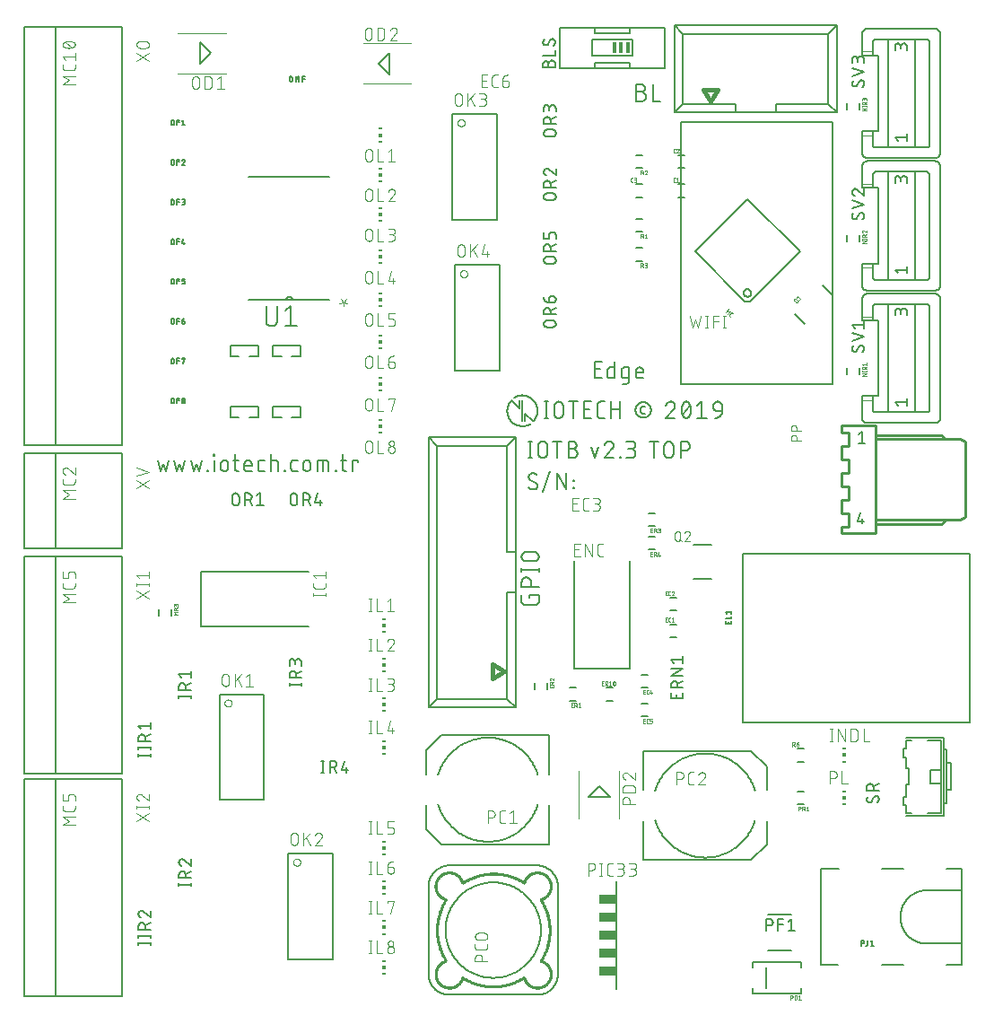
<source format=gbr>
G04 EAGLE Gerber RS-274X export*
G75*
%MOMM*%
%FSLAX34Y34*%
%LPD*%
%INSilkscreen Top*%
%IPPOS*%
%AMOC8*
5,1,8,0,0,1.08239X$1,22.5*%
G01*
%ADD10C,0.127000*%
%ADD11C,0.152400*%
%ADD12R,0.300000X0.150000*%
%ADD13R,0.300000X0.300000*%
%ADD14C,0.101600*%
%ADD15C,0.203200*%
%ADD16C,0.025400*%
%ADD17C,0.076200*%
%ADD18C,0.254000*%
%ADD19C,0.177800*%
%ADD20C,0.020319*%
%ADD21R,1.676400X0.965200*%
%ADD22C,0.050800*%
%ADD23C,0.406400*%
%ADD24R,0.381000X1.016000*%
%ADD25C,0.150000*%


D10*
X447357Y548629D02*
X447357Y533135D01*
X449078Y533135D02*
X445635Y533135D01*
X445635Y548629D02*
X449078Y548629D01*
X454945Y544325D02*
X454945Y537439D01*
X454945Y544325D02*
X454947Y544455D01*
X454953Y544585D01*
X454963Y544715D01*
X454976Y544844D01*
X454994Y544973D01*
X455015Y545101D01*
X455041Y545228D01*
X455070Y545355D01*
X455103Y545481D01*
X455140Y545605D01*
X455180Y545729D01*
X455225Y545851D01*
X455273Y545972D01*
X455324Y546091D01*
X455379Y546209D01*
X455438Y546325D01*
X455500Y546439D01*
X455566Y546552D01*
X455635Y546662D01*
X455707Y546770D01*
X455782Y546876D01*
X455861Y546979D01*
X455943Y547080D01*
X456027Y547179D01*
X456115Y547275D01*
X456206Y547368D01*
X456299Y547459D01*
X456395Y547547D01*
X456494Y547631D01*
X456595Y547713D01*
X456698Y547792D01*
X456804Y547867D01*
X456912Y547939D01*
X457022Y548008D01*
X457135Y548074D01*
X457249Y548136D01*
X457365Y548195D01*
X457483Y548250D01*
X457602Y548301D01*
X457723Y548349D01*
X457845Y548394D01*
X457969Y548434D01*
X458093Y548471D01*
X458219Y548504D01*
X458346Y548533D01*
X458473Y548559D01*
X458601Y548580D01*
X458730Y548598D01*
X458859Y548611D01*
X458989Y548621D01*
X459119Y548627D01*
X459249Y548629D01*
X459379Y548627D01*
X459509Y548621D01*
X459639Y548611D01*
X459768Y548598D01*
X459897Y548580D01*
X460025Y548559D01*
X460152Y548533D01*
X460279Y548504D01*
X460405Y548471D01*
X460529Y548434D01*
X460653Y548394D01*
X460775Y548349D01*
X460896Y548301D01*
X461015Y548250D01*
X461133Y548195D01*
X461249Y548136D01*
X461363Y548074D01*
X461476Y548008D01*
X461586Y547939D01*
X461694Y547867D01*
X461800Y547792D01*
X461903Y547713D01*
X462004Y547631D01*
X462103Y547547D01*
X462199Y547459D01*
X462292Y547368D01*
X462383Y547275D01*
X462471Y547179D01*
X462555Y547080D01*
X462637Y546979D01*
X462716Y546876D01*
X462791Y546770D01*
X462863Y546662D01*
X462932Y546552D01*
X462998Y546439D01*
X463060Y546325D01*
X463119Y546209D01*
X463174Y546091D01*
X463225Y545972D01*
X463273Y545851D01*
X463318Y545729D01*
X463358Y545605D01*
X463395Y545481D01*
X463428Y545355D01*
X463457Y545228D01*
X463483Y545101D01*
X463504Y544973D01*
X463522Y544844D01*
X463535Y544715D01*
X463545Y544585D01*
X463551Y544455D01*
X463553Y544325D01*
X463553Y537439D01*
X463551Y537309D01*
X463545Y537179D01*
X463535Y537049D01*
X463522Y536920D01*
X463504Y536791D01*
X463483Y536663D01*
X463457Y536536D01*
X463428Y536409D01*
X463395Y536283D01*
X463358Y536159D01*
X463318Y536035D01*
X463273Y535913D01*
X463225Y535792D01*
X463174Y535673D01*
X463119Y535555D01*
X463060Y535439D01*
X462998Y535325D01*
X462932Y535212D01*
X462863Y535102D01*
X462791Y534994D01*
X462716Y534888D01*
X462637Y534785D01*
X462555Y534684D01*
X462471Y534585D01*
X462383Y534489D01*
X462292Y534396D01*
X462199Y534305D01*
X462103Y534217D01*
X462004Y534133D01*
X461903Y534051D01*
X461800Y533972D01*
X461694Y533897D01*
X461586Y533825D01*
X461476Y533756D01*
X461363Y533690D01*
X461249Y533628D01*
X461133Y533569D01*
X461015Y533514D01*
X460896Y533463D01*
X460775Y533415D01*
X460653Y533370D01*
X460529Y533330D01*
X460405Y533293D01*
X460279Y533260D01*
X460152Y533231D01*
X460025Y533205D01*
X459897Y533184D01*
X459768Y533166D01*
X459639Y533153D01*
X459509Y533143D01*
X459379Y533137D01*
X459249Y533135D01*
X459119Y533137D01*
X458989Y533143D01*
X458859Y533153D01*
X458730Y533166D01*
X458601Y533184D01*
X458473Y533205D01*
X458346Y533231D01*
X458219Y533260D01*
X458093Y533293D01*
X457969Y533330D01*
X457845Y533370D01*
X457723Y533415D01*
X457602Y533463D01*
X457483Y533514D01*
X457365Y533569D01*
X457249Y533628D01*
X457135Y533690D01*
X457022Y533756D01*
X456912Y533825D01*
X456804Y533897D01*
X456698Y533972D01*
X456595Y534051D01*
X456494Y534133D01*
X456395Y534217D01*
X456299Y534305D01*
X456206Y534396D01*
X456115Y534489D01*
X456027Y534585D01*
X455943Y534684D01*
X455861Y534785D01*
X455782Y534888D01*
X455707Y534994D01*
X455635Y535102D01*
X455566Y535212D01*
X455500Y535325D01*
X455438Y535439D01*
X455379Y535555D01*
X455324Y535673D01*
X455273Y535792D01*
X455225Y535913D01*
X455180Y536035D01*
X455140Y536159D01*
X455103Y536283D01*
X455070Y536409D01*
X455041Y536536D01*
X455015Y536663D01*
X454994Y536791D01*
X454976Y536920D01*
X454963Y537049D01*
X454953Y537179D01*
X454947Y537309D01*
X454945Y537439D01*
X473124Y533135D02*
X473124Y548629D01*
X468820Y548629D02*
X477428Y548629D01*
X483387Y541743D02*
X487691Y541743D01*
X487821Y541741D01*
X487951Y541735D01*
X488081Y541725D01*
X488210Y541712D01*
X488339Y541694D01*
X488467Y541673D01*
X488594Y541647D01*
X488721Y541618D01*
X488847Y541585D01*
X488971Y541548D01*
X489095Y541508D01*
X489217Y541463D01*
X489338Y541415D01*
X489457Y541364D01*
X489575Y541309D01*
X489691Y541250D01*
X489805Y541188D01*
X489918Y541122D01*
X490028Y541053D01*
X490136Y540981D01*
X490242Y540906D01*
X490345Y540827D01*
X490446Y540745D01*
X490545Y540661D01*
X490641Y540573D01*
X490734Y540482D01*
X490825Y540389D01*
X490913Y540293D01*
X490997Y540194D01*
X491079Y540093D01*
X491158Y539990D01*
X491233Y539884D01*
X491305Y539776D01*
X491374Y539666D01*
X491440Y539553D01*
X491502Y539439D01*
X491561Y539323D01*
X491616Y539205D01*
X491667Y539086D01*
X491715Y538965D01*
X491760Y538843D01*
X491800Y538719D01*
X491837Y538595D01*
X491870Y538469D01*
X491899Y538342D01*
X491925Y538215D01*
X491946Y538087D01*
X491964Y537958D01*
X491977Y537829D01*
X491987Y537699D01*
X491993Y537569D01*
X491995Y537439D01*
X491993Y537309D01*
X491987Y537179D01*
X491977Y537049D01*
X491964Y536920D01*
X491946Y536791D01*
X491925Y536663D01*
X491899Y536536D01*
X491870Y536409D01*
X491837Y536283D01*
X491800Y536159D01*
X491760Y536035D01*
X491715Y535913D01*
X491667Y535792D01*
X491616Y535673D01*
X491561Y535555D01*
X491502Y535439D01*
X491440Y535325D01*
X491374Y535212D01*
X491305Y535102D01*
X491233Y534994D01*
X491158Y534888D01*
X491079Y534785D01*
X490997Y534684D01*
X490913Y534585D01*
X490825Y534489D01*
X490734Y534396D01*
X490641Y534305D01*
X490545Y534217D01*
X490446Y534133D01*
X490345Y534051D01*
X490242Y533972D01*
X490136Y533897D01*
X490028Y533825D01*
X489918Y533756D01*
X489805Y533690D01*
X489691Y533628D01*
X489575Y533569D01*
X489457Y533514D01*
X489338Y533463D01*
X489217Y533415D01*
X489095Y533370D01*
X488971Y533330D01*
X488847Y533293D01*
X488721Y533260D01*
X488594Y533231D01*
X488467Y533205D01*
X488339Y533184D01*
X488210Y533166D01*
X488081Y533153D01*
X487951Y533143D01*
X487821Y533137D01*
X487691Y533135D01*
X483387Y533135D01*
X483387Y548629D01*
X487691Y548629D01*
X487807Y548627D01*
X487923Y548621D01*
X488039Y548611D01*
X488155Y548598D01*
X488270Y548580D01*
X488384Y548559D01*
X488498Y548533D01*
X488610Y548504D01*
X488722Y548471D01*
X488832Y548434D01*
X488941Y548394D01*
X489049Y548350D01*
X489155Y548302D01*
X489259Y548251D01*
X489362Y548196D01*
X489463Y548138D01*
X489561Y548077D01*
X489658Y548012D01*
X489752Y547944D01*
X489844Y547873D01*
X489934Y547798D01*
X490021Y547721D01*
X490105Y547641D01*
X490186Y547558D01*
X490265Y547472D01*
X490341Y547384D01*
X490414Y547293D01*
X490483Y547200D01*
X490550Y547105D01*
X490613Y547007D01*
X490673Y546908D01*
X490729Y546806D01*
X490782Y546702D01*
X490832Y546597D01*
X490877Y546490D01*
X490920Y546382D01*
X490958Y546272D01*
X490993Y546161D01*
X491024Y546049D01*
X491051Y545936D01*
X491075Y545822D01*
X491094Y545707D01*
X491110Y545592D01*
X491122Y545476D01*
X491130Y545360D01*
X491134Y545244D01*
X491134Y545128D01*
X491130Y545012D01*
X491122Y544896D01*
X491110Y544780D01*
X491094Y544665D01*
X491075Y544550D01*
X491051Y544436D01*
X491024Y544323D01*
X490993Y544211D01*
X490958Y544100D01*
X490920Y543990D01*
X490877Y543882D01*
X490832Y543775D01*
X490782Y543670D01*
X490729Y543566D01*
X490673Y543465D01*
X490613Y543365D01*
X490550Y543267D01*
X490483Y543172D01*
X490414Y543079D01*
X490341Y542988D01*
X490265Y542900D01*
X490186Y542814D01*
X490105Y542731D01*
X490021Y542651D01*
X489934Y542574D01*
X489844Y542499D01*
X489752Y542428D01*
X489658Y542360D01*
X489561Y542295D01*
X489463Y542234D01*
X489362Y542176D01*
X489259Y542121D01*
X489155Y542070D01*
X489049Y542022D01*
X488941Y541978D01*
X488832Y541938D01*
X488722Y541901D01*
X488610Y541868D01*
X488498Y541839D01*
X488384Y541813D01*
X488270Y541792D01*
X488155Y541774D01*
X488039Y541761D01*
X487923Y541751D01*
X487807Y541745D01*
X487691Y541743D01*
X504863Y543464D02*
X508306Y533135D01*
X511749Y543464D01*
X522116Y548630D02*
X522238Y548628D01*
X522359Y548622D01*
X522481Y548613D01*
X522602Y548599D01*
X522722Y548582D01*
X522842Y548561D01*
X522961Y548537D01*
X523079Y548508D01*
X523197Y548476D01*
X523313Y548440D01*
X523428Y548401D01*
X523542Y548358D01*
X523655Y548311D01*
X523765Y548261D01*
X523875Y548208D01*
X523982Y548151D01*
X524088Y548091D01*
X524192Y548027D01*
X524294Y547960D01*
X524393Y547890D01*
X524490Y547817D01*
X524585Y547741D01*
X524678Y547662D01*
X524768Y547580D01*
X524855Y547495D01*
X524940Y547408D01*
X525022Y547318D01*
X525101Y547225D01*
X525177Y547130D01*
X525250Y547033D01*
X525320Y546934D01*
X525387Y546832D01*
X525451Y546728D01*
X525511Y546622D01*
X525568Y546515D01*
X525621Y546405D01*
X525671Y546295D01*
X525718Y546182D01*
X525761Y546068D01*
X525800Y545953D01*
X525836Y545837D01*
X525868Y545719D01*
X525897Y545601D01*
X525921Y545482D01*
X525942Y545362D01*
X525959Y545242D01*
X525973Y545121D01*
X525982Y544999D01*
X525988Y544878D01*
X525990Y544756D01*
X522116Y548629D02*
X521977Y548627D01*
X521838Y548621D01*
X521699Y548612D01*
X521561Y548598D01*
X521423Y548580D01*
X521286Y548559D01*
X521149Y548534D01*
X521013Y548505D01*
X520878Y548472D01*
X520743Y548436D01*
X520610Y548396D01*
X520478Y548352D01*
X520348Y548304D01*
X520218Y548253D01*
X520091Y548198D01*
X519964Y548140D01*
X519840Y548078D01*
X519717Y548013D01*
X519596Y547944D01*
X519477Y547872D01*
X519360Y547796D01*
X519246Y547718D01*
X519133Y547636D01*
X519023Y547551D01*
X518915Y547463D01*
X518810Y547372D01*
X518708Y547278D01*
X518608Y547182D01*
X518510Y547082D01*
X518416Y546980D01*
X518324Y546876D01*
X518236Y546768D01*
X518150Y546659D01*
X518068Y546547D01*
X517989Y546432D01*
X517913Y546316D01*
X517840Y546198D01*
X517770Y546077D01*
X517704Y545955D01*
X517642Y545830D01*
X517583Y545705D01*
X517527Y545577D01*
X517475Y545448D01*
X517427Y545318D01*
X517382Y545186D01*
X524699Y541743D02*
X524788Y541830D01*
X524874Y541920D01*
X524958Y542013D01*
X525039Y542108D01*
X525117Y542205D01*
X525192Y542305D01*
X525264Y542407D01*
X525333Y542511D01*
X525398Y542617D01*
X525461Y542725D01*
X525520Y542835D01*
X525576Y542947D01*
X525629Y543060D01*
X525678Y543174D01*
X525723Y543291D01*
X525766Y543408D01*
X525804Y543527D01*
X525839Y543646D01*
X525871Y543767D01*
X525899Y543889D01*
X525923Y544011D01*
X525943Y544134D01*
X525960Y544258D01*
X525973Y544382D01*
X525983Y544507D01*
X525988Y544631D01*
X525990Y544756D01*
X524698Y541743D02*
X517382Y533135D01*
X525989Y533135D01*
X531661Y533135D02*
X531661Y533996D01*
X532522Y533996D01*
X532522Y533135D01*
X531661Y533135D01*
X538194Y533135D02*
X542497Y533135D01*
X542627Y533137D01*
X542757Y533143D01*
X542887Y533153D01*
X543016Y533166D01*
X543145Y533184D01*
X543273Y533205D01*
X543400Y533231D01*
X543527Y533260D01*
X543653Y533293D01*
X543777Y533330D01*
X543901Y533370D01*
X544023Y533415D01*
X544144Y533463D01*
X544263Y533514D01*
X544381Y533569D01*
X544497Y533628D01*
X544611Y533690D01*
X544724Y533756D01*
X544834Y533825D01*
X544942Y533897D01*
X545048Y533972D01*
X545151Y534051D01*
X545252Y534133D01*
X545351Y534217D01*
X545447Y534305D01*
X545540Y534396D01*
X545631Y534489D01*
X545719Y534585D01*
X545803Y534684D01*
X545885Y534785D01*
X545964Y534888D01*
X546039Y534994D01*
X546111Y535102D01*
X546180Y535212D01*
X546246Y535325D01*
X546308Y535439D01*
X546367Y535555D01*
X546422Y535673D01*
X546473Y535792D01*
X546521Y535913D01*
X546566Y536035D01*
X546606Y536159D01*
X546643Y536283D01*
X546676Y536409D01*
X546705Y536536D01*
X546731Y536663D01*
X546752Y536791D01*
X546770Y536920D01*
X546783Y537049D01*
X546793Y537179D01*
X546799Y537309D01*
X546801Y537439D01*
X546799Y537569D01*
X546793Y537699D01*
X546783Y537829D01*
X546770Y537958D01*
X546752Y538087D01*
X546731Y538215D01*
X546705Y538342D01*
X546676Y538469D01*
X546643Y538595D01*
X546606Y538719D01*
X546566Y538843D01*
X546521Y538965D01*
X546473Y539086D01*
X546422Y539205D01*
X546367Y539323D01*
X546308Y539439D01*
X546246Y539553D01*
X546180Y539666D01*
X546111Y539776D01*
X546039Y539884D01*
X545964Y539990D01*
X545885Y540093D01*
X545803Y540194D01*
X545719Y540293D01*
X545631Y540389D01*
X545540Y540482D01*
X545447Y540573D01*
X545351Y540661D01*
X545252Y540745D01*
X545151Y540827D01*
X545048Y540906D01*
X544942Y540981D01*
X544834Y541053D01*
X544724Y541122D01*
X544611Y541188D01*
X544497Y541250D01*
X544381Y541309D01*
X544263Y541364D01*
X544144Y541415D01*
X544023Y541463D01*
X543901Y541508D01*
X543777Y541548D01*
X543653Y541585D01*
X543527Y541618D01*
X543400Y541647D01*
X543273Y541673D01*
X543145Y541694D01*
X543016Y541712D01*
X542887Y541725D01*
X542757Y541735D01*
X542627Y541741D01*
X542497Y541743D01*
X543358Y548629D02*
X538194Y548629D01*
X543358Y548629D02*
X543474Y548627D01*
X543590Y548621D01*
X543706Y548611D01*
X543822Y548598D01*
X543937Y548580D01*
X544051Y548559D01*
X544165Y548533D01*
X544277Y548504D01*
X544389Y548471D01*
X544499Y548434D01*
X544608Y548394D01*
X544716Y548350D01*
X544822Y548302D01*
X544926Y548251D01*
X545029Y548196D01*
X545130Y548138D01*
X545228Y548077D01*
X545325Y548012D01*
X545419Y547944D01*
X545511Y547873D01*
X545601Y547798D01*
X545688Y547721D01*
X545772Y547641D01*
X545853Y547558D01*
X545932Y547472D01*
X546008Y547384D01*
X546081Y547293D01*
X546150Y547200D01*
X546217Y547105D01*
X546280Y547007D01*
X546340Y546908D01*
X546396Y546806D01*
X546449Y546702D01*
X546499Y546597D01*
X546544Y546490D01*
X546587Y546382D01*
X546625Y546272D01*
X546660Y546161D01*
X546691Y546049D01*
X546718Y545936D01*
X546742Y545822D01*
X546761Y545707D01*
X546777Y545592D01*
X546789Y545476D01*
X546797Y545360D01*
X546801Y545244D01*
X546801Y545128D01*
X546797Y545012D01*
X546789Y544896D01*
X546777Y544780D01*
X546761Y544665D01*
X546742Y544550D01*
X546718Y544436D01*
X546691Y544323D01*
X546660Y544211D01*
X546625Y544100D01*
X546587Y543990D01*
X546544Y543882D01*
X546499Y543775D01*
X546449Y543670D01*
X546396Y543566D01*
X546340Y543465D01*
X546280Y543365D01*
X546217Y543267D01*
X546150Y543172D01*
X546081Y543079D01*
X546008Y542988D01*
X545932Y542900D01*
X545853Y542814D01*
X545772Y542731D01*
X545688Y542651D01*
X545601Y542574D01*
X545511Y542499D01*
X545419Y542428D01*
X545325Y542360D01*
X545228Y542295D01*
X545130Y542234D01*
X545029Y542176D01*
X544926Y542121D01*
X544822Y542070D01*
X544716Y542022D01*
X544608Y541978D01*
X544499Y541938D01*
X544389Y541901D01*
X544277Y541868D01*
X544165Y541839D01*
X544051Y541813D01*
X543937Y541792D01*
X543822Y541774D01*
X543706Y541761D01*
X543590Y541751D01*
X543474Y541745D01*
X543358Y541743D01*
X539915Y541743D01*
X564301Y548629D02*
X564301Y533135D01*
X559997Y548629D02*
X568604Y548629D01*
X573871Y544325D02*
X573871Y537439D01*
X573871Y544325D02*
X573873Y544455D01*
X573879Y544585D01*
X573889Y544715D01*
X573902Y544844D01*
X573920Y544973D01*
X573941Y545101D01*
X573967Y545228D01*
X573996Y545355D01*
X574029Y545481D01*
X574066Y545605D01*
X574106Y545729D01*
X574151Y545851D01*
X574199Y545972D01*
X574250Y546091D01*
X574305Y546209D01*
X574364Y546325D01*
X574426Y546439D01*
X574492Y546552D01*
X574561Y546662D01*
X574633Y546770D01*
X574708Y546876D01*
X574787Y546979D01*
X574869Y547080D01*
X574953Y547179D01*
X575041Y547275D01*
X575132Y547368D01*
X575225Y547459D01*
X575321Y547547D01*
X575420Y547631D01*
X575521Y547713D01*
X575624Y547792D01*
X575730Y547867D01*
X575838Y547939D01*
X575948Y548008D01*
X576061Y548074D01*
X576175Y548136D01*
X576291Y548195D01*
X576409Y548250D01*
X576528Y548301D01*
X576649Y548349D01*
X576771Y548394D01*
X576895Y548434D01*
X577019Y548471D01*
X577145Y548504D01*
X577272Y548533D01*
X577399Y548559D01*
X577527Y548580D01*
X577656Y548598D01*
X577785Y548611D01*
X577915Y548621D01*
X578045Y548627D01*
X578175Y548629D01*
X578305Y548627D01*
X578435Y548621D01*
X578565Y548611D01*
X578694Y548598D01*
X578823Y548580D01*
X578951Y548559D01*
X579078Y548533D01*
X579205Y548504D01*
X579331Y548471D01*
X579455Y548434D01*
X579579Y548394D01*
X579701Y548349D01*
X579822Y548301D01*
X579941Y548250D01*
X580059Y548195D01*
X580175Y548136D01*
X580289Y548074D01*
X580402Y548008D01*
X580512Y547939D01*
X580620Y547867D01*
X580726Y547792D01*
X580829Y547713D01*
X580930Y547631D01*
X581029Y547547D01*
X581125Y547459D01*
X581218Y547368D01*
X581309Y547275D01*
X581397Y547179D01*
X581481Y547080D01*
X581563Y546979D01*
X581642Y546876D01*
X581717Y546770D01*
X581789Y546662D01*
X581858Y546552D01*
X581924Y546439D01*
X581986Y546325D01*
X582045Y546209D01*
X582100Y546091D01*
X582151Y545972D01*
X582199Y545851D01*
X582244Y545729D01*
X582284Y545605D01*
X582321Y545481D01*
X582354Y545355D01*
X582383Y545228D01*
X582409Y545101D01*
X582430Y544973D01*
X582448Y544844D01*
X582461Y544715D01*
X582471Y544585D01*
X582477Y544455D01*
X582479Y544325D01*
X582479Y537439D01*
X582477Y537309D01*
X582471Y537179D01*
X582461Y537049D01*
X582448Y536920D01*
X582430Y536791D01*
X582409Y536663D01*
X582383Y536536D01*
X582354Y536409D01*
X582321Y536283D01*
X582284Y536159D01*
X582244Y536035D01*
X582199Y535913D01*
X582151Y535792D01*
X582100Y535673D01*
X582045Y535555D01*
X581986Y535439D01*
X581924Y535325D01*
X581858Y535212D01*
X581789Y535102D01*
X581717Y534994D01*
X581642Y534888D01*
X581563Y534785D01*
X581481Y534684D01*
X581397Y534585D01*
X581309Y534489D01*
X581218Y534396D01*
X581125Y534305D01*
X581029Y534217D01*
X580930Y534133D01*
X580829Y534051D01*
X580726Y533972D01*
X580620Y533897D01*
X580512Y533825D01*
X580402Y533756D01*
X580289Y533690D01*
X580175Y533628D01*
X580059Y533569D01*
X579941Y533514D01*
X579822Y533463D01*
X579701Y533415D01*
X579579Y533370D01*
X579455Y533330D01*
X579331Y533293D01*
X579205Y533260D01*
X579078Y533231D01*
X578951Y533205D01*
X578823Y533184D01*
X578694Y533166D01*
X578565Y533153D01*
X578435Y533143D01*
X578305Y533137D01*
X578175Y533135D01*
X578045Y533137D01*
X577915Y533143D01*
X577785Y533153D01*
X577656Y533166D01*
X577527Y533184D01*
X577399Y533205D01*
X577272Y533231D01*
X577145Y533260D01*
X577019Y533293D01*
X576895Y533330D01*
X576771Y533370D01*
X576649Y533415D01*
X576528Y533463D01*
X576409Y533514D01*
X576291Y533569D01*
X576175Y533628D01*
X576061Y533690D01*
X575948Y533756D01*
X575838Y533825D01*
X575730Y533897D01*
X575624Y533972D01*
X575521Y534051D01*
X575420Y534133D01*
X575321Y534217D01*
X575225Y534305D01*
X575132Y534396D01*
X575041Y534489D01*
X574953Y534585D01*
X574869Y534684D01*
X574787Y534785D01*
X574708Y534888D01*
X574633Y534994D01*
X574561Y535102D01*
X574492Y535212D01*
X574426Y535325D01*
X574364Y535439D01*
X574305Y535555D01*
X574250Y535673D01*
X574199Y535792D01*
X574151Y535913D01*
X574106Y536035D01*
X574066Y536159D01*
X574029Y536283D01*
X573996Y536409D01*
X573967Y536536D01*
X573941Y536663D01*
X573920Y536791D01*
X573902Y536920D01*
X573889Y537049D01*
X573879Y537179D01*
X573873Y537309D01*
X573871Y537439D01*
X589430Y533135D02*
X589430Y548629D01*
X593733Y548629D01*
X593863Y548627D01*
X593993Y548621D01*
X594123Y548611D01*
X594252Y548598D01*
X594381Y548580D01*
X594509Y548559D01*
X594636Y548533D01*
X594763Y548504D01*
X594889Y548471D01*
X595013Y548434D01*
X595137Y548394D01*
X595259Y548349D01*
X595380Y548301D01*
X595499Y548250D01*
X595617Y548195D01*
X595733Y548136D01*
X595847Y548074D01*
X595960Y548008D01*
X596070Y547939D01*
X596178Y547867D01*
X596284Y547792D01*
X596387Y547713D01*
X596488Y547631D01*
X596587Y547547D01*
X596683Y547459D01*
X596776Y547368D01*
X596867Y547275D01*
X596955Y547179D01*
X597039Y547080D01*
X597121Y546979D01*
X597200Y546876D01*
X597275Y546770D01*
X597347Y546662D01*
X597416Y546552D01*
X597482Y546439D01*
X597544Y546325D01*
X597603Y546209D01*
X597658Y546091D01*
X597709Y545972D01*
X597757Y545851D01*
X597802Y545729D01*
X597842Y545605D01*
X597879Y545481D01*
X597912Y545355D01*
X597941Y545228D01*
X597967Y545101D01*
X597988Y544973D01*
X598006Y544844D01*
X598019Y544715D01*
X598029Y544585D01*
X598035Y544455D01*
X598037Y544325D01*
X598035Y544195D01*
X598029Y544065D01*
X598019Y543935D01*
X598006Y543806D01*
X597988Y543677D01*
X597967Y543549D01*
X597941Y543422D01*
X597912Y543295D01*
X597879Y543169D01*
X597842Y543045D01*
X597802Y542921D01*
X597757Y542799D01*
X597709Y542678D01*
X597658Y542559D01*
X597603Y542441D01*
X597544Y542325D01*
X597482Y542211D01*
X597416Y542098D01*
X597347Y541988D01*
X597275Y541880D01*
X597200Y541774D01*
X597121Y541671D01*
X597039Y541570D01*
X596955Y541471D01*
X596867Y541375D01*
X596776Y541282D01*
X596683Y541191D01*
X596587Y541103D01*
X596488Y541019D01*
X596387Y540937D01*
X596284Y540858D01*
X596178Y540783D01*
X596070Y540711D01*
X595960Y540642D01*
X595847Y540576D01*
X595733Y540514D01*
X595617Y540455D01*
X595499Y540400D01*
X595380Y540349D01*
X595259Y540301D01*
X595137Y540256D01*
X595013Y540216D01*
X594889Y540179D01*
X594763Y540146D01*
X594636Y540117D01*
X594509Y540091D01*
X594381Y540070D01*
X594252Y540052D01*
X594123Y540039D01*
X593993Y540029D01*
X593863Y540023D01*
X593733Y540021D01*
X589430Y540021D01*
X462357Y570635D02*
X462357Y586129D01*
X460635Y570635D02*
X464078Y570635D01*
X464078Y586129D02*
X460635Y586129D01*
X469945Y581825D02*
X469945Y574939D01*
X469945Y581825D02*
X469947Y581955D01*
X469953Y582085D01*
X469963Y582215D01*
X469976Y582344D01*
X469994Y582473D01*
X470015Y582601D01*
X470041Y582728D01*
X470070Y582855D01*
X470103Y582981D01*
X470140Y583105D01*
X470180Y583229D01*
X470225Y583351D01*
X470273Y583472D01*
X470324Y583591D01*
X470379Y583709D01*
X470438Y583825D01*
X470500Y583939D01*
X470566Y584052D01*
X470635Y584162D01*
X470707Y584270D01*
X470782Y584376D01*
X470861Y584479D01*
X470943Y584580D01*
X471027Y584679D01*
X471115Y584775D01*
X471206Y584868D01*
X471299Y584959D01*
X471395Y585047D01*
X471494Y585131D01*
X471595Y585213D01*
X471698Y585292D01*
X471804Y585367D01*
X471912Y585439D01*
X472022Y585508D01*
X472135Y585574D01*
X472249Y585636D01*
X472365Y585695D01*
X472483Y585750D01*
X472602Y585801D01*
X472723Y585849D01*
X472845Y585894D01*
X472969Y585934D01*
X473093Y585971D01*
X473219Y586004D01*
X473346Y586033D01*
X473473Y586059D01*
X473601Y586080D01*
X473730Y586098D01*
X473859Y586111D01*
X473989Y586121D01*
X474119Y586127D01*
X474249Y586129D01*
X474379Y586127D01*
X474509Y586121D01*
X474639Y586111D01*
X474768Y586098D01*
X474897Y586080D01*
X475025Y586059D01*
X475152Y586033D01*
X475279Y586004D01*
X475405Y585971D01*
X475529Y585934D01*
X475653Y585894D01*
X475775Y585849D01*
X475896Y585801D01*
X476015Y585750D01*
X476133Y585695D01*
X476249Y585636D01*
X476363Y585574D01*
X476476Y585508D01*
X476586Y585439D01*
X476694Y585367D01*
X476800Y585292D01*
X476903Y585213D01*
X477004Y585131D01*
X477103Y585047D01*
X477199Y584959D01*
X477292Y584868D01*
X477383Y584775D01*
X477471Y584679D01*
X477555Y584580D01*
X477637Y584479D01*
X477716Y584376D01*
X477791Y584270D01*
X477863Y584162D01*
X477932Y584052D01*
X477998Y583939D01*
X478060Y583825D01*
X478119Y583709D01*
X478174Y583591D01*
X478225Y583472D01*
X478273Y583351D01*
X478318Y583229D01*
X478358Y583105D01*
X478395Y582981D01*
X478428Y582855D01*
X478457Y582728D01*
X478483Y582601D01*
X478504Y582473D01*
X478522Y582344D01*
X478535Y582215D01*
X478545Y582085D01*
X478551Y581955D01*
X478553Y581825D01*
X478553Y574939D01*
X478551Y574809D01*
X478545Y574679D01*
X478535Y574549D01*
X478522Y574420D01*
X478504Y574291D01*
X478483Y574163D01*
X478457Y574036D01*
X478428Y573909D01*
X478395Y573783D01*
X478358Y573659D01*
X478318Y573535D01*
X478273Y573413D01*
X478225Y573292D01*
X478174Y573173D01*
X478119Y573055D01*
X478060Y572939D01*
X477998Y572825D01*
X477932Y572712D01*
X477863Y572602D01*
X477791Y572494D01*
X477716Y572388D01*
X477637Y572285D01*
X477555Y572184D01*
X477471Y572085D01*
X477383Y571989D01*
X477292Y571896D01*
X477199Y571805D01*
X477103Y571717D01*
X477004Y571633D01*
X476903Y571551D01*
X476800Y571472D01*
X476694Y571397D01*
X476586Y571325D01*
X476476Y571256D01*
X476363Y571190D01*
X476249Y571128D01*
X476133Y571069D01*
X476015Y571014D01*
X475896Y570963D01*
X475775Y570915D01*
X475653Y570870D01*
X475529Y570830D01*
X475405Y570793D01*
X475279Y570760D01*
X475152Y570731D01*
X475025Y570705D01*
X474897Y570684D01*
X474768Y570666D01*
X474639Y570653D01*
X474509Y570643D01*
X474379Y570637D01*
X474249Y570635D01*
X474119Y570637D01*
X473989Y570643D01*
X473859Y570653D01*
X473730Y570666D01*
X473601Y570684D01*
X473473Y570705D01*
X473346Y570731D01*
X473219Y570760D01*
X473093Y570793D01*
X472969Y570830D01*
X472845Y570870D01*
X472723Y570915D01*
X472602Y570963D01*
X472483Y571014D01*
X472365Y571069D01*
X472249Y571128D01*
X472135Y571190D01*
X472022Y571256D01*
X471912Y571325D01*
X471804Y571397D01*
X471698Y571472D01*
X471595Y571551D01*
X471494Y571633D01*
X471395Y571717D01*
X471299Y571805D01*
X471206Y571896D01*
X471115Y571989D01*
X471027Y572085D01*
X470943Y572184D01*
X470861Y572285D01*
X470782Y572388D01*
X470707Y572494D01*
X470635Y572602D01*
X470566Y572712D01*
X470500Y572825D01*
X470438Y572939D01*
X470379Y573055D01*
X470324Y573173D01*
X470273Y573292D01*
X470225Y573413D01*
X470180Y573535D01*
X470140Y573659D01*
X470103Y573783D01*
X470070Y573909D01*
X470041Y574036D01*
X470015Y574163D01*
X469994Y574291D01*
X469976Y574420D01*
X469963Y574549D01*
X469953Y574679D01*
X469947Y574809D01*
X469945Y574939D01*
X488124Y570635D02*
X488124Y586129D01*
X483820Y586129D02*
X492428Y586129D01*
X498218Y570635D02*
X505104Y570635D01*
X498218Y570635D02*
X498218Y586129D01*
X505104Y586129D01*
X503382Y579243D02*
X498218Y579243D01*
X513984Y570635D02*
X517427Y570635D01*
X513984Y570635D02*
X513869Y570637D01*
X513754Y570643D01*
X513639Y570652D01*
X513525Y570666D01*
X513411Y570683D01*
X513298Y570704D01*
X513186Y570729D01*
X513074Y570757D01*
X512964Y570790D01*
X512855Y570826D01*
X512747Y570865D01*
X512640Y570908D01*
X512535Y570955D01*
X512431Y571005D01*
X512329Y571059D01*
X512229Y571116D01*
X512131Y571176D01*
X512035Y571239D01*
X511942Y571306D01*
X511850Y571376D01*
X511761Y571449D01*
X511674Y571524D01*
X511590Y571603D01*
X511509Y571684D01*
X511430Y571768D01*
X511355Y571855D01*
X511282Y571944D01*
X511212Y572036D01*
X511145Y572129D01*
X511082Y572225D01*
X511022Y572323D01*
X510965Y572423D01*
X510911Y572525D01*
X510861Y572629D01*
X510814Y572734D01*
X510771Y572841D01*
X510732Y572949D01*
X510696Y573058D01*
X510663Y573168D01*
X510635Y573280D01*
X510610Y573392D01*
X510589Y573505D01*
X510572Y573619D01*
X510558Y573733D01*
X510549Y573848D01*
X510543Y573963D01*
X510541Y574078D01*
X510541Y582686D01*
X510543Y582801D01*
X510549Y582916D01*
X510558Y583031D01*
X510572Y583145D01*
X510589Y583259D01*
X510610Y583372D01*
X510635Y583484D01*
X510663Y583596D01*
X510696Y583706D01*
X510732Y583815D01*
X510771Y583923D01*
X510814Y584030D01*
X510861Y584135D01*
X510911Y584239D01*
X510965Y584341D01*
X511022Y584441D01*
X511082Y584539D01*
X511145Y584635D01*
X511212Y584728D01*
X511282Y584820D01*
X511355Y584909D01*
X511430Y584996D01*
X511509Y585080D01*
X511590Y585161D01*
X511674Y585239D01*
X511761Y585315D01*
X511850Y585388D01*
X511942Y585458D01*
X512035Y585525D01*
X512131Y585588D01*
X512229Y585648D01*
X512329Y585705D01*
X512431Y585759D01*
X512535Y585809D01*
X512640Y585856D01*
X512747Y585899D01*
X512855Y585938D01*
X512964Y585974D01*
X513074Y586007D01*
X513186Y586035D01*
X513298Y586060D01*
X513411Y586081D01*
X513525Y586098D01*
X513639Y586112D01*
X513754Y586121D01*
X513869Y586127D01*
X513984Y586129D01*
X517427Y586129D01*
X523462Y586129D02*
X523462Y570635D01*
X523462Y579243D02*
X532070Y579243D01*
X532070Y586129D02*
X532070Y570635D01*
X546712Y578382D02*
X546714Y578560D01*
X546721Y578738D01*
X546732Y578916D01*
X546747Y579094D01*
X546766Y579271D01*
X546790Y579447D01*
X546818Y579623D01*
X546850Y579799D01*
X546887Y579973D01*
X546928Y580146D01*
X546973Y580319D01*
X547022Y580490D01*
X547076Y580660D01*
X547133Y580829D01*
X547195Y580996D01*
X547260Y581162D01*
X547330Y581325D01*
X547404Y581488D01*
X547481Y581648D01*
X547563Y581807D01*
X547648Y581963D01*
X547737Y582117D01*
X547830Y582269D01*
X547927Y582419D01*
X548027Y582567D01*
X548130Y582712D01*
X548238Y582854D01*
X548348Y582994D01*
X548462Y583131D01*
X548580Y583265D01*
X548700Y583396D01*
X548824Y583524D01*
X548950Y583650D01*
X549080Y583772D01*
X549213Y583891D01*
X549349Y584006D01*
X549487Y584118D01*
X549628Y584227D01*
X549772Y584333D01*
X549918Y584435D01*
X550066Y584533D01*
X550217Y584628D01*
X550371Y584719D01*
X550526Y584806D01*
X550683Y584889D01*
X550843Y584969D01*
X551004Y585044D01*
X551167Y585116D01*
X551332Y585184D01*
X551499Y585248D01*
X551666Y585307D01*
X551836Y585363D01*
X552006Y585414D01*
X552178Y585461D01*
X552351Y585504D01*
X552525Y585543D01*
X552700Y585577D01*
X552876Y585608D01*
X553052Y585633D01*
X553229Y585655D01*
X553406Y585672D01*
X553584Y585685D01*
X553762Y585694D01*
X553940Y585698D01*
X554118Y585698D01*
X554296Y585694D01*
X554474Y585685D01*
X554652Y585672D01*
X554829Y585655D01*
X555006Y585633D01*
X555182Y585608D01*
X555358Y585577D01*
X555533Y585543D01*
X555707Y585504D01*
X555880Y585461D01*
X556052Y585414D01*
X556222Y585363D01*
X556392Y585307D01*
X556559Y585248D01*
X556726Y585184D01*
X556891Y585116D01*
X557054Y585044D01*
X557215Y584969D01*
X557375Y584889D01*
X557532Y584806D01*
X557688Y584719D01*
X557841Y584628D01*
X557992Y584533D01*
X558140Y584435D01*
X558286Y584333D01*
X558430Y584227D01*
X558571Y584118D01*
X558709Y584006D01*
X558845Y583891D01*
X558978Y583772D01*
X559108Y583650D01*
X559234Y583524D01*
X559358Y583396D01*
X559478Y583265D01*
X559596Y583131D01*
X559710Y582994D01*
X559820Y582854D01*
X559928Y582712D01*
X560031Y582567D01*
X560131Y582419D01*
X560228Y582269D01*
X560321Y582117D01*
X560410Y581963D01*
X560495Y581807D01*
X560577Y581648D01*
X560654Y581488D01*
X560728Y581325D01*
X560798Y581162D01*
X560863Y580996D01*
X560925Y580829D01*
X560982Y580660D01*
X561036Y580490D01*
X561085Y580319D01*
X561130Y580146D01*
X561171Y579973D01*
X561208Y579799D01*
X561240Y579623D01*
X561268Y579447D01*
X561292Y579271D01*
X561311Y579094D01*
X561326Y578916D01*
X561337Y578738D01*
X561344Y578560D01*
X561346Y578382D01*
X561344Y578204D01*
X561337Y578026D01*
X561326Y577848D01*
X561311Y577670D01*
X561292Y577493D01*
X561268Y577317D01*
X561240Y577141D01*
X561208Y576965D01*
X561171Y576791D01*
X561130Y576618D01*
X561085Y576445D01*
X561036Y576274D01*
X560982Y576104D01*
X560925Y575935D01*
X560863Y575768D01*
X560798Y575602D01*
X560728Y575439D01*
X560654Y575276D01*
X560577Y575116D01*
X560495Y574957D01*
X560410Y574801D01*
X560321Y574647D01*
X560228Y574495D01*
X560131Y574345D01*
X560031Y574197D01*
X559928Y574052D01*
X559820Y573910D01*
X559710Y573770D01*
X559596Y573633D01*
X559478Y573499D01*
X559358Y573368D01*
X559234Y573240D01*
X559108Y573114D01*
X558978Y572992D01*
X558845Y572873D01*
X558709Y572758D01*
X558571Y572646D01*
X558430Y572537D01*
X558286Y572431D01*
X558140Y572329D01*
X557992Y572231D01*
X557841Y572136D01*
X557688Y572045D01*
X557532Y571958D01*
X557375Y571875D01*
X557215Y571795D01*
X557054Y571720D01*
X556891Y571648D01*
X556726Y571580D01*
X556559Y571516D01*
X556392Y571457D01*
X556222Y571401D01*
X556052Y571350D01*
X555880Y571303D01*
X555707Y571260D01*
X555533Y571221D01*
X555358Y571187D01*
X555182Y571156D01*
X555006Y571131D01*
X554829Y571109D01*
X554652Y571092D01*
X554474Y571079D01*
X554296Y571070D01*
X554118Y571066D01*
X553940Y571066D01*
X553762Y571070D01*
X553584Y571079D01*
X553406Y571092D01*
X553229Y571109D01*
X553052Y571131D01*
X552876Y571156D01*
X552700Y571187D01*
X552525Y571221D01*
X552351Y571260D01*
X552178Y571303D01*
X552006Y571350D01*
X551836Y571401D01*
X551666Y571457D01*
X551499Y571516D01*
X551332Y571580D01*
X551167Y571648D01*
X551004Y571720D01*
X550843Y571795D01*
X550683Y571875D01*
X550526Y571958D01*
X550371Y572045D01*
X550217Y572136D01*
X550066Y572231D01*
X549918Y572329D01*
X549772Y572431D01*
X549628Y572537D01*
X549487Y572646D01*
X549349Y572758D01*
X549213Y572873D01*
X549080Y572992D01*
X548950Y573114D01*
X548824Y573240D01*
X548700Y573368D01*
X548580Y573499D01*
X548462Y573633D01*
X548348Y573770D01*
X548238Y573910D01*
X548130Y574052D01*
X548027Y574197D01*
X547927Y574345D01*
X547830Y574495D01*
X547737Y574647D01*
X547648Y574801D01*
X547563Y574957D01*
X547481Y575116D01*
X547404Y575276D01*
X547330Y575439D01*
X547260Y575602D01*
X547195Y575768D01*
X547133Y575935D01*
X547076Y576104D01*
X547022Y576274D01*
X546973Y576445D01*
X546928Y576618D01*
X546887Y576791D01*
X546850Y576965D01*
X546818Y577141D01*
X546790Y577317D01*
X546766Y577493D01*
X546747Y577670D01*
X546732Y577848D01*
X546721Y578026D01*
X546714Y578204D01*
X546712Y578382D01*
X553598Y574939D02*
X555750Y574939D01*
X553598Y574938D02*
X553516Y574940D01*
X553434Y574946D01*
X553353Y574956D01*
X553272Y574969D01*
X553192Y574987D01*
X553113Y575008D01*
X553035Y575033D01*
X552958Y575061D01*
X552883Y575094D01*
X552809Y575129D01*
X552737Y575169D01*
X552667Y575211D01*
X552599Y575257D01*
X552534Y575306D01*
X552470Y575359D01*
X552410Y575414D01*
X552352Y575472D01*
X552297Y575532D01*
X552244Y575596D01*
X552195Y575661D01*
X552149Y575729D01*
X552107Y575799D01*
X552067Y575871D01*
X552032Y575945D01*
X551999Y576020D01*
X551971Y576097D01*
X551946Y576175D01*
X551925Y576254D01*
X551907Y576334D01*
X551894Y576415D01*
X551884Y576496D01*
X551878Y576578D01*
X551876Y576660D01*
X551877Y576660D02*
X551877Y580104D01*
X551876Y580104D02*
X551878Y580186D01*
X551884Y580268D01*
X551894Y580349D01*
X551907Y580430D01*
X551925Y580510D01*
X551946Y580589D01*
X551971Y580667D01*
X551999Y580744D01*
X552032Y580819D01*
X552067Y580893D01*
X552107Y580965D01*
X552149Y581035D01*
X552195Y581103D01*
X552244Y581168D01*
X552297Y581232D01*
X552352Y581292D01*
X552410Y581350D01*
X552470Y581405D01*
X552534Y581458D01*
X552599Y581507D01*
X552667Y581553D01*
X552737Y581595D01*
X552809Y581635D01*
X552883Y581670D01*
X552958Y581703D01*
X553035Y581731D01*
X553113Y581756D01*
X553192Y581777D01*
X553272Y581795D01*
X553353Y581808D01*
X553434Y581818D01*
X553516Y581824D01*
X553598Y581826D01*
X553598Y581825D02*
X555750Y581825D01*
X580227Y586130D02*
X580349Y586128D01*
X580470Y586122D01*
X580592Y586113D01*
X580713Y586099D01*
X580833Y586082D01*
X580953Y586061D01*
X581072Y586037D01*
X581190Y586008D01*
X581308Y585976D01*
X581424Y585940D01*
X581539Y585901D01*
X581653Y585858D01*
X581766Y585811D01*
X581876Y585761D01*
X581986Y585708D01*
X582093Y585651D01*
X582199Y585591D01*
X582303Y585527D01*
X582405Y585460D01*
X582504Y585390D01*
X582601Y585317D01*
X582696Y585241D01*
X582789Y585162D01*
X582879Y585080D01*
X582966Y584995D01*
X583051Y584908D01*
X583133Y584818D01*
X583212Y584725D01*
X583288Y584630D01*
X583361Y584533D01*
X583431Y584434D01*
X583498Y584332D01*
X583562Y584228D01*
X583622Y584122D01*
X583679Y584015D01*
X583732Y583905D01*
X583782Y583795D01*
X583829Y583682D01*
X583872Y583568D01*
X583911Y583453D01*
X583947Y583337D01*
X583979Y583219D01*
X584008Y583101D01*
X584032Y582982D01*
X584053Y582862D01*
X584070Y582742D01*
X584084Y582621D01*
X584093Y582499D01*
X584099Y582378D01*
X584101Y582256D01*
X580227Y586129D02*
X580088Y586127D01*
X579949Y586121D01*
X579810Y586112D01*
X579672Y586098D01*
X579534Y586080D01*
X579397Y586059D01*
X579260Y586034D01*
X579124Y586005D01*
X578989Y585972D01*
X578854Y585936D01*
X578721Y585896D01*
X578589Y585852D01*
X578459Y585804D01*
X578329Y585753D01*
X578202Y585698D01*
X578075Y585640D01*
X577951Y585578D01*
X577828Y585513D01*
X577707Y585444D01*
X577588Y585372D01*
X577471Y585296D01*
X577357Y585218D01*
X577244Y585136D01*
X577134Y585051D01*
X577026Y584963D01*
X576921Y584872D01*
X576819Y584778D01*
X576719Y584682D01*
X576621Y584582D01*
X576527Y584480D01*
X576435Y584376D01*
X576347Y584268D01*
X576261Y584159D01*
X576179Y584047D01*
X576100Y583932D01*
X576024Y583816D01*
X575951Y583698D01*
X575881Y583577D01*
X575815Y583455D01*
X575753Y583330D01*
X575694Y583205D01*
X575638Y583077D01*
X575586Y582948D01*
X575538Y582818D01*
X575493Y582686D01*
X582810Y579243D02*
X582899Y579330D01*
X582985Y579420D01*
X583069Y579513D01*
X583150Y579608D01*
X583228Y579705D01*
X583303Y579805D01*
X583375Y579907D01*
X583444Y580011D01*
X583509Y580117D01*
X583572Y580225D01*
X583631Y580335D01*
X583687Y580447D01*
X583740Y580560D01*
X583789Y580674D01*
X583834Y580791D01*
X583877Y580908D01*
X583915Y581027D01*
X583950Y581146D01*
X583982Y581267D01*
X584010Y581389D01*
X584034Y581511D01*
X584054Y581634D01*
X584071Y581758D01*
X584084Y581882D01*
X584094Y582007D01*
X584099Y582131D01*
X584101Y582256D01*
X582809Y579243D02*
X575492Y570635D01*
X584100Y570635D01*
X590358Y578382D02*
X590362Y578687D01*
X590373Y578991D01*
X590391Y579296D01*
X590416Y579599D01*
X590449Y579902D01*
X590489Y580205D01*
X590536Y580506D01*
X590590Y580806D01*
X590652Y581104D01*
X590720Y581401D01*
X590796Y581697D01*
X590878Y581990D01*
X590968Y582281D01*
X591065Y582570D01*
X591168Y582857D01*
X591278Y583141D01*
X591395Y583423D01*
X591519Y583701D01*
X591649Y583977D01*
X591687Y584080D01*
X591727Y584182D01*
X591772Y584282D01*
X591820Y584381D01*
X591871Y584478D01*
X591925Y584573D01*
X591983Y584667D01*
X592044Y584758D01*
X592108Y584847D01*
X592175Y584934D01*
X592245Y585018D01*
X592318Y585101D01*
X592394Y585180D01*
X592472Y585257D01*
X592553Y585331D01*
X592637Y585402D01*
X592723Y585470D01*
X592811Y585536D01*
X592901Y585598D01*
X592994Y585657D01*
X593088Y585713D01*
X593184Y585766D01*
X593282Y585815D01*
X593382Y585861D01*
X593483Y585903D01*
X593586Y585942D01*
X593690Y585977D01*
X593795Y586009D01*
X593901Y586037D01*
X594008Y586061D01*
X594116Y586082D01*
X594224Y586099D01*
X594333Y586112D01*
X594443Y586121D01*
X594552Y586127D01*
X594662Y586129D01*
X594772Y586127D01*
X594881Y586121D01*
X594991Y586112D01*
X595100Y586099D01*
X595208Y586082D01*
X595316Y586061D01*
X595423Y586037D01*
X595529Y586009D01*
X595634Y585977D01*
X595738Y585942D01*
X595841Y585903D01*
X595942Y585861D01*
X596042Y585815D01*
X596140Y585766D01*
X596236Y585713D01*
X596330Y585657D01*
X596423Y585598D01*
X596513Y585536D01*
X596601Y585470D01*
X596687Y585402D01*
X596771Y585331D01*
X596852Y585257D01*
X596930Y585180D01*
X597006Y585100D01*
X597079Y585018D01*
X597149Y584934D01*
X597216Y584847D01*
X597280Y584758D01*
X597341Y584667D01*
X597399Y584573D01*
X597453Y584478D01*
X597504Y584381D01*
X597552Y584282D01*
X597597Y584182D01*
X597637Y584080D01*
X597675Y583977D01*
X597805Y583701D01*
X597929Y583423D01*
X598046Y583141D01*
X598156Y582857D01*
X598259Y582570D01*
X598356Y582281D01*
X598446Y581990D01*
X598528Y581697D01*
X598604Y581401D01*
X598672Y581104D01*
X598734Y580806D01*
X598788Y580506D01*
X598835Y580205D01*
X598875Y579902D01*
X598908Y579599D01*
X598933Y579296D01*
X598951Y578991D01*
X598962Y578687D01*
X598966Y578382D01*
X590358Y578382D02*
X590362Y578077D01*
X590373Y577773D01*
X590391Y577468D01*
X590416Y577165D01*
X590449Y576862D01*
X590489Y576559D01*
X590536Y576258D01*
X590590Y575958D01*
X590652Y575660D01*
X590720Y575363D01*
X590796Y575067D01*
X590878Y574774D01*
X590968Y574483D01*
X591065Y574194D01*
X591168Y573907D01*
X591278Y573623D01*
X591395Y573341D01*
X591519Y573063D01*
X591649Y572787D01*
X591687Y572684D01*
X591727Y572582D01*
X591772Y572482D01*
X591820Y572383D01*
X591871Y572286D01*
X591925Y572191D01*
X591983Y572097D01*
X592044Y572006D01*
X592108Y571917D01*
X592175Y571830D01*
X592245Y571745D01*
X592318Y571663D01*
X592394Y571584D01*
X592472Y571507D01*
X592553Y571433D01*
X592637Y571362D01*
X592723Y571294D01*
X592811Y571228D01*
X592901Y571166D01*
X592994Y571107D01*
X593088Y571051D01*
X593184Y570998D01*
X593283Y570949D01*
X593382Y570903D01*
X593483Y570861D01*
X593586Y570822D01*
X593690Y570787D01*
X593795Y570755D01*
X593901Y570727D01*
X594008Y570703D01*
X594116Y570682D01*
X594224Y570665D01*
X594333Y570652D01*
X594443Y570643D01*
X594552Y570637D01*
X594662Y570635D01*
X597675Y572787D02*
X597805Y573063D01*
X597929Y573341D01*
X598046Y573623D01*
X598156Y573907D01*
X598259Y574194D01*
X598356Y574483D01*
X598446Y574774D01*
X598528Y575067D01*
X598604Y575363D01*
X598672Y575660D01*
X598734Y575958D01*
X598788Y576258D01*
X598835Y576559D01*
X598875Y576862D01*
X598908Y577165D01*
X598933Y577468D01*
X598951Y577773D01*
X598962Y578077D01*
X598966Y578382D01*
X597675Y572787D02*
X597637Y572684D01*
X597597Y572582D01*
X597552Y572482D01*
X597504Y572383D01*
X597453Y572286D01*
X597399Y572191D01*
X597341Y572097D01*
X597280Y572006D01*
X597216Y571917D01*
X597149Y571830D01*
X597079Y571746D01*
X597006Y571663D01*
X596930Y571584D01*
X596852Y571507D01*
X596771Y571433D01*
X596687Y571362D01*
X596601Y571294D01*
X596513Y571228D01*
X596423Y571166D01*
X596330Y571107D01*
X596236Y571051D01*
X596140Y570998D01*
X596042Y570949D01*
X595942Y570903D01*
X595841Y570861D01*
X595738Y570822D01*
X595634Y570787D01*
X595529Y570755D01*
X595423Y570727D01*
X595316Y570703D01*
X595208Y570682D01*
X595100Y570665D01*
X594991Y570652D01*
X594881Y570643D01*
X594772Y570637D01*
X594662Y570635D01*
X591219Y574078D02*
X598105Y582686D01*
X605224Y582686D02*
X609528Y586129D01*
X609528Y570635D01*
X605224Y570635D02*
X613832Y570635D01*
X623533Y577521D02*
X628697Y577521D01*
X623533Y577521D02*
X623418Y577523D01*
X623303Y577529D01*
X623188Y577538D01*
X623074Y577552D01*
X622960Y577569D01*
X622847Y577590D01*
X622735Y577615D01*
X622623Y577643D01*
X622513Y577676D01*
X622404Y577712D01*
X622296Y577751D01*
X622189Y577794D01*
X622084Y577841D01*
X621980Y577891D01*
X621878Y577945D01*
X621778Y578002D01*
X621680Y578062D01*
X621584Y578125D01*
X621491Y578192D01*
X621399Y578262D01*
X621310Y578335D01*
X621223Y578410D01*
X621139Y578489D01*
X621058Y578570D01*
X620979Y578654D01*
X620904Y578741D01*
X620831Y578830D01*
X620761Y578922D01*
X620694Y579015D01*
X620631Y579111D01*
X620571Y579209D01*
X620514Y579309D01*
X620460Y579411D01*
X620410Y579515D01*
X620363Y579620D01*
X620320Y579727D01*
X620281Y579835D01*
X620245Y579944D01*
X620212Y580054D01*
X620184Y580166D01*
X620159Y580278D01*
X620138Y580391D01*
X620121Y580505D01*
X620107Y580619D01*
X620098Y580734D01*
X620092Y580849D01*
X620090Y580964D01*
X620090Y581825D01*
X620089Y581825D02*
X620091Y581955D01*
X620097Y582085D01*
X620107Y582215D01*
X620120Y582344D01*
X620138Y582473D01*
X620159Y582601D01*
X620185Y582728D01*
X620214Y582855D01*
X620247Y582981D01*
X620284Y583105D01*
X620324Y583229D01*
X620369Y583351D01*
X620417Y583472D01*
X620468Y583591D01*
X620523Y583709D01*
X620582Y583825D01*
X620644Y583939D01*
X620710Y584052D01*
X620779Y584162D01*
X620851Y584270D01*
X620926Y584376D01*
X621005Y584479D01*
X621087Y584580D01*
X621171Y584679D01*
X621259Y584775D01*
X621350Y584868D01*
X621443Y584959D01*
X621539Y585047D01*
X621638Y585131D01*
X621739Y585213D01*
X621842Y585292D01*
X621948Y585367D01*
X622056Y585439D01*
X622166Y585508D01*
X622279Y585574D01*
X622393Y585636D01*
X622509Y585695D01*
X622627Y585750D01*
X622746Y585801D01*
X622867Y585849D01*
X622989Y585894D01*
X623113Y585934D01*
X623237Y585971D01*
X623363Y586004D01*
X623490Y586033D01*
X623617Y586059D01*
X623745Y586080D01*
X623874Y586098D01*
X624003Y586111D01*
X624133Y586121D01*
X624263Y586127D01*
X624393Y586129D01*
X624523Y586127D01*
X624653Y586121D01*
X624783Y586111D01*
X624912Y586098D01*
X625041Y586080D01*
X625169Y586059D01*
X625296Y586033D01*
X625423Y586004D01*
X625549Y585971D01*
X625673Y585934D01*
X625797Y585894D01*
X625919Y585849D01*
X626040Y585801D01*
X626159Y585750D01*
X626277Y585695D01*
X626393Y585636D01*
X626507Y585574D01*
X626620Y585508D01*
X626730Y585439D01*
X626838Y585367D01*
X626944Y585292D01*
X627047Y585213D01*
X627148Y585131D01*
X627247Y585047D01*
X627343Y584959D01*
X627436Y584868D01*
X627527Y584775D01*
X627615Y584679D01*
X627699Y584580D01*
X627781Y584479D01*
X627860Y584376D01*
X627935Y584270D01*
X628007Y584162D01*
X628076Y584052D01*
X628142Y583939D01*
X628204Y583825D01*
X628263Y583709D01*
X628318Y583591D01*
X628369Y583472D01*
X628417Y583351D01*
X628462Y583229D01*
X628502Y583105D01*
X628539Y582981D01*
X628572Y582855D01*
X628601Y582728D01*
X628627Y582601D01*
X628648Y582473D01*
X628666Y582344D01*
X628679Y582215D01*
X628689Y582085D01*
X628695Y581955D01*
X628697Y581825D01*
X628697Y577521D01*
X628695Y577352D01*
X628689Y577183D01*
X628678Y577014D01*
X628664Y576846D01*
X628645Y576678D01*
X628622Y576511D01*
X628596Y576344D01*
X628565Y576178D01*
X628530Y576012D01*
X628491Y575848D01*
X628448Y575684D01*
X628400Y575522D01*
X628349Y575361D01*
X628294Y575201D01*
X628236Y575043D01*
X628173Y574886D01*
X628106Y574731D01*
X628036Y574577D01*
X627962Y574425D01*
X627884Y574275D01*
X627802Y574127D01*
X627717Y573981D01*
X627629Y573837D01*
X627537Y573695D01*
X627441Y573556D01*
X627342Y573419D01*
X627240Y573285D01*
X627134Y573153D01*
X627025Y573023D01*
X626913Y572897D01*
X626798Y572773D01*
X626680Y572652D01*
X626559Y572534D01*
X626435Y572419D01*
X626309Y572307D01*
X626179Y572198D01*
X626047Y572092D01*
X625913Y571990D01*
X625776Y571891D01*
X625637Y571796D01*
X625495Y571703D01*
X625351Y571615D01*
X625205Y571530D01*
X625057Y571448D01*
X624907Y571370D01*
X624755Y571296D01*
X624602Y571226D01*
X624446Y571159D01*
X624289Y571096D01*
X624131Y571038D01*
X623971Y570983D01*
X623810Y570932D01*
X623648Y570884D01*
X623484Y570841D01*
X623320Y570802D01*
X623154Y570767D01*
X622988Y570736D01*
X622821Y570710D01*
X622654Y570687D01*
X622486Y570668D01*
X622318Y570654D01*
X622149Y570643D01*
X621980Y570637D01*
X621811Y570635D01*
D11*
X437500Y580000D02*
X430000Y587500D01*
X442500Y575000D02*
X450000Y567500D01*
X437500Y580000D02*
X437500Y587500D01*
X442500Y575000D02*
X442500Y567500D01*
X440000Y567500D02*
X440000Y587500D01*
X432500Y590000D02*
X432802Y590176D01*
X433108Y590344D01*
X433419Y590505D01*
X433733Y590658D01*
X434051Y590803D01*
X434372Y590941D01*
X434697Y591071D01*
X435024Y591193D01*
X435355Y591306D01*
X435688Y591412D01*
X436024Y591510D01*
X436362Y591599D01*
X436702Y591680D01*
X437043Y591753D01*
X437387Y591818D01*
X437732Y591874D01*
X438078Y591921D01*
X438426Y591961D01*
X438774Y591991D01*
X439123Y592014D01*
X439472Y592028D01*
X439821Y592033D01*
X440171Y592030D01*
X440520Y592018D01*
X440869Y591998D01*
X441217Y591969D01*
X441565Y591932D01*
X441912Y591886D01*
X442257Y591832D01*
X442601Y591770D01*
X442943Y591699D01*
X443284Y591620D01*
X443622Y591533D01*
X443958Y591437D01*
X444292Y591334D01*
X444623Y591222D01*
X444952Y591102D01*
X445277Y590974D01*
X445599Y590839D01*
X445918Y590695D01*
X446233Y590544D01*
X446544Y590385D01*
X446852Y590219D01*
X447155Y590045D01*
X447454Y589864D01*
X447748Y589676D01*
X448038Y589480D01*
X448323Y589278D01*
X448603Y589068D01*
X448878Y588852D01*
X449147Y588630D01*
X449411Y588401D01*
X449669Y588165D01*
X449922Y587923D01*
X450168Y587675D01*
X450409Y587422D01*
X450643Y587162D01*
X450871Y586897D01*
X451092Y586626D01*
X451307Y586351D01*
X451514Y586070D01*
X451715Y585784D01*
X451909Y585493D01*
X452096Y585197D01*
X452275Y584897D01*
X452448Y584593D01*
X452612Y584285D01*
X452769Y583973D01*
X452919Y583657D01*
X453061Y583337D01*
X453195Y583014D01*
X453321Y582688D01*
X453439Y582359D01*
X453549Y582028D01*
X453651Y581693D01*
X453745Y581357D01*
X453830Y581018D01*
X453907Y580677D01*
X453976Y580334D01*
X454037Y579990D01*
X454089Y579644D01*
X454133Y579297D01*
X454168Y578950D01*
X454195Y578601D01*
X454213Y578252D01*
X454223Y577903D01*
X454225Y577553D01*
X454217Y577204D01*
X454202Y576855D01*
X454177Y576506D01*
X454145Y576158D01*
X454104Y575811D01*
X454054Y575465D01*
X453996Y575120D01*
X453930Y574777D01*
X453855Y574435D01*
X453772Y574096D01*
X453681Y573758D01*
X453582Y573423D01*
X453474Y573091D01*
X453359Y572761D01*
X453235Y572434D01*
X453104Y572110D01*
X452964Y571789D01*
X452817Y571472D01*
X452663Y571159D01*
X452500Y570849D01*
X452330Y570544D01*
X452153Y570243D01*
X451969Y569946D01*
X451777Y569653D01*
X451578Y569366D01*
X451373Y569083D01*
X451160Y568806D01*
X450941Y568533D01*
X450715Y568267D01*
X450483Y568005D01*
X450245Y567750D01*
X450000Y567500D01*
X447500Y565000D02*
X447198Y564824D01*
X446892Y564656D01*
X446581Y564495D01*
X446267Y564342D01*
X445949Y564197D01*
X445628Y564059D01*
X445303Y563929D01*
X444976Y563807D01*
X444645Y563694D01*
X444312Y563588D01*
X443976Y563490D01*
X443638Y563401D01*
X443298Y563320D01*
X442957Y563247D01*
X442613Y563182D01*
X442268Y563126D01*
X441922Y563079D01*
X441574Y563039D01*
X441226Y563009D01*
X440877Y562986D01*
X440528Y562972D01*
X440179Y562967D01*
X439829Y562970D01*
X439480Y562982D01*
X439131Y563002D01*
X438783Y563031D01*
X438435Y563068D01*
X438088Y563114D01*
X437743Y563168D01*
X437399Y563230D01*
X437057Y563301D01*
X436716Y563380D01*
X436378Y563467D01*
X436042Y563563D01*
X435708Y563666D01*
X435377Y563778D01*
X435048Y563898D01*
X434723Y564026D01*
X434401Y564161D01*
X434082Y564305D01*
X433767Y564456D01*
X433456Y564615D01*
X433148Y564781D01*
X432845Y564955D01*
X432546Y565136D01*
X432252Y565324D01*
X431962Y565520D01*
X431677Y565722D01*
X431397Y565932D01*
X431122Y566148D01*
X430853Y566370D01*
X430589Y566599D01*
X430331Y566835D01*
X430078Y567077D01*
X429832Y567325D01*
X429591Y567578D01*
X429357Y567838D01*
X429129Y568103D01*
X428908Y568374D01*
X428693Y568649D01*
X428486Y568930D01*
X428285Y569216D01*
X428091Y569507D01*
X427904Y569803D01*
X427725Y570103D01*
X427552Y570407D01*
X427388Y570715D01*
X427231Y571027D01*
X427081Y571343D01*
X426939Y571663D01*
X426805Y571986D01*
X426679Y572312D01*
X426561Y572641D01*
X426451Y572972D01*
X426349Y573307D01*
X426255Y573643D01*
X426170Y573982D01*
X426093Y574323D01*
X426024Y574666D01*
X425963Y575010D01*
X425911Y575356D01*
X425867Y575703D01*
X425832Y576050D01*
X425805Y576399D01*
X425787Y576748D01*
X425777Y577097D01*
X425775Y577447D01*
X425783Y577796D01*
X425798Y578145D01*
X425823Y578494D01*
X425855Y578842D01*
X425896Y579189D01*
X425946Y579535D01*
X426004Y579880D01*
X426070Y580223D01*
X426145Y580565D01*
X426228Y580904D01*
X426319Y581242D01*
X426418Y581577D01*
X426526Y581909D01*
X426641Y582239D01*
X426765Y582566D01*
X426896Y582890D01*
X427036Y583211D01*
X427183Y583528D01*
X427337Y583841D01*
X427500Y584151D01*
X427670Y584456D01*
X427847Y584757D01*
X428031Y585054D01*
X428223Y585347D01*
X428422Y585634D01*
X428627Y585917D01*
X428840Y586194D01*
X429059Y586467D01*
X429285Y586733D01*
X429517Y586995D01*
X429755Y587250D01*
X430000Y587500D01*
D10*
X98217Y520635D02*
X95635Y530964D01*
X100800Y527521D02*
X98217Y520635D01*
X103382Y520635D02*
X100800Y527521D01*
X105964Y530964D02*
X103382Y520635D01*
X114074Y520635D02*
X111492Y530964D01*
X116657Y527521D02*
X114074Y520635D01*
X119239Y520635D02*
X116657Y527521D01*
X121821Y530964D02*
X119239Y520635D01*
X129931Y520635D02*
X127349Y530964D01*
X132513Y527521D02*
X129931Y520635D01*
X135096Y520635D02*
X132513Y527521D01*
X137678Y530964D02*
X135096Y520635D01*
X142985Y520635D02*
X142985Y521496D01*
X143845Y521496D01*
X143845Y520635D01*
X142985Y520635D01*
X149361Y520635D02*
X149361Y530964D01*
X148931Y535268D02*
X148931Y536129D01*
X149792Y536129D01*
X149792Y535268D01*
X148931Y535268D01*
X155333Y527521D02*
X155333Y524078D01*
X155333Y527521D02*
X155335Y527637D01*
X155341Y527753D01*
X155351Y527869D01*
X155364Y527985D01*
X155382Y528100D01*
X155403Y528214D01*
X155429Y528328D01*
X155458Y528440D01*
X155491Y528552D01*
X155528Y528662D01*
X155568Y528771D01*
X155612Y528879D01*
X155660Y528985D01*
X155711Y529089D01*
X155766Y529192D01*
X155824Y529293D01*
X155885Y529391D01*
X155950Y529488D01*
X156018Y529582D01*
X156089Y529674D01*
X156164Y529764D01*
X156241Y529851D01*
X156321Y529935D01*
X156404Y530016D01*
X156490Y530095D01*
X156578Y530171D01*
X156669Y530244D01*
X156762Y530313D01*
X156857Y530380D01*
X156955Y530443D01*
X157055Y530503D01*
X157156Y530559D01*
X157260Y530612D01*
X157365Y530662D01*
X157472Y530707D01*
X157580Y530750D01*
X157690Y530788D01*
X157801Y530823D01*
X157913Y530854D01*
X158026Y530881D01*
X158140Y530905D01*
X158255Y530924D01*
X158370Y530940D01*
X158486Y530952D01*
X158602Y530960D01*
X158718Y530964D01*
X158834Y530964D01*
X158950Y530960D01*
X159066Y530952D01*
X159182Y530940D01*
X159297Y530924D01*
X159412Y530905D01*
X159526Y530881D01*
X159639Y530854D01*
X159751Y530823D01*
X159862Y530788D01*
X159972Y530750D01*
X160080Y530707D01*
X160187Y530662D01*
X160292Y530612D01*
X160396Y530559D01*
X160498Y530503D01*
X160597Y530443D01*
X160695Y530380D01*
X160790Y530313D01*
X160883Y530244D01*
X160974Y530171D01*
X161062Y530095D01*
X161148Y530016D01*
X161231Y529935D01*
X161311Y529851D01*
X161388Y529764D01*
X161463Y529674D01*
X161534Y529582D01*
X161602Y529488D01*
X161667Y529391D01*
X161728Y529293D01*
X161786Y529192D01*
X161841Y529089D01*
X161892Y528985D01*
X161940Y528879D01*
X161984Y528771D01*
X162024Y528662D01*
X162061Y528552D01*
X162094Y528440D01*
X162123Y528328D01*
X162149Y528214D01*
X162170Y528100D01*
X162188Y527985D01*
X162201Y527869D01*
X162211Y527753D01*
X162217Y527637D01*
X162219Y527521D01*
X162219Y524078D01*
X162217Y523962D01*
X162211Y523846D01*
X162201Y523730D01*
X162188Y523614D01*
X162170Y523499D01*
X162149Y523385D01*
X162123Y523271D01*
X162094Y523159D01*
X162061Y523047D01*
X162024Y522937D01*
X161984Y522828D01*
X161940Y522720D01*
X161892Y522614D01*
X161841Y522510D01*
X161786Y522407D01*
X161728Y522306D01*
X161667Y522208D01*
X161602Y522111D01*
X161534Y522017D01*
X161463Y521925D01*
X161388Y521835D01*
X161311Y521748D01*
X161231Y521664D01*
X161148Y521583D01*
X161062Y521504D01*
X160974Y521428D01*
X160883Y521355D01*
X160790Y521286D01*
X160695Y521219D01*
X160597Y521156D01*
X160497Y521096D01*
X160396Y521040D01*
X160292Y520987D01*
X160187Y520937D01*
X160080Y520892D01*
X159972Y520849D01*
X159862Y520811D01*
X159751Y520776D01*
X159639Y520745D01*
X159526Y520718D01*
X159412Y520694D01*
X159297Y520675D01*
X159182Y520659D01*
X159066Y520647D01*
X158950Y520639D01*
X158834Y520635D01*
X158718Y520635D01*
X158602Y520639D01*
X158486Y520647D01*
X158370Y520659D01*
X158255Y520675D01*
X158140Y520694D01*
X158026Y520718D01*
X157913Y520745D01*
X157801Y520776D01*
X157690Y520811D01*
X157580Y520849D01*
X157472Y520892D01*
X157365Y520937D01*
X157260Y520987D01*
X157156Y521040D01*
X157055Y521096D01*
X156955Y521156D01*
X156857Y521219D01*
X156762Y521286D01*
X156669Y521355D01*
X156578Y521428D01*
X156490Y521504D01*
X156404Y521583D01*
X156321Y521664D01*
X156241Y521748D01*
X156164Y521835D01*
X156089Y521925D01*
X156018Y522017D01*
X155950Y522111D01*
X155885Y522208D01*
X155824Y522306D01*
X155766Y522407D01*
X155711Y522510D01*
X155660Y522614D01*
X155612Y522720D01*
X155568Y522828D01*
X155528Y522937D01*
X155491Y523047D01*
X155458Y523159D01*
X155429Y523271D01*
X155403Y523385D01*
X155382Y523499D01*
X155364Y523614D01*
X155351Y523730D01*
X155341Y523846D01*
X155335Y523962D01*
X155333Y524078D01*
X166987Y530964D02*
X172152Y530964D01*
X168709Y536129D02*
X168709Y523217D01*
X168711Y523118D01*
X168717Y523019D01*
X168726Y522921D01*
X168739Y522823D01*
X168756Y522725D01*
X168777Y522629D01*
X168801Y522533D01*
X168829Y522438D01*
X168861Y522344D01*
X168896Y522252D01*
X168935Y522161D01*
X168977Y522071D01*
X169023Y521984D01*
X169072Y521898D01*
X169124Y521813D01*
X169179Y521732D01*
X169238Y521652D01*
X169299Y521574D01*
X169363Y521499D01*
X169431Y521427D01*
X169501Y521357D01*
X169573Y521289D01*
X169648Y521225D01*
X169726Y521164D01*
X169806Y521105D01*
X169888Y521050D01*
X169972Y520998D01*
X170058Y520949D01*
X170145Y520903D01*
X170235Y520861D01*
X170326Y520822D01*
X170418Y520787D01*
X170512Y520755D01*
X170607Y520727D01*
X170703Y520703D01*
X170799Y520682D01*
X170897Y520665D01*
X170995Y520652D01*
X171093Y520643D01*
X171192Y520637D01*
X171291Y520635D01*
X172152Y520635D01*
X180214Y520635D02*
X184518Y520635D01*
X180214Y520635D02*
X180115Y520637D01*
X180016Y520643D01*
X179918Y520652D01*
X179820Y520665D01*
X179722Y520682D01*
X179626Y520703D01*
X179530Y520727D01*
X179435Y520755D01*
X179341Y520787D01*
X179249Y520822D01*
X179158Y520861D01*
X179068Y520903D01*
X178981Y520949D01*
X178895Y520998D01*
X178811Y521050D01*
X178729Y521105D01*
X178649Y521164D01*
X178571Y521225D01*
X178496Y521289D01*
X178424Y521357D01*
X178354Y521427D01*
X178286Y521499D01*
X178222Y521574D01*
X178161Y521652D01*
X178102Y521732D01*
X178047Y521814D01*
X177995Y521898D01*
X177946Y521984D01*
X177900Y522071D01*
X177858Y522161D01*
X177819Y522252D01*
X177784Y522344D01*
X177752Y522438D01*
X177724Y522533D01*
X177700Y522629D01*
X177679Y522725D01*
X177662Y522823D01*
X177649Y522921D01*
X177640Y523019D01*
X177634Y523118D01*
X177632Y523217D01*
X177632Y527521D01*
X177634Y527637D01*
X177640Y527753D01*
X177650Y527869D01*
X177663Y527985D01*
X177681Y528100D01*
X177702Y528214D01*
X177728Y528328D01*
X177757Y528440D01*
X177790Y528552D01*
X177827Y528662D01*
X177867Y528771D01*
X177911Y528879D01*
X177959Y528985D01*
X178010Y529089D01*
X178065Y529192D01*
X178123Y529293D01*
X178184Y529391D01*
X178249Y529488D01*
X178317Y529582D01*
X178388Y529674D01*
X178463Y529764D01*
X178540Y529851D01*
X178620Y529935D01*
X178703Y530016D01*
X178789Y530095D01*
X178877Y530171D01*
X178968Y530244D01*
X179061Y530313D01*
X179156Y530380D01*
X179254Y530443D01*
X179354Y530503D01*
X179455Y530559D01*
X179559Y530612D01*
X179664Y530662D01*
X179771Y530707D01*
X179879Y530750D01*
X179989Y530788D01*
X180100Y530823D01*
X180212Y530854D01*
X180325Y530881D01*
X180439Y530905D01*
X180554Y530924D01*
X180669Y530940D01*
X180785Y530952D01*
X180901Y530960D01*
X181017Y530964D01*
X181133Y530964D01*
X181249Y530960D01*
X181365Y530952D01*
X181481Y530940D01*
X181596Y530924D01*
X181711Y530905D01*
X181825Y530881D01*
X181938Y530854D01*
X182050Y530823D01*
X182161Y530788D01*
X182271Y530750D01*
X182379Y530707D01*
X182486Y530662D01*
X182591Y530612D01*
X182695Y530559D01*
X182797Y530503D01*
X182896Y530443D01*
X182994Y530380D01*
X183089Y530313D01*
X183182Y530244D01*
X183273Y530171D01*
X183361Y530095D01*
X183447Y530016D01*
X183530Y529935D01*
X183610Y529851D01*
X183687Y529764D01*
X183762Y529674D01*
X183833Y529582D01*
X183901Y529488D01*
X183966Y529391D01*
X184027Y529293D01*
X184085Y529192D01*
X184140Y529089D01*
X184191Y528985D01*
X184239Y528879D01*
X184283Y528771D01*
X184323Y528662D01*
X184360Y528552D01*
X184393Y528440D01*
X184422Y528328D01*
X184448Y528214D01*
X184469Y528100D01*
X184487Y527985D01*
X184500Y527869D01*
X184510Y527753D01*
X184516Y527637D01*
X184518Y527521D01*
X184518Y525800D01*
X177632Y525800D01*
X193114Y520635D02*
X196557Y520635D01*
X193114Y520635D02*
X193015Y520637D01*
X192916Y520643D01*
X192818Y520652D01*
X192720Y520665D01*
X192622Y520682D01*
X192526Y520703D01*
X192430Y520727D01*
X192335Y520755D01*
X192241Y520787D01*
X192149Y520822D01*
X192058Y520861D01*
X191968Y520903D01*
X191881Y520949D01*
X191795Y520998D01*
X191711Y521050D01*
X191629Y521105D01*
X191549Y521164D01*
X191471Y521225D01*
X191396Y521289D01*
X191324Y521357D01*
X191254Y521427D01*
X191186Y521499D01*
X191122Y521574D01*
X191061Y521652D01*
X191002Y521732D01*
X190947Y521814D01*
X190895Y521898D01*
X190846Y521984D01*
X190800Y522071D01*
X190758Y522161D01*
X190719Y522252D01*
X190684Y522344D01*
X190652Y522438D01*
X190624Y522533D01*
X190600Y522629D01*
X190579Y522725D01*
X190562Y522823D01*
X190549Y522921D01*
X190540Y523019D01*
X190534Y523118D01*
X190532Y523217D01*
X190531Y523217D02*
X190531Y528382D01*
X190532Y528382D02*
X190534Y528481D01*
X190540Y528580D01*
X190549Y528678D01*
X190562Y528776D01*
X190579Y528874D01*
X190600Y528970D01*
X190624Y529066D01*
X190652Y529161D01*
X190684Y529255D01*
X190719Y529347D01*
X190758Y529438D01*
X190800Y529528D01*
X190846Y529615D01*
X190895Y529701D01*
X190947Y529785D01*
X191002Y529867D01*
X191061Y529947D01*
X191122Y530025D01*
X191186Y530100D01*
X191254Y530172D01*
X191324Y530242D01*
X191396Y530310D01*
X191471Y530374D01*
X191549Y530435D01*
X191629Y530494D01*
X191711Y530549D01*
X191795Y530601D01*
X191881Y530650D01*
X191968Y530696D01*
X192058Y530738D01*
X192149Y530777D01*
X192241Y530812D01*
X192335Y530844D01*
X192430Y530872D01*
X192526Y530896D01*
X192622Y530917D01*
X192720Y530934D01*
X192818Y530947D01*
X192916Y530956D01*
X193015Y530962D01*
X193114Y530964D01*
X196557Y530964D01*
X202408Y536129D02*
X202408Y520635D01*
X202408Y530964D02*
X206712Y530964D01*
X206813Y530962D01*
X206915Y530956D01*
X207015Y530946D01*
X207116Y530932D01*
X207216Y530914D01*
X207315Y530893D01*
X207413Y530867D01*
X207510Y530838D01*
X207606Y530804D01*
X207700Y530767D01*
X207793Y530727D01*
X207884Y530683D01*
X207974Y530635D01*
X208061Y530584D01*
X208146Y530529D01*
X208230Y530471D01*
X208310Y530410D01*
X208389Y530345D01*
X208465Y530278D01*
X208538Y530208D01*
X208608Y530135D01*
X208675Y530059D01*
X208740Y529981D01*
X208801Y529900D01*
X208859Y529816D01*
X208914Y529731D01*
X208965Y529644D01*
X209013Y529554D01*
X209057Y529463D01*
X209097Y529370D01*
X209134Y529276D01*
X209168Y529180D01*
X209197Y529083D01*
X209223Y528985D01*
X209244Y528886D01*
X209262Y528786D01*
X209276Y528686D01*
X209286Y528585D01*
X209292Y528483D01*
X209294Y528382D01*
X209294Y520635D01*
X215331Y520635D02*
X215331Y521496D01*
X216192Y521496D01*
X216192Y520635D01*
X215331Y520635D01*
X224332Y520635D02*
X227775Y520635D01*
X224332Y520635D02*
X224233Y520637D01*
X224134Y520643D01*
X224036Y520652D01*
X223938Y520665D01*
X223840Y520682D01*
X223744Y520703D01*
X223648Y520727D01*
X223553Y520755D01*
X223459Y520787D01*
X223367Y520822D01*
X223276Y520861D01*
X223186Y520903D01*
X223099Y520949D01*
X223013Y520998D01*
X222929Y521050D01*
X222847Y521105D01*
X222767Y521164D01*
X222689Y521225D01*
X222614Y521289D01*
X222542Y521357D01*
X222472Y521427D01*
X222404Y521499D01*
X222340Y521574D01*
X222279Y521652D01*
X222220Y521732D01*
X222165Y521814D01*
X222113Y521898D01*
X222064Y521984D01*
X222018Y522071D01*
X221976Y522161D01*
X221937Y522252D01*
X221902Y522344D01*
X221870Y522438D01*
X221842Y522533D01*
X221818Y522629D01*
X221797Y522725D01*
X221780Y522823D01*
X221767Y522921D01*
X221758Y523019D01*
X221752Y523118D01*
X221750Y523217D01*
X221749Y523217D02*
X221749Y528382D01*
X221750Y528382D02*
X221752Y528481D01*
X221758Y528580D01*
X221767Y528678D01*
X221780Y528776D01*
X221797Y528874D01*
X221818Y528970D01*
X221842Y529066D01*
X221870Y529161D01*
X221902Y529255D01*
X221937Y529347D01*
X221976Y529438D01*
X222018Y529528D01*
X222064Y529615D01*
X222113Y529701D01*
X222165Y529785D01*
X222220Y529867D01*
X222279Y529947D01*
X222340Y530025D01*
X222404Y530100D01*
X222472Y530172D01*
X222542Y530242D01*
X222614Y530310D01*
X222689Y530374D01*
X222767Y530435D01*
X222847Y530494D01*
X222929Y530549D01*
X223013Y530601D01*
X223099Y530650D01*
X223186Y530696D01*
X223276Y530738D01*
X223367Y530777D01*
X223459Y530812D01*
X223553Y530844D01*
X223648Y530872D01*
X223744Y530896D01*
X223840Y530917D01*
X223938Y530934D01*
X224036Y530947D01*
X224134Y530956D01*
X224233Y530962D01*
X224332Y530964D01*
X227775Y530964D01*
X233131Y527521D02*
X233131Y524078D01*
X233131Y527521D02*
X233133Y527637D01*
X233139Y527753D01*
X233149Y527869D01*
X233162Y527985D01*
X233180Y528100D01*
X233201Y528214D01*
X233227Y528328D01*
X233256Y528440D01*
X233289Y528552D01*
X233326Y528662D01*
X233366Y528771D01*
X233410Y528879D01*
X233458Y528985D01*
X233509Y529089D01*
X233564Y529192D01*
X233622Y529293D01*
X233683Y529391D01*
X233748Y529488D01*
X233816Y529582D01*
X233887Y529674D01*
X233962Y529764D01*
X234039Y529851D01*
X234119Y529935D01*
X234202Y530016D01*
X234288Y530095D01*
X234376Y530171D01*
X234467Y530244D01*
X234560Y530313D01*
X234655Y530380D01*
X234753Y530443D01*
X234853Y530503D01*
X234954Y530559D01*
X235058Y530612D01*
X235163Y530662D01*
X235270Y530707D01*
X235378Y530750D01*
X235488Y530788D01*
X235599Y530823D01*
X235711Y530854D01*
X235824Y530881D01*
X235938Y530905D01*
X236053Y530924D01*
X236168Y530940D01*
X236284Y530952D01*
X236400Y530960D01*
X236516Y530964D01*
X236632Y530964D01*
X236748Y530960D01*
X236864Y530952D01*
X236980Y530940D01*
X237095Y530924D01*
X237210Y530905D01*
X237324Y530881D01*
X237437Y530854D01*
X237549Y530823D01*
X237660Y530788D01*
X237770Y530750D01*
X237878Y530707D01*
X237985Y530662D01*
X238090Y530612D01*
X238194Y530559D01*
X238296Y530503D01*
X238395Y530443D01*
X238493Y530380D01*
X238588Y530313D01*
X238681Y530244D01*
X238772Y530171D01*
X238860Y530095D01*
X238946Y530016D01*
X239029Y529935D01*
X239109Y529851D01*
X239186Y529764D01*
X239261Y529674D01*
X239332Y529582D01*
X239400Y529488D01*
X239465Y529391D01*
X239526Y529293D01*
X239584Y529192D01*
X239639Y529089D01*
X239690Y528985D01*
X239738Y528879D01*
X239782Y528771D01*
X239822Y528662D01*
X239859Y528552D01*
X239892Y528440D01*
X239921Y528328D01*
X239947Y528214D01*
X239968Y528100D01*
X239986Y527985D01*
X239999Y527869D01*
X240009Y527753D01*
X240015Y527637D01*
X240017Y527521D01*
X240017Y524078D01*
X240015Y523962D01*
X240009Y523846D01*
X239999Y523730D01*
X239986Y523614D01*
X239968Y523499D01*
X239947Y523385D01*
X239921Y523271D01*
X239892Y523159D01*
X239859Y523047D01*
X239822Y522937D01*
X239782Y522828D01*
X239738Y522720D01*
X239690Y522614D01*
X239639Y522510D01*
X239584Y522407D01*
X239526Y522306D01*
X239465Y522208D01*
X239400Y522111D01*
X239332Y522017D01*
X239261Y521925D01*
X239186Y521835D01*
X239109Y521748D01*
X239029Y521664D01*
X238946Y521583D01*
X238860Y521504D01*
X238772Y521428D01*
X238681Y521355D01*
X238588Y521286D01*
X238493Y521219D01*
X238395Y521156D01*
X238295Y521096D01*
X238194Y521040D01*
X238090Y520987D01*
X237985Y520937D01*
X237878Y520892D01*
X237770Y520849D01*
X237660Y520811D01*
X237549Y520776D01*
X237437Y520745D01*
X237324Y520718D01*
X237210Y520694D01*
X237095Y520675D01*
X236980Y520659D01*
X236864Y520647D01*
X236748Y520639D01*
X236632Y520635D01*
X236516Y520635D01*
X236400Y520639D01*
X236284Y520647D01*
X236168Y520659D01*
X236053Y520675D01*
X235938Y520694D01*
X235824Y520718D01*
X235711Y520745D01*
X235599Y520776D01*
X235488Y520811D01*
X235378Y520849D01*
X235270Y520892D01*
X235163Y520937D01*
X235058Y520987D01*
X234954Y521040D01*
X234853Y521096D01*
X234753Y521156D01*
X234655Y521219D01*
X234560Y521286D01*
X234467Y521355D01*
X234376Y521428D01*
X234288Y521504D01*
X234202Y521583D01*
X234119Y521664D01*
X234039Y521748D01*
X233962Y521835D01*
X233887Y521925D01*
X233816Y522017D01*
X233748Y522111D01*
X233683Y522208D01*
X233622Y522306D01*
X233564Y522407D01*
X233509Y522510D01*
X233458Y522614D01*
X233410Y522720D01*
X233366Y522828D01*
X233326Y522937D01*
X233289Y523047D01*
X233256Y523159D01*
X233227Y523271D01*
X233201Y523385D01*
X233180Y523499D01*
X233162Y523614D01*
X233149Y523730D01*
X233139Y523846D01*
X233133Y523962D01*
X233131Y524078D01*
X246770Y520635D02*
X246770Y530964D01*
X254517Y530964D01*
X254616Y530962D01*
X254715Y530956D01*
X254813Y530947D01*
X254911Y530934D01*
X255009Y530917D01*
X255105Y530896D01*
X255201Y530872D01*
X255296Y530844D01*
X255390Y530812D01*
X255482Y530777D01*
X255573Y530738D01*
X255663Y530696D01*
X255750Y530650D01*
X255836Y530601D01*
X255920Y530549D01*
X256002Y530494D01*
X256082Y530435D01*
X256160Y530374D01*
X256235Y530310D01*
X256307Y530242D01*
X256377Y530172D01*
X256445Y530100D01*
X256509Y530025D01*
X256570Y529947D01*
X256629Y529867D01*
X256684Y529785D01*
X256736Y529701D01*
X256785Y529615D01*
X256831Y529528D01*
X256873Y529438D01*
X256912Y529347D01*
X256947Y529255D01*
X256979Y529161D01*
X257007Y529066D01*
X257031Y528970D01*
X257052Y528874D01*
X257069Y528776D01*
X257082Y528678D01*
X257091Y528580D01*
X257097Y528481D01*
X257099Y528382D01*
X257100Y528382D02*
X257100Y520635D01*
X251935Y520635D02*
X251935Y530964D01*
X263397Y521496D02*
X263397Y520635D01*
X263397Y521496D02*
X264258Y521496D01*
X264258Y520635D01*
X263397Y520635D01*
X268570Y530964D02*
X273735Y530964D01*
X270292Y536129D02*
X270292Y523217D01*
X270294Y523118D01*
X270300Y523019D01*
X270309Y522921D01*
X270322Y522823D01*
X270339Y522725D01*
X270360Y522629D01*
X270384Y522533D01*
X270412Y522438D01*
X270444Y522344D01*
X270479Y522252D01*
X270518Y522161D01*
X270560Y522071D01*
X270606Y521984D01*
X270655Y521898D01*
X270707Y521813D01*
X270762Y521732D01*
X270821Y521652D01*
X270882Y521574D01*
X270946Y521499D01*
X271014Y521427D01*
X271084Y521357D01*
X271156Y521289D01*
X271231Y521225D01*
X271309Y521164D01*
X271389Y521105D01*
X271471Y521050D01*
X271555Y520998D01*
X271641Y520949D01*
X271728Y520903D01*
X271818Y520861D01*
X271909Y520822D01*
X272001Y520787D01*
X272095Y520755D01*
X272190Y520727D01*
X272286Y520703D01*
X272382Y520682D01*
X272480Y520665D01*
X272578Y520652D01*
X272676Y520643D01*
X272775Y520637D01*
X272874Y520635D01*
X273735Y520635D01*
X279788Y520635D02*
X279788Y530964D01*
X284953Y530964D01*
X284953Y529243D01*
X450800Y503135D02*
X450915Y503137D01*
X451030Y503143D01*
X451145Y503152D01*
X451259Y503166D01*
X451373Y503183D01*
X451486Y503204D01*
X451598Y503229D01*
X451710Y503257D01*
X451820Y503290D01*
X451929Y503326D01*
X452037Y503365D01*
X452144Y503408D01*
X452249Y503455D01*
X452353Y503505D01*
X452455Y503559D01*
X452555Y503616D01*
X452653Y503676D01*
X452749Y503739D01*
X452842Y503806D01*
X452934Y503876D01*
X453023Y503949D01*
X453110Y504025D01*
X453194Y504103D01*
X453275Y504184D01*
X453354Y504268D01*
X453429Y504355D01*
X453502Y504444D01*
X453572Y504536D01*
X453639Y504629D01*
X453702Y504725D01*
X453762Y504823D01*
X453819Y504923D01*
X453873Y505025D01*
X453923Y505129D01*
X453970Y505234D01*
X454013Y505341D01*
X454052Y505449D01*
X454088Y505558D01*
X454121Y505668D01*
X454149Y505780D01*
X454174Y505892D01*
X454195Y506005D01*
X454212Y506119D01*
X454226Y506233D01*
X454235Y506348D01*
X454241Y506463D01*
X454243Y506578D01*
X450800Y503135D02*
X450626Y503137D01*
X450452Y503143D01*
X450278Y503154D01*
X450105Y503168D01*
X449932Y503187D01*
X449760Y503210D01*
X449588Y503237D01*
X449416Y503268D01*
X449246Y503303D01*
X449076Y503342D01*
X448908Y503385D01*
X448740Y503433D01*
X448574Y503484D01*
X448409Y503539D01*
X448245Y503598D01*
X448083Y503661D01*
X447923Y503728D01*
X447764Y503799D01*
X447606Y503874D01*
X447451Y503952D01*
X447297Y504034D01*
X447146Y504120D01*
X446997Y504209D01*
X446849Y504302D01*
X446704Y504398D01*
X446562Y504498D01*
X446422Y504601D01*
X446284Y504707D01*
X446149Y504817D01*
X446016Y504930D01*
X445887Y505046D01*
X445760Y505165D01*
X445636Y505287D01*
X446066Y515186D02*
X446068Y515301D01*
X446074Y515416D01*
X446083Y515531D01*
X446097Y515645D01*
X446114Y515759D01*
X446135Y515872D01*
X446160Y515984D01*
X446188Y516096D01*
X446221Y516206D01*
X446257Y516315D01*
X446296Y516423D01*
X446339Y516530D01*
X446386Y516635D01*
X446436Y516739D01*
X446490Y516841D01*
X446547Y516941D01*
X446607Y517039D01*
X446670Y517135D01*
X446737Y517228D01*
X446807Y517320D01*
X446880Y517409D01*
X446955Y517496D01*
X447034Y517580D01*
X447115Y517661D01*
X447199Y517740D01*
X447286Y517815D01*
X447375Y517888D01*
X447467Y517958D01*
X447560Y518025D01*
X447656Y518088D01*
X447754Y518148D01*
X447854Y518205D01*
X447956Y518259D01*
X448060Y518309D01*
X448165Y518356D01*
X448272Y518399D01*
X448380Y518438D01*
X448489Y518474D01*
X448599Y518507D01*
X448711Y518535D01*
X448823Y518560D01*
X448936Y518581D01*
X449050Y518598D01*
X449164Y518612D01*
X449279Y518621D01*
X449394Y518627D01*
X449509Y518629D01*
X449669Y518627D01*
X449828Y518621D01*
X449988Y518611D01*
X450147Y518597D01*
X450306Y518580D01*
X450464Y518558D01*
X450622Y518532D01*
X450779Y518503D01*
X450935Y518469D01*
X451091Y518432D01*
X451245Y518391D01*
X451398Y518346D01*
X451551Y518298D01*
X451702Y518245D01*
X451851Y518189D01*
X451999Y518129D01*
X452146Y518066D01*
X452291Y517999D01*
X452434Y517928D01*
X452576Y517854D01*
X452716Y517776D01*
X452853Y517695D01*
X452989Y517611D01*
X453122Y517523D01*
X453254Y517432D01*
X453383Y517338D01*
X447787Y512173D02*
X447687Y512234D01*
X447589Y512299D01*
X447493Y512366D01*
X447400Y512437D01*
X447309Y512511D01*
X447221Y512588D01*
X447135Y512668D01*
X447052Y512751D01*
X446972Y512836D01*
X446895Y512924D01*
X446821Y513015D01*
X446750Y513108D01*
X446681Y513203D01*
X446617Y513301D01*
X446555Y513400D01*
X446497Y513502D01*
X446442Y513606D01*
X446391Y513711D01*
X446344Y513818D01*
X446300Y513927D01*
X446259Y514037D01*
X446223Y514148D01*
X446190Y514260D01*
X446161Y514374D01*
X446135Y514488D01*
X446114Y514603D01*
X446096Y514719D01*
X446083Y514835D01*
X446073Y514952D01*
X446067Y515069D01*
X446065Y515186D01*
X452521Y509591D02*
X452621Y509530D01*
X452719Y509465D01*
X452815Y509398D01*
X452908Y509327D01*
X452999Y509253D01*
X453087Y509176D01*
X453173Y509096D01*
X453256Y509013D01*
X453336Y508928D01*
X453413Y508840D01*
X453487Y508749D01*
X453558Y508656D01*
X453627Y508561D01*
X453691Y508463D01*
X453753Y508364D01*
X453811Y508262D01*
X453866Y508158D01*
X453917Y508053D01*
X453964Y507946D01*
X454008Y507837D01*
X454049Y507727D01*
X454085Y507616D01*
X454118Y507504D01*
X454147Y507390D01*
X454173Y507276D01*
X454194Y507161D01*
X454212Y507045D01*
X454225Y506929D01*
X454235Y506812D01*
X454241Y506695D01*
X454243Y506578D01*
X452521Y509591D02*
X447787Y512173D01*
X459379Y501413D02*
X466266Y520351D01*
X472393Y518629D02*
X472393Y503135D01*
X481001Y503135D02*
X472393Y518629D01*
X481001Y518629D02*
X481001Y503135D01*
X487664Y504426D02*
X487664Y505287D01*
X488525Y505287D01*
X488525Y504426D01*
X487664Y504426D01*
X487664Y511312D02*
X487664Y512173D01*
X488525Y512173D01*
X488525Y511312D01*
X487664Y511312D01*
X508135Y608135D02*
X515021Y608135D01*
X508135Y608135D02*
X508135Y623629D01*
X515021Y623629D01*
X513300Y616743D02*
X508135Y616743D01*
X527183Y623629D02*
X527183Y608135D01*
X522880Y608135D01*
X522781Y608137D01*
X522682Y608143D01*
X522584Y608152D01*
X522486Y608165D01*
X522388Y608182D01*
X522292Y608203D01*
X522196Y608227D01*
X522101Y608255D01*
X522007Y608287D01*
X521915Y608322D01*
X521824Y608361D01*
X521734Y608403D01*
X521647Y608449D01*
X521561Y608498D01*
X521477Y608550D01*
X521395Y608605D01*
X521315Y608664D01*
X521237Y608725D01*
X521162Y608789D01*
X521090Y608857D01*
X521020Y608927D01*
X520952Y608999D01*
X520888Y609074D01*
X520827Y609152D01*
X520768Y609232D01*
X520713Y609314D01*
X520661Y609398D01*
X520612Y609484D01*
X520566Y609571D01*
X520524Y609661D01*
X520485Y609752D01*
X520450Y609844D01*
X520418Y609938D01*
X520390Y610033D01*
X520366Y610129D01*
X520345Y610225D01*
X520328Y610323D01*
X520315Y610421D01*
X520306Y610519D01*
X520300Y610618D01*
X520298Y610717D01*
X520297Y610717D02*
X520297Y615882D01*
X520298Y615882D02*
X520300Y615981D01*
X520306Y616080D01*
X520315Y616178D01*
X520328Y616276D01*
X520345Y616374D01*
X520366Y616470D01*
X520390Y616566D01*
X520418Y616661D01*
X520450Y616755D01*
X520485Y616847D01*
X520524Y616938D01*
X520566Y617028D01*
X520612Y617115D01*
X520661Y617201D01*
X520713Y617285D01*
X520768Y617367D01*
X520827Y617447D01*
X520888Y617525D01*
X520952Y617600D01*
X521020Y617672D01*
X521090Y617742D01*
X521162Y617810D01*
X521237Y617874D01*
X521315Y617935D01*
X521395Y617994D01*
X521477Y618049D01*
X521561Y618101D01*
X521647Y618150D01*
X521734Y618196D01*
X521824Y618238D01*
X521915Y618277D01*
X522007Y618312D01*
X522101Y618344D01*
X522196Y618372D01*
X522292Y618396D01*
X522388Y618417D01*
X522486Y618434D01*
X522584Y618447D01*
X522682Y618456D01*
X522781Y618462D01*
X522880Y618464D01*
X527183Y618464D01*
X536259Y608135D02*
X540563Y608135D01*
X536259Y608135D02*
X536160Y608137D01*
X536061Y608143D01*
X535963Y608152D01*
X535865Y608165D01*
X535767Y608182D01*
X535671Y608203D01*
X535575Y608227D01*
X535480Y608255D01*
X535386Y608287D01*
X535294Y608322D01*
X535203Y608361D01*
X535113Y608403D01*
X535026Y608449D01*
X534940Y608498D01*
X534856Y608550D01*
X534774Y608605D01*
X534694Y608664D01*
X534616Y608725D01*
X534541Y608789D01*
X534469Y608857D01*
X534399Y608927D01*
X534331Y608999D01*
X534267Y609074D01*
X534206Y609152D01*
X534147Y609232D01*
X534092Y609314D01*
X534040Y609398D01*
X533991Y609484D01*
X533945Y609571D01*
X533903Y609661D01*
X533864Y609752D01*
X533829Y609844D01*
X533797Y609938D01*
X533769Y610033D01*
X533745Y610129D01*
X533724Y610225D01*
X533707Y610323D01*
X533694Y610421D01*
X533685Y610519D01*
X533679Y610618D01*
X533677Y610717D01*
X533676Y610717D02*
X533676Y615882D01*
X533677Y615882D02*
X533679Y615981D01*
X533685Y616080D01*
X533694Y616178D01*
X533707Y616276D01*
X533724Y616374D01*
X533745Y616470D01*
X533769Y616566D01*
X533797Y616661D01*
X533829Y616755D01*
X533864Y616847D01*
X533903Y616938D01*
X533945Y617028D01*
X533991Y617115D01*
X534040Y617201D01*
X534092Y617285D01*
X534147Y617367D01*
X534206Y617447D01*
X534267Y617525D01*
X534331Y617600D01*
X534399Y617672D01*
X534469Y617742D01*
X534541Y617810D01*
X534616Y617874D01*
X534694Y617935D01*
X534774Y617994D01*
X534856Y618049D01*
X534940Y618101D01*
X535026Y618150D01*
X535113Y618196D01*
X535203Y618238D01*
X535294Y618277D01*
X535386Y618312D01*
X535480Y618344D01*
X535575Y618372D01*
X535671Y618396D01*
X535767Y618417D01*
X535865Y618434D01*
X535963Y618447D01*
X536061Y618456D01*
X536160Y618462D01*
X536259Y618464D01*
X540563Y618464D01*
X540563Y605553D01*
X540562Y605553D02*
X540560Y605452D01*
X540554Y605350D01*
X540544Y605250D01*
X540530Y605149D01*
X540512Y605049D01*
X540491Y604950D01*
X540465Y604852D01*
X540436Y604755D01*
X540402Y604659D01*
X540365Y604565D01*
X540325Y604472D01*
X540281Y604381D01*
X540233Y604291D01*
X540182Y604204D01*
X540127Y604119D01*
X540069Y604035D01*
X540008Y603955D01*
X539943Y603876D01*
X539876Y603800D01*
X539806Y603727D01*
X539733Y603657D01*
X539657Y603590D01*
X539579Y603525D01*
X539498Y603464D01*
X539414Y603406D01*
X539329Y603351D01*
X539242Y603300D01*
X539152Y603252D01*
X539061Y603208D01*
X538968Y603168D01*
X538874Y603131D01*
X538778Y603097D01*
X538681Y603068D01*
X538583Y603042D01*
X538484Y603021D01*
X538384Y603003D01*
X538284Y602989D01*
X538183Y602979D01*
X538081Y602973D01*
X537980Y602971D01*
X537980Y602970D02*
X534537Y602970D01*
X549706Y608135D02*
X554010Y608135D01*
X549706Y608135D02*
X549607Y608137D01*
X549508Y608143D01*
X549410Y608152D01*
X549312Y608165D01*
X549214Y608182D01*
X549118Y608203D01*
X549022Y608227D01*
X548927Y608255D01*
X548833Y608287D01*
X548741Y608322D01*
X548650Y608361D01*
X548560Y608403D01*
X548473Y608449D01*
X548387Y608498D01*
X548303Y608550D01*
X548221Y608605D01*
X548141Y608664D01*
X548063Y608725D01*
X547988Y608789D01*
X547916Y608857D01*
X547846Y608927D01*
X547778Y608999D01*
X547714Y609074D01*
X547653Y609152D01*
X547594Y609232D01*
X547539Y609314D01*
X547487Y609398D01*
X547438Y609484D01*
X547392Y609571D01*
X547350Y609661D01*
X547311Y609752D01*
X547276Y609844D01*
X547244Y609938D01*
X547216Y610033D01*
X547192Y610129D01*
X547171Y610225D01*
X547154Y610323D01*
X547141Y610421D01*
X547132Y610519D01*
X547126Y610618D01*
X547124Y610717D01*
X547124Y615021D01*
X547126Y615137D01*
X547132Y615253D01*
X547142Y615369D01*
X547155Y615485D01*
X547173Y615600D01*
X547194Y615714D01*
X547220Y615828D01*
X547249Y615940D01*
X547282Y616052D01*
X547319Y616162D01*
X547359Y616271D01*
X547403Y616379D01*
X547451Y616485D01*
X547502Y616589D01*
X547557Y616692D01*
X547615Y616793D01*
X547676Y616891D01*
X547741Y616988D01*
X547809Y617082D01*
X547880Y617174D01*
X547955Y617264D01*
X548032Y617351D01*
X548112Y617435D01*
X548195Y617516D01*
X548281Y617595D01*
X548369Y617671D01*
X548460Y617744D01*
X548553Y617813D01*
X548648Y617880D01*
X548746Y617943D01*
X548846Y618003D01*
X548947Y618059D01*
X549051Y618112D01*
X549156Y618162D01*
X549263Y618207D01*
X549371Y618250D01*
X549481Y618288D01*
X549592Y618323D01*
X549704Y618354D01*
X549817Y618381D01*
X549931Y618405D01*
X550046Y618424D01*
X550161Y618440D01*
X550277Y618452D01*
X550393Y618460D01*
X550509Y618464D01*
X550625Y618464D01*
X550741Y618460D01*
X550857Y618452D01*
X550973Y618440D01*
X551088Y618424D01*
X551203Y618405D01*
X551317Y618381D01*
X551430Y618354D01*
X551542Y618323D01*
X551653Y618288D01*
X551763Y618250D01*
X551871Y618207D01*
X551978Y618162D01*
X552083Y618112D01*
X552187Y618059D01*
X552289Y618003D01*
X552388Y617943D01*
X552486Y617880D01*
X552581Y617813D01*
X552674Y617744D01*
X552765Y617671D01*
X552853Y617595D01*
X552939Y617516D01*
X553022Y617435D01*
X553102Y617351D01*
X553179Y617264D01*
X553254Y617174D01*
X553325Y617082D01*
X553393Y616988D01*
X553458Y616891D01*
X553519Y616793D01*
X553577Y616692D01*
X553632Y616589D01*
X553683Y616485D01*
X553731Y616379D01*
X553775Y616271D01*
X553815Y616162D01*
X553852Y616052D01*
X553885Y615940D01*
X553914Y615828D01*
X553940Y615714D01*
X553961Y615600D01*
X553979Y615485D01*
X553992Y615369D01*
X554002Y615253D01*
X554008Y615137D01*
X554010Y615021D01*
X554010Y613300D01*
X547124Y613300D01*
D12*
X744000Y218500D03*
X744000Y206500D03*
D13*
X744000Y212500D03*
D14*
X730308Y225708D02*
X730308Y237392D01*
X733554Y237392D01*
X733667Y237390D01*
X733780Y237384D01*
X733893Y237374D01*
X734006Y237360D01*
X734118Y237343D01*
X734229Y237321D01*
X734339Y237296D01*
X734449Y237266D01*
X734557Y237233D01*
X734664Y237196D01*
X734770Y237156D01*
X734874Y237111D01*
X734977Y237063D01*
X735078Y237012D01*
X735177Y236957D01*
X735274Y236899D01*
X735369Y236837D01*
X735462Y236772D01*
X735552Y236704D01*
X735640Y236633D01*
X735726Y236558D01*
X735809Y236481D01*
X735889Y236401D01*
X735966Y236318D01*
X736041Y236232D01*
X736112Y236144D01*
X736180Y236054D01*
X736245Y235961D01*
X736307Y235866D01*
X736365Y235769D01*
X736420Y235670D01*
X736471Y235569D01*
X736519Y235466D01*
X736564Y235362D01*
X736604Y235256D01*
X736641Y235149D01*
X736674Y235041D01*
X736704Y234931D01*
X736729Y234821D01*
X736751Y234710D01*
X736768Y234598D01*
X736782Y234485D01*
X736792Y234372D01*
X736798Y234259D01*
X736800Y234146D01*
X736798Y234033D01*
X736792Y233920D01*
X736782Y233807D01*
X736768Y233694D01*
X736751Y233582D01*
X736729Y233471D01*
X736704Y233361D01*
X736674Y233251D01*
X736641Y233143D01*
X736604Y233036D01*
X736564Y232930D01*
X736519Y232826D01*
X736471Y232723D01*
X736420Y232622D01*
X736365Y232523D01*
X736307Y232426D01*
X736245Y232331D01*
X736180Y232238D01*
X736112Y232148D01*
X736041Y232060D01*
X735966Y231974D01*
X735889Y231891D01*
X735809Y231811D01*
X735726Y231734D01*
X735640Y231659D01*
X735552Y231588D01*
X735462Y231520D01*
X735369Y231455D01*
X735274Y231393D01*
X735177Y231335D01*
X735078Y231280D01*
X734977Y231229D01*
X734874Y231181D01*
X734770Y231136D01*
X734664Y231096D01*
X734557Y231059D01*
X734449Y231026D01*
X734339Y230996D01*
X734229Y230971D01*
X734118Y230949D01*
X734006Y230932D01*
X733893Y230918D01*
X733780Y230908D01*
X733667Y230902D01*
X733554Y230900D01*
X733554Y230901D02*
X730308Y230901D01*
X741591Y225708D02*
X741591Y237392D01*
X741591Y225708D02*
X746784Y225708D01*
D15*
X703000Y32500D02*
X703000Y28000D01*
X657000Y28000D01*
X657000Y32500D01*
X657000Y52500D02*
X657000Y57000D01*
X703000Y57000D01*
X703000Y52500D01*
X670000Y52500D02*
X670000Y32500D01*
D16*
X693228Y25863D02*
X693228Y22053D01*
X693228Y25863D02*
X694286Y25863D01*
X694350Y25861D01*
X694414Y25855D01*
X694477Y25846D01*
X694539Y25832D01*
X694601Y25815D01*
X694661Y25794D01*
X694720Y25770D01*
X694778Y25742D01*
X694833Y25710D01*
X694887Y25676D01*
X694938Y25638D01*
X694988Y25597D01*
X695034Y25553D01*
X695078Y25507D01*
X695119Y25457D01*
X695157Y25406D01*
X695191Y25352D01*
X695223Y25297D01*
X695251Y25239D01*
X695275Y25180D01*
X695296Y25120D01*
X695313Y25058D01*
X695327Y24996D01*
X695336Y24933D01*
X695342Y24869D01*
X695344Y24805D01*
X695342Y24741D01*
X695336Y24677D01*
X695327Y24614D01*
X695313Y24552D01*
X695296Y24490D01*
X695275Y24430D01*
X695251Y24371D01*
X695223Y24313D01*
X695191Y24258D01*
X695157Y24204D01*
X695119Y24153D01*
X695078Y24103D01*
X695034Y24057D01*
X694988Y24013D01*
X694938Y23972D01*
X694887Y23934D01*
X694833Y23900D01*
X694778Y23868D01*
X694720Y23840D01*
X694661Y23816D01*
X694601Y23795D01*
X694539Y23778D01*
X694477Y23764D01*
X694414Y23755D01*
X694350Y23749D01*
X694286Y23747D01*
X694286Y23746D02*
X693228Y23746D01*
X696837Y22053D02*
X696837Y25863D01*
X697895Y25863D01*
X697959Y25861D01*
X698023Y25855D01*
X698086Y25846D01*
X698148Y25832D01*
X698210Y25815D01*
X698270Y25794D01*
X698329Y25770D01*
X698387Y25742D01*
X698442Y25710D01*
X698496Y25676D01*
X698547Y25638D01*
X698597Y25597D01*
X698643Y25553D01*
X698687Y25507D01*
X698728Y25457D01*
X698766Y25406D01*
X698800Y25352D01*
X698832Y25297D01*
X698860Y25239D01*
X698884Y25180D01*
X698905Y25120D01*
X698922Y25058D01*
X698936Y24996D01*
X698945Y24933D01*
X698951Y24869D01*
X698953Y24805D01*
X698954Y24805D02*
X698954Y23111D01*
X698953Y23111D02*
X698951Y23047D01*
X698945Y22983D01*
X698936Y22920D01*
X698922Y22858D01*
X698905Y22796D01*
X698884Y22736D01*
X698860Y22677D01*
X698832Y22619D01*
X698800Y22564D01*
X698766Y22510D01*
X698728Y22459D01*
X698687Y22409D01*
X698643Y22363D01*
X698597Y22319D01*
X698547Y22278D01*
X698496Y22240D01*
X698442Y22206D01*
X698387Y22174D01*
X698329Y22146D01*
X698270Y22122D01*
X698210Y22101D01*
X698148Y22084D01*
X698086Y22070D01*
X698023Y22061D01*
X697959Y22055D01*
X697895Y22053D01*
X696837Y22053D01*
X700616Y25016D02*
X701675Y25863D01*
X701675Y22053D01*
X702733Y22053D02*
X700616Y22053D01*
D11*
X699500Y206500D02*
X705500Y206500D01*
X705500Y218500D02*
X699500Y218500D01*
D16*
X700609Y204118D02*
X700609Y200308D01*
X700609Y204118D02*
X701668Y204118D01*
X701732Y204116D01*
X701796Y204110D01*
X701859Y204101D01*
X701921Y204087D01*
X701983Y204070D01*
X702043Y204049D01*
X702102Y204025D01*
X702160Y203997D01*
X702215Y203965D01*
X702269Y203931D01*
X702320Y203893D01*
X702370Y203852D01*
X702416Y203808D01*
X702460Y203762D01*
X702501Y203712D01*
X702539Y203661D01*
X702573Y203607D01*
X702605Y203552D01*
X702633Y203494D01*
X702657Y203435D01*
X702678Y203375D01*
X702695Y203313D01*
X702709Y203251D01*
X702718Y203188D01*
X702724Y203124D01*
X702726Y203060D01*
X702724Y202996D01*
X702718Y202932D01*
X702709Y202869D01*
X702695Y202807D01*
X702678Y202745D01*
X702657Y202685D01*
X702633Y202626D01*
X702605Y202568D01*
X702573Y202513D01*
X702539Y202459D01*
X702501Y202408D01*
X702460Y202358D01*
X702416Y202312D01*
X702370Y202268D01*
X702320Y202227D01*
X702269Y202189D01*
X702215Y202155D01*
X702160Y202123D01*
X702102Y202095D01*
X702043Y202071D01*
X701983Y202050D01*
X701921Y202033D01*
X701859Y202019D01*
X701796Y202010D01*
X701732Y202004D01*
X701668Y202002D01*
X701668Y202001D02*
X700609Y202001D01*
X704240Y200308D02*
X704240Y204118D01*
X705298Y204118D01*
X705362Y204116D01*
X705426Y204110D01*
X705489Y204101D01*
X705551Y204087D01*
X705613Y204070D01*
X705673Y204049D01*
X705732Y204025D01*
X705790Y203997D01*
X705845Y203965D01*
X705899Y203931D01*
X705950Y203893D01*
X706000Y203852D01*
X706046Y203808D01*
X706090Y203762D01*
X706131Y203712D01*
X706169Y203661D01*
X706203Y203607D01*
X706235Y203552D01*
X706263Y203494D01*
X706287Y203435D01*
X706308Y203375D01*
X706325Y203313D01*
X706339Y203251D01*
X706348Y203188D01*
X706354Y203124D01*
X706356Y203060D01*
X706354Y202996D01*
X706348Y202932D01*
X706339Y202869D01*
X706325Y202807D01*
X706308Y202745D01*
X706287Y202685D01*
X706263Y202626D01*
X706235Y202568D01*
X706203Y202513D01*
X706169Y202459D01*
X706131Y202408D01*
X706090Y202358D01*
X706046Y202312D01*
X706000Y202268D01*
X705950Y202227D01*
X705899Y202189D01*
X705845Y202155D01*
X705790Y202123D01*
X705732Y202095D01*
X705673Y202071D01*
X705613Y202050D01*
X705551Y202033D01*
X705489Y202019D01*
X705426Y202010D01*
X705362Y202004D01*
X705298Y202002D01*
X705298Y202001D02*
X704240Y202001D01*
X705510Y202001D02*
X706356Y200308D01*
X707876Y203271D02*
X708935Y204118D01*
X708935Y200308D01*
X709993Y200308D02*
X707876Y200308D01*
D11*
X693650Y102050D02*
X671350Y102050D01*
X671350Y67950D02*
X693650Y67950D01*
D10*
X670135Y86635D02*
X670135Y98065D01*
X673310Y98065D01*
X673421Y98063D01*
X673531Y98057D01*
X673642Y98048D01*
X673752Y98034D01*
X673861Y98017D01*
X673970Y97996D01*
X674078Y97971D01*
X674185Y97942D01*
X674291Y97910D01*
X674396Y97874D01*
X674499Y97834D01*
X674601Y97791D01*
X674702Y97744D01*
X674801Y97693D01*
X674898Y97640D01*
X674992Y97583D01*
X675085Y97522D01*
X675176Y97459D01*
X675265Y97392D01*
X675351Y97322D01*
X675434Y97249D01*
X675516Y97174D01*
X675594Y97096D01*
X675669Y97014D01*
X675742Y96931D01*
X675812Y96845D01*
X675879Y96756D01*
X675942Y96665D01*
X676003Y96572D01*
X676060Y96477D01*
X676113Y96381D01*
X676164Y96282D01*
X676211Y96181D01*
X676254Y96079D01*
X676294Y95976D01*
X676330Y95871D01*
X676362Y95765D01*
X676391Y95658D01*
X676416Y95550D01*
X676437Y95441D01*
X676454Y95332D01*
X676468Y95222D01*
X676477Y95111D01*
X676483Y95001D01*
X676485Y94890D01*
X676483Y94779D01*
X676477Y94669D01*
X676468Y94558D01*
X676454Y94448D01*
X676437Y94339D01*
X676416Y94230D01*
X676391Y94122D01*
X676362Y94015D01*
X676330Y93909D01*
X676294Y93804D01*
X676254Y93701D01*
X676211Y93599D01*
X676164Y93498D01*
X676113Y93399D01*
X676060Y93302D01*
X676003Y93208D01*
X675942Y93115D01*
X675879Y93024D01*
X675812Y92935D01*
X675742Y92849D01*
X675669Y92766D01*
X675594Y92684D01*
X675516Y92606D01*
X675434Y92531D01*
X675351Y92458D01*
X675265Y92388D01*
X675176Y92321D01*
X675085Y92258D01*
X674992Y92197D01*
X674898Y92140D01*
X674801Y92087D01*
X674702Y92036D01*
X674601Y91989D01*
X674499Y91946D01*
X674396Y91906D01*
X674291Y91870D01*
X674185Y91838D01*
X674078Y91809D01*
X673970Y91784D01*
X673861Y91763D01*
X673752Y91746D01*
X673642Y91732D01*
X673531Y91723D01*
X673421Y91717D01*
X673310Y91715D01*
X670135Y91715D01*
X681400Y86635D02*
X681400Y98065D01*
X686480Y98065D01*
X686480Y92985D02*
X681400Y92985D01*
X690899Y95525D02*
X694074Y98065D01*
X694074Y86635D01*
X690899Y86635D02*
X697249Y86635D01*
D15*
X722000Y55000D02*
X722000Y145000D01*
X855000Y75000D02*
X855000Y55000D01*
X855000Y75000D02*
X855000Y125000D01*
X855000Y145000D01*
X855000Y75000D02*
X820000Y75000D01*
X819422Y75033D01*
X818845Y75080D01*
X818269Y75140D01*
X817695Y75215D01*
X817123Y75303D01*
X816554Y75406D01*
X815986Y75522D01*
X815422Y75651D01*
X814861Y75795D01*
X814304Y75951D01*
X813751Y76122D01*
X813202Y76305D01*
X812658Y76502D01*
X812118Y76712D01*
X811584Y76934D01*
X811055Y77170D01*
X810532Y77418D01*
X810015Y77679D01*
X809505Y77953D01*
X809002Y78238D01*
X808505Y78536D01*
X808016Y78845D01*
X807535Y79167D01*
X807061Y79500D01*
X806596Y79844D01*
X806139Y80199D01*
X805690Y80565D01*
X805251Y80942D01*
X804821Y81330D01*
X804401Y81728D01*
X803990Y82135D01*
X803589Y82553D01*
X803198Y82980D01*
X802818Y83417D01*
X802449Y83862D01*
X802090Y84317D01*
X801742Y84780D01*
X801406Y85251D01*
X801081Y85730D01*
X800768Y86217D01*
X800467Y86711D01*
X800178Y87212D01*
X799901Y87721D01*
X799636Y88236D01*
X799384Y88757D01*
X799144Y89284D01*
X798918Y89816D01*
X798704Y90354D01*
X798503Y90897D01*
X798316Y91445D01*
X798141Y91997D01*
X797980Y92553D01*
X797833Y93113D01*
X797699Y93676D01*
X797579Y94242D01*
X797473Y94811D01*
X797380Y95382D01*
X797301Y95956D01*
X797236Y96531D01*
X797185Y97108D01*
X797148Y97685D01*
X797125Y98264D01*
X797116Y98843D01*
X797121Y99421D01*
X797140Y100000D01*
X797121Y100579D01*
X797116Y101157D01*
X797125Y101736D01*
X797148Y102315D01*
X797185Y102892D01*
X797236Y103469D01*
X797301Y104044D01*
X797380Y104618D01*
X797473Y105189D01*
X797579Y105758D01*
X797699Y106324D01*
X797833Y106887D01*
X797980Y107447D01*
X798141Y108003D01*
X798316Y108555D01*
X798503Y109103D01*
X798704Y109646D01*
X798918Y110184D01*
X799144Y110716D01*
X799384Y111243D01*
X799636Y111764D01*
X799901Y112279D01*
X800178Y112788D01*
X800467Y113289D01*
X800768Y113783D01*
X801081Y114270D01*
X801406Y114749D01*
X801742Y115220D01*
X802090Y115683D01*
X802449Y116138D01*
X802818Y116583D01*
X803198Y117020D01*
X803589Y117447D01*
X803990Y117865D01*
X804401Y118272D01*
X804821Y118670D01*
X805251Y119058D01*
X805690Y119435D01*
X806139Y119801D01*
X806596Y120156D01*
X807061Y120500D01*
X807535Y120833D01*
X808016Y121155D01*
X808505Y121464D01*
X809002Y121762D01*
X809505Y122047D01*
X810015Y122321D01*
X810532Y122582D01*
X811055Y122830D01*
X811584Y123066D01*
X812118Y123288D01*
X812658Y123498D01*
X813202Y123695D01*
X813751Y123878D01*
X814304Y124049D01*
X814861Y124205D01*
X815422Y124349D01*
X815986Y124478D01*
X816554Y124594D01*
X817123Y124697D01*
X817695Y124785D01*
X818269Y124860D01*
X818845Y124920D01*
X819422Y124967D01*
X820000Y125000D01*
X855000Y125000D01*
X855000Y55000D02*
X840000Y55000D01*
X800000Y55000D02*
X779000Y55000D01*
X738000Y55000D02*
X722000Y55000D01*
X722000Y145000D02*
X739000Y145000D01*
X779000Y145000D02*
X800000Y145000D01*
X840000Y145000D02*
X855000Y145000D01*
D10*
X759934Y77775D02*
X759934Y72949D01*
X759934Y77775D02*
X761275Y77775D01*
X761346Y77773D01*
X761418Y77767D01*
X761488Y77758D01*
X761558Y77745D01*
X761628Y77728D01*
X761696Y77707D01*
X761763Y77683D01*
X761829Y77655D01*
X761893Y77624D01*
X761956Y77589D01*
X762016Y77551D01*
X762075Y77510D01*
X762131Y77466D01*
X762185Y77419D01*
X762236Y77370D01*
X762284Y77317D01*
X762330Y77262D01*
X762372Y77205D01*
X762412Y77145D01*
X762448Y77084D01*
X762481Y77020D01*
X762510Y76955D01*
X762536Y76889D01*
X762559Y76821D01*
X762578Y76752D01*
X762593Y76682D01*
X762604Y76612D01*
X762612Y76541D01*
X762616Y76470D01*
X762616Y76398D01*
X762612Y76327D01*
X762604Y76256D01*
X762593Y76186D01*
X762578Y76116D01*
X762559Y76047D01*
X762536Y75979D01*
X762510Y75913D01*
X762481Y75848D01*
X762448Y75784D01*
X762412Y75723D01*
X762372Y75663D01*
X762330Y75606D01*
X762284Y75551D01*
X762236Y75498D01*
X762185Y75449D01*
X762131Y75402D01*
X762075Y75358D01*
X762016Y75317D01*
X761956Y75279D01*
X761893Y75244D01*
X761829Y75213D01*
X761763Y75185D01*
X761696Y75161D01*
X761628Y75140D01*
X761558Y75123D01*
X761488Y75110D01*
X761418Y75101D01*
X761346Y75095D01*
X761275Y75093D01*
X761275Y75094D02*
X759934Y75094D01*
X765984Y74021D02*
X765984Y77775D01*
X765984Y74021D02*
X765982Y73956D01*
X765976Y73892D01*
X765966Y73828D01*
X765953Y73764D01*
X765935Y73702D01*
X765914Y73641D01*
X765890Y73581D01*
X765861Y73523D01*
X765829Y73466D01*
X765794Y73412D01*
X765756Y73360D01*
X765714Y73310D01*
X765670Y73263D01*
X765623Y73219D01*
X765573Y73177D01*
X765521Y73139D01*
X765467Y73104D01*
X765410Y73072D01*
X765352Y73043D01*
X765292Y73019D01*
X765231Y72998D01*
X765169Y72980D01*
X765105Y72967D01*
X765041Y72957D01*
X764977Y72951D01*
X764912Y72949D01*
X764375Y72949D01*
X768932Y76703D02*
X770272Y77775D01*
X770272Y72949D01*
X768932Y72949D02*
X771613Y72949D01*
D11*
X758500Y612000D02*
X758500Y618000D01*
X746500Y618000D02*
X746500Y612000D01*
D16*
X760882Y610623D02*
X764692Y610623D01*
X764692Y612739D02*
X760882Y610623D01*
X760882Y612739D02*
X764692Y612739D01*
X764692Y614729D02*
X760882Y614729D01*
X764692Y614306D02*
X764692Y615152D01*
X760882Y615152D02*
X760882Y614306D01*
X760882Y616740D02*
X764692Y616740D01*
X760882Y616740D02*
X760882Y617798D01*
X760884Y617862D01*
X760890Y617926D01*
X760899Y617989D01*
X760913Y618051D01*
X760930Y618113D01*
X760951Y618173D01*
X760975Y618232D01*
X761003Y618290D01*
X761035Y618345D01*
X761069Y618399D01*
X761107Y618450D01*
X761148Y618500D01*
X761192Y618546D01*
X761238Y618590D01*
X761288Y618631D01*
X761339Y618669D01*
X761393Y618703D01*
X761448Y618735D01*
X761506Y618763D01*
X761565Y618787D01*
X761625Y618808D01*
X761687Y618825D01*
X761749Y618839D01*
X761812Y618848D01*
X761876Y618854D01*
X761940Y618856D01*
X762004Y618854D01*
X762068Y618848D01*
X762131Y618839D01*
X762193Y618825D01*
X762255Y618808D01*
X762315Y618787D01*
X762374Y618763D01*
X762432Y618735D01*
X762487Y618703D01*
X762541Y618669D01*
X762592Y618631D01*
X762642Y618590D01*
X762688Y618546D01*
X762732Y618500D01*
X762773Y618450D01*
X762811Y618399D01*
X762845Y618345D01*
X762877Y618290D01*
X762905Y618232D01*
X762929Y618173D01*
X762950Y618113D01*
X762967Y618051D01*
X762981Y617989D01*
X762990Y617926D01*
X762996Y617862D01*
X762998Y617798D01*
X762999Y617798D02*
X762999Y616740D01*
X762999Y618010D02*
X764692Y618856D01*
X761729Y620376D02*
X760882Y621435D01*
X764692Y621435D01*
X764692Y622493D02*
X764692Y620376D01*
D11*
X758500Y737000D02*
X758500Y743000D01*
X746500Y743000D02*
X746500Y737000D01*
D16*
X760882Y735623D02*
X764692Y735623D01*
X764692Y737739D02*
X760882Y735623D01*
X760882Y737739D02*
X764692Y737739D01*
X764692Y739729D02*
X760882Y739729D01*
X764692Y739306D02*
X764692Y740152D01*
X760882Y740152D02*
X760882Y739306D01*
X760882Y741740D02*
X764692Y741740D01*
X760882Y741740D02*
X760882Y742798D01*
X760884Y742862D01*
X760890Y742926D01*
X760899Y742989D01*
X760913Y743051D01*
X760930Y743113D01*
X760951Y743173D01*
X760975Y743232D01*
X761003Y743290D01*
X761035Y743345D01*
X761069Y743399D01*
X761107Y743450D01*
X761148Y743500D01*
X761192Y743546D01*
X761238Y743590D01*
X761288Y743631D01*
X761339Y743669D01*
X761393Y743703D01*
X761448Y743735D01*
X761506Y743763D01*
X761565Y743787D01*
X761625Y743808D01*
X761687Y743825D01*
X761749Y743839D01*
X761812Y743848D01*
X761876Y743854D01*
X761940Y743856D01*
X762004Y743854D01*
X762068Y743848D01*
X762131Y743839D01*
X762193Y743825D01*
X762255Y743808D01*
X762315Y743787D01*
X762374Y743763D01*
X762432Y743735D01*
X762487Y743703D01*
X762541Y743669D01*
X762592Y743631D01*
X762642Y743590D01*
X762688Y743546D01*
X762732Y743500D01*
X762773Y743450D01*
X762811Y743399D01*
X762845Y743345D01*
X762877Y743290D01*
X762905Y743232D01*
X762929Y743173D01*
X762950Y743113D01*
X762967Y743051D01*
X762981Y742989D01*
X762990Y742926D01*
X762996Y742862D01*
X762998Y742798D01*
X762999Y742798D02*
X762999Y741740D01*
X762999Y743010D02*
X764692Y743856D01*
X761835Y747494D02*
X761775Y747492D01*
X761716Y747486D01*
X761656Y747477D01*
X761598Y747464D01*
X761541Y747447D01*
X761484Y747427D01*
X761429Y747403D01*
X761376Y747376D01*
X761324Y747346D01*
X761275Y747312D01*
X761228Y747275D01*
X761183Y747236D01*
X761140Y747193D01*
X761101Y747148D01*
X761064Y747101D01*
X761030Y747052D01*
X761000Y747000D01*
X760973Y746947D01*
X760949Y746892D01*
X760929Y746835D01*
X760912Y746778D01*
X760899Y746720D01*
X760890Y746660D01*
X760884Y746601D01*
X760882Y746541D01*
X760884Y746474D01*
X760889Y746407D01*
X760898Y746341D01*
X760911Y746275D01*
X760927Y746211D01*
X760947Y746147D01*
X760971Y746084D01*
X760997Y746022D01*
X761027Y745963D01*
X761060Y745905D01*
X761097Y745848D01*
X761136Y745794D01*
X761178Y745742D01*
X761223Y745693D01*
X761271Y745646D01*
X761321Y745602D01*
X761374Y745560D01*
X761429Y745522D01*
X761485Y745486D01*
X761544Y745454D01*
X761604Y745425D01*
X761666Y745399D01*
X761729Y745377D01*
X762576Y747175D02*
X762534Y747217D01*
X762489Y747256D01*
X762443Y747293D01*
X762394Y747327D01*
X762344Y747357D01*
X762292Y747385D01*
X762238Y747410D01*
X762183Y747432D01*
X762127Y747451D01*
X762070Y747466D01*
X762012Y747478D01*
X761953Y747486D01*
X761894Y747491D01*
X761835Y747493D01*
X762575Y747176D02*
X764692Y745376D01*
X764692Y747493D01*
D10*
X590000Y773800D02*
X590000Y850000D01*
X590000Y773800D02*
X590000Y602350D01*
X732875Y602350D01*
X732875Y773800D01*
X732875Y850000D01*
X590000Y850000D01*
D14*
X598008Y667192D02*
X600604Y655508D01*
X603201Y663297D01*
X605797Y655508D01*
X608394Y667192D01*
X613869Y667192D02*
X613869Y655508D01*
X612571Y655508D02*
X615167Y655508D01*
X615167Y667192D02*
X612571Y667192D01*
X620171Y667192D02*
X620171Y655508D01*
X620171Y667192D02*
X625364Y667192D01*
X625364Y661999D02*
X620171Y661999D01*
X630633Y667192D02*
X630633Y655508D01*
X629335Y655508D02*
X631931Y655508D01*
X631931Y667192D02*
X629335Y667192D01*
D11*
X758500Y862000D02*
X758500Y868000D01*
X746500Y868000D02*
X746500Y862000D01*
D16*
X760882Y860623D02*
X764692Y860623D01*
X764692Y862739D02*
X760882Y860623D01*
X760882Y862739D02*
X764692Y862739D01*
X764692Y864729D02*
X760882Y864729D01*
X764692Y864306D02*
X764692Y865152D01*
X760882Y865152D02*
X760882Y864306D01*
X760882Y866740D02*
X764692Y866740D01*
X760882Y866740D02*
X760882Y867798D01*
X760884Y867862D01*
X760890Y867926D01*
X760899Y867989D01*
X760913Y868051D01*
X760930Y868113D01*
X760951Y868173D01*
X760975Y868232D01*
X761003Y868290D01*
X761035Y868345D01*
X761069Y868399D01*
X761107Y868450D01*
X761148Y868500D01*
X761192Y868546D01*
X761238Y868590D01*
X761288Y868631D01*
X761339Y868669D01*
X761393Y868703D01*
X761448Y868735D01*
X761506Y868763D01*
X761565Y868787D01*
X761625Y868808D01*
X761687Y868825D01*
X761749Y868839D01*
X761812Y868848D01*
X761876Y868854D01*
X761940Y868856D01*
X762004Y868854D01*
X762068Y868848D01*
X762131Y868839D01*
X762193Y868825D01*
X762255Y868808D01*
X762315Y868787D01*
X762374Y868763D01*
X762432Y868735D01*
X762487Y868703D01*
X762541Y868669D01*
X762592Y868631D01*
X762642Y868590D01*
X762688Y868546D01*
X762732Y868500D01*
X762773Y868450D01*
X762811Y868399D01*
X762845Y868345D01*
X762877Y868290D01*
X762905Y868232D01*
X762929Y868173D01*
X762950Y868113D01*
X762967Y868051D01*
X762981Y867989D01*
X762990Y867926D01*
X762996Y867862D01*
X762998Y867798D01*
X762999Y867798D02*
X762999Y866740D01*
X762999Y868010D02*
X764692Y868856D01*
X764692Y870376D02*
X764692Y871435D01*
X764690Y871499D01*
X764684Y871563D01*
X764675Y871626D01*
X764661Y871688D01*
X764644Y871750D01*
X764623Y871810D01*
X764599Y871869D01*
X764571Y871927D01*
X764539Y871982D01*
X764505Y872036D01*
X764467Y872087D01*
X764426Y872137D01*
X764382Y872183D01*
X764336Y872227D01*
X764286Y872268D01*
X764235Y872306D01*
X764181Y872340D01*
X764126Y872372D01*
X764068Y872400D01*
X764009Y872424D01*
X763949Y872445D01*
X763887Y872462D01*
X763825Y872476D01*
X763762Y872485D01*
X763698Y872491D01*
X763634Y872493D01*
X763570Y872491D01*
X763506Y872485D01*
X763443Y872476D01*
X763381Y872462D01*
X763319Y872445D01*
X763259Y872424D01*
X763200Y872400D01*
X763142Y872372D01*
X763087Y872340D01*
X763033Y872306D01*
X762982Y872268D01*
X762932Y872227D01*
X762886Y872183D01*
X762842Y872137D01*
X762801Y872087D01*
X762763Y872036D01*
X762729Y871982D01*
X762697Y871927D01*
X762669Y871869D01*
X762645Y871810D01*
X762624Y871750D01*
X762607Y871688D01*
X762593Y871626D01*
X762584Y871563D01*
X762578Y871499D01*
X762576Y871435D01*
X760882Y871646D02*
X760882Y870376D01*
X760882Y871646D02*
X760884Y871703D01*
X760890Y871759D01*
X760899Y871815D01*
X760912Y871870D01*
X760929Y871924D01*
X760949Y871977D01*
X760973Y872028D01*
X761000Y872078D01*
X761031Y872125D01*
X761064Y872171D01*
X761101Y872214D01*
X761140Y872255D01*
X761182Y872293D01*
X761227Y872328D01*
X761273Y872360D01*
X761322Y872389D01*
X761372Y872414D01*
X761425Y872436D01*
X761478Y872455D01*
X761533Y872470D01*
X761588Y872481D01*
X761644Y872489D01*
X761701Y872493D01*
X761757Y872493D01*
X761814Y872489D01*
X761870Y872481D01*
X761925Y872470D01*
X761980Y872455D01*
X762033Y872436D01*
X762086Y872414D01*
X762136Y872389D01*
X762185Y872360D01*
X762231Y872328D01*
X762276Y872293D01*
X762318Y872255D01*
X762357Y872214D01*
X762394Y872171D01*
X762427Y872125D01*
X762458Y872078D01*
X762485Y872028D01*
X762509Y871977D01*
X762529Y871924D01*
X762546Y871870D01*
X762559Y871815D01*
X762568Y871759D01*
X762574Y871703D01*
X762576Y871646D01*
X762575Y871646D02*
X762575Y870800D01*
D15*
X489000Y436000D02*
X489000Y334000D01*
X541000Y334000D01*
X541000Y436000D01*
D14*
X494402Y440268D02*
X489209Y440268D01*
X489209Y451952D01*
X494402Y451952D01*
X493104Y446759D02*
X489209Y446759D01*
X499092Y451952D02*
X499092Y440268D01*
X505584Y440268D02*
X499092Y451952D01*
X505584Y451952D02*
X505584Y440268D01*
X513467Y440268D02*
X516063Y440268D01*
X513467Y440268D02*
X513368Y440270D01*
X513268Y440276D01*
X513169Y440285D01*
X513071Y440298D01*
X512973Y440315D01*
X512875Y440336D01*
X512779Y440361D01*
X512684Y440389D01*
X512590Y440421D01*
X512497Y440456D01*
X512405Y440495D01*
X512315Y440538D01*
X512227Y440583D01*
X512140Y440633D01*
X512056Y440685D01*
X511973Y440741D01*
X511893Y440799D01*
X511815Y440861D01*
X511740Y440926D01*
X511667Y440994D01*
X511597Y441064D01*
X511529Y441137D01*
X511464Y441212D01*
X511402Y441290D01*
X511344Y441370D01*
X511288Y441453D01*
X511236Y441537D01*
X511186Y441624D01*
X511141Y441712D01*
X511098Y441802D01*
X511059Y441894D01*
X511024Y441987D01*
X510992Y442081D01*
X510964Y442176D01*
X510939Y442272D01*
X510918Y442370D01*
X510901Y442468D01*
X510888Y442566D01*
X510879Y442665D01*
X510873Y442765D01*
X510871Y442864D01*
X510870Y442864D02*
X510870Y449356D01*
X510871Y449356D02*
X510873Y449455D01*
X510879Y449555D01*
X510888Y449654D01*
X510901Y449752D01*
X510918Y449850D01*
X510939Y449948D01*
X510964Y450044D01*
X510992Y450139D01*
X511024Y450233D01*
X511059Y450326D01*
X511098Y450418D01*
X511141Y450508D01*
X511186Y450596D01*
X511236Y450683D01*
X511288Y450767D01*
X511344Y450850D01*
X511402Y450930D01*
X511464Y451008D01*
X511529Y451083D01*
X511597Y451156D01*
X511667Y451226D01*
X511740Y451294D01*
X511815Y451359D01*
X511893Y451421D01*
X511973Y451479D01*
X512056Y451535D01*
X512140Y451587D01*
X512227Y451637D01*
X512315Y451682D01*
X512405Y451725D01*
X512497Y451764D01*
X512589Y451799D01*
X512684Y451831D01*
X512779Y451859D01*
X512875Y451884D01*
X512973Y451905D01*
X513071Y451922D01*
X513169Y451935D01*
X513268Y451944D01*
X513368Y451950D01*
X513467Y451952D01*
X516063Y451952D01*
D11*
X490500Y304000D02*
X484500Y304000D01*
X484500Y316000D02*
X490500Y316000D01*
D16*
X487749Y297808D02*
X486055Y297808D01*
X486055Y301618D01*
X487749Y301618D01*
X487325Y299925D02*
X486055Y299925D01*
X489240Y301618D02*
X489240Y297808D01*
X489240Y301618D02*
X490298Y301618D01*
X490362Y301616D01*
X490426Y301610D01*
X490489Y301601D01*
X490551Y301587D01*
X490613Y301570D01*
X490673Y301549D01*
X490732Y301525D01*
X490790Y301497D01*
X490845Y301465D01*
X490899Y301431D01*
X490950Y301393D01*
X491000Y301352D01*
X491046Y301308D01*
X491090Y301262D01*
X491131Y301212D01*
X491169Y301161D01*
X491203Y301107D01*
X491235Y301052D01*
X491263Y300994D01*
X491287Y300935D01*
X491308Y300875D01*
X491325Y300813D01*
X491339Y300751D01*
X491348Y300688D01*
X491354Y300624D01*
X491356Y300560D01*
X491354Y300496D01*
X491348Y300432D01*
X491339Y300369D01*
X491325Y300307D01*
X491308Y300245D01*
X491287Y300185D01*
X491263Y300126D01*
X491235Y300068D01*
X491203Y300013D01*
X491169Y299959D01*
X491131Y299908D01*
X491090Y299858D01*
X491046Y299812D01*
X491000Y299768D01*
X490950Y299727D01*
X490899Y299689D01*
X490845Y299655D01*
X490790Y299623D01*
X490732Y299595D01*
X490673Y299571D01*
X490613Y299550D01*
X490551Y299533D01*
X490489Y299519D01*
X490426Y299510D01*
X490362Y299504D01*
X490298Y299502D01*
X490298Y299501D02*
X489240Y299501D01*
X490510Y299501D02*
X491356Y297808D01*
X492876Y300771D02*
X493935Y301618D01*
X493935Y297808D01*
X494993Y297808D02*
X492876Y297808D01*
D11*
X463500Y314500D02*
X463500Y320500D01*
X451500Y320500D02*
X451500Y314500D01*
D16*
X469692Y316055D02*
X469692Y317749D01*
X469692Y316055D02*
X465882Y316055D01*
X465882Y317749D01*
X467575Y317325D02*
X467575Y316055D01*
X465882Y319240D02*
X469692Y319240D01*
X465882Y319240D02*
X465882Y320298D01*
X465884Y320362D01*
X465890Y320426D01*
X465899Y320489D01*
X465913Y320551D01*
X465930Y320613D01*
X465951Y320673D01*
X465975Y320732D01*
X466003Y320790D01*
X466035Y320845D01*
X466069Y320899D01*
X466107Y320950D01*
X466148Y321000D01*
X466192Y321046D01*
X466238Y321090D01*
X466288Y321131D01*
X466339Y321169D01*
X466393Y321203D01*
X466448Y321235D01*
X466506Y321263D01*
X466565Y321287D01*
X466625Y321308D01*
X466687Y321325D01*
X466749Y321339D01*
X466812Y321348D01*
X466876Y321354D01*
X466940Y321356D01*
X467004Y321354D01*
X467068Y321348D01*
X467131Y321339D01*
X467193Y321325D01*
X467255Y321308D01*
X467315Y321287D01*
X467374Y321263D01*
X467432Y321235D01*
X467487Y321203D01*
X467541Y321169D01*
X467592Y321131D01*
X467642Y321090D01*
X467688Y321046D01*
X467732Y321000D01*
X467773Y320950D01*
X467811Y320899D01*
X467845Y320845D01*
X467877Y320790D01*
X467905Y320732D01*
X467929Y320673D01*
X467950Y320613D01*
X467967Y320551D01*
X467981Y320489D01*
X467990Y320426D01*
X467996Y320362D01*
X467998Y320298D01*
X467999Y320298D02*
X467999Y319240D01*
X467999Y320510D02*
X469692Y321356D01*
X466835Y324994D02*
X466775Y324992D01*
X466716Y324986D01*
X466656Y324977D01*
X466598Y324964D01*
X466541Y324947D01*
X466484Y324927D01*
X466429Y324903D01*
X466376Y324876D01*
X466324Y324846D01*
X466275Y324812D01*
X466228Y324775D01*
X466183Y324736D01*
X466140Y324693D01*
X466101Y324648D01*
X466064Y324601D01*
X466030Y324552D01*
X466000Y324500D01*
X465973Y324447D01*
X465949Y324392D01*
X465929Y324335D01*
X465912Y324278D01*
X465899Y324220D01*
X465890Y324160D01*
X465884Y324101D01*
X465882Y324041D01*
X465884Y323974D01*
X465889Y323907D01*
X465898Y323841D01*
X465911Y323775D01*
X465927Y323711D01*
X465947Y323647D01*
X465971Y323584D01*
X465997Y323522D01*
X466027Y323463D01*
X466060Y323405D01*
X466097Y323348D01*
X466136Y323294D01*
X466178Y323242D01*
X466223Y323193D01*
X466271Y323146D01*
X466321Y323102D01*
X466374Y323060D01*
X466429Y323022D01*
X466485Y322986D01*
X466544Y322954D01*
X466604Y322925D01*
X466666Y322899D01*
X466729Y322877D01*
X467576Y324675D02*
X467534Y324717D01*
X467489Y324756D01*
X467443Y324793D01*
X467394Y324827D01*
X467344Y324857D01*
X467292Y324885D01*
X467238Y324910D01*
X467183Y324932D01*
X467127Y324951D01*
X467070Y324966D01*
X467012Y324978D01*
X466953Y324986D01*
X466894Y324991D01*
X466835Y324993D01*
X467575Y324676D02*
X469692Y322876D01*
X469692Y324993D01*
D11*
X519500Y316000D02*
X525500Y316000D01*
X525500Y304000D02*
X519500Y304000D01*
D16*
X516700Y318382D02*
X515007Y318382D01*
X515007Y322192D01*
X516700Y322192D01*
X516277Y320499D02*
X515007Y320499D01*
X518191Y322192D02*
X518191Y318382D01*
X518191Y322192D02*
X519250Y322192D01*
X519314Y322190D01*
X519378Y322184D01*
X519441Y322175D01*
X519503Y322161D01*
X519565Y322144D01*
X519625Y322123D01*
X519684Y322099D01*
X519742Y322071D01*
X519797Y322039D01*
X519851Y322005D01*
X519902Y321967D01*
X519952Y321926D01*
X519998Y321882D01*
X520042Y321836D01*
X520083Y321786D01*
X520121Y321735D01*
X520155Y321681D01*
X520187Y321626D01*
X520215Y321568D01*
X520239Y321509D01*
X520260Y321449D01*
X520277Y321387D01*
X520291Y321325D01*
X520300Y321262D01*
X520306Y321198D01*
X520308Y321134D01*
X520306Y321070D01*
X520300Y321006D01*
X520291Y320943D01*
X520277Y320881D01*
X520260Y320819D01*
X520239Y320759D01*
X520215Y320700D01*
X520187Y320642D01*
X520155Y320587D01*
X520121Y320533D01*
X520083Y320482D01*
X520042Y320432D01*
X519998Y320386D01*
X519952Y320342D01*
X519902Y320301D01*
X519851Y320263D01*
X519797Y320229D01*
X519742Y320197D01*
X519684Y320169D01*
X519625Y320145D01*
X519565Y320124D01*
X519503Y320107D01*
X519441Y320093D01*
X519378Y320084D01*
X519314Y320078D01*
X519250Y320076D01*
X519250Y320075D02*
X518191Y320075D01*
X519461Y320075D02*
X520308Y318382D01*
X521828Y321345D02*
X522886Y322192D01*
X522886Y318382D01*
X521828Y318382D02*
X523945Y318382D01*
X525485Y320287D02*
X525487Y320397D01*
X525493Y320506D01*
X525502Y320615D01*
X525516Y320724D01*
X525533Y320832D01*
X525554Y320940D01*
X525578Y321046D01*
X525607Y321152D01*
X525639Y321257D01*
X525674Y321361D01*
X525713Y321463D01*
X525756Y321564D01*
X525803Y321663D01*
X525823Y321713D01*
X525845Y321762D01*
X525871Y321810D01*
X525900Y321855D01*
X525933Y321898D01*
X525968Y321939D01*
X526006Y321978D01*
X526046Y322013D01*
X526089Y322046D01*
X526134Y322076D01*
X526181Y322103D01*
X526229Y322126D01*
X526279Y322146D01*
X526331Y322162D01*
X526383Y322175D01*
X526436Y322185D01*
X526490Y322190D01*
X526544Y322192D01*
X526598Y322190D01*
X526652Y322185D01*
X526705Y322175D01*
X526757Y322162D01*
X526809Y322146D01*
X526859Y322126D01*
X526907Y322103D01*
X526954Y322076D01*
X526999Y322046D01*
X527042Y322013D01*
X527082Y321978D01*
X527120Y321939D01*
X527155Y321898D01*
X527188Y321855D01*
X527217Y321810D01*
X527243Y321762D01*
X527265Y321713D01*
X527285Y321663D01*
X527332Y321564D01*
X527375Y321463D01*
X527414Y321361D01*
X527449Y321257D01*
X527481Y321152D01*
X527510Y321046D01*
X527534Y320940D01*
X527555Y320832D01*
X527572Y320724D01*
X527586Y320615D01*
X527595Y320506D01*
X527601Y320397D01*
X527603Y320287D01*
X525485Y320287D02*
X525487Y320177D01*
X525493Y320068D01*
X525502Y319959D01*
X525516Y319850D01*
X525533Y319742D01*
X525554Y319634D01*
X525578Y319528D01*
X525607Y319422D01*
X525639Y319317D01*
X525674Y319214D01*
X525713Y319111D01*
X525756Y319010D01*
X525803Y318911D01*
X525823Y318861D01*
X525845Y318812D01*
X525871Y318764D01*
X525900Y318719D01*
X525933Y318676D01*
X525968Y318635D01*
X526006Y318596D01*
X526046Y318561D01*
X526089Y318528D01*
X526134Y318498D01*
X526181Y318471D01*
X526229Y318448D01*
X526279Y318428D01*
X526331Y318412D01*
X526383Y318399D01*
X526436Y318389D01*
X526490Y318384D01*
X526544Y318382D01*
X527284Y318911D02*
X527331Y319010D01*
X527374Y319111D01*
X527413Y319214D01*
X527448Y319317D01*
X527480Y319422D01*
X527509Y319528D01*
X527533Y319634D01*
X527554Y319742D01*
X527571Y319850D01*
X527585Y319959D01*
X527594Y320068D01*
X527600Y320177D01*
X527602Y320287D01*
X527285Y318911D02*
X527265Y318861D01*
X527243Y318812D01*
X527217Y318764D01*
X527188Y318719D01*
X527155Y318676D01*
X527120Y318635D01*
X527082Y318596D01*
X527042Y318561D01*
X526999Y318528D01*
X526954Y318498D01*
X526907Y318471D01*
X526859Y318448D01*
X526809Y318428D01*
X526757Y318412D01*
X526705Y318399D01*
X526652Y318389D01*
X526598Y318384D01*
X526544Y318382D01*
X525697Y319229D02*
X527391Y321345D01*
D11*
X601500Y451000D02*
X618500Y451000D01*
X618500Y419000D02*
X601500Y419000D01*
D17*
X583981Y456992D02*
X583981Y461168D01*
X583983Y461269D01*
X583989Y461370D01*
X583999Y461471D01*
X584012Y461571D01*
X584030Y461671D01*
X584051Y461770D01*
X584077Y461868D01*
X584106Y461965D01*
X584138Y462061D01*
X584175Y462155D01*
X584215Y462248D01*
X584259Y462340D01*
X584306Y462429D01*
X584357Y462517D01*
X584411Y462603D01*
X584468Y462686D01*
X584528Y462768D01*
X584592Y462846D01*
X584658Y462923D01*
X584728Y462996D01*
X584800Y463067D01*
X584875Y463135D01*
X584953Y463200D01*
X585033Y463262D01*
X585115Y463321D01*
X585200Y463377D01*
X585287Y463429D01*
X585375Y463478D01*
X585466Y463524D01*
X585558Y463565D01*
X585652Y463604D01*
X585747Y463638D01*
X585843Y463669D01*
X585941Y463696D01*
X586039Y463720D01*
X586139Y463739D01*
X586239Y463755D01*
X586339Y463767D01*
X586440Y463775D01*
X586541Y463779D01*
X586643Y463779D01*
X586744Y463775D01*
X586845Y463767D01*
X586945Y463755D01*
X587045Y463739D01*
X587145Y463720D01*
X587243Y463696D01*
X587341Y463669D01*
X587437Y463638D01*
X587532Y463604D01*
X587626Y463565D01*
X587718Y463524D01*
X587809Y463478D01*
X587898Y463429D01*
X587984Y463377D01*
X588069Y463321D01*
X588151Y463262D01*
X588231Y463200D01*
X588309Y463135D01*
X588384Y463067D01*
X588456Y462996D01*
X588526Y462923D01*
X588592Y462846D01*
X588656Y462768D01*
X588716Y462686D01*
X588773Y462603D01*
X588827Y462517D01*
X588878Y462429D01*
X588925Y462340D01*
X588969Y462248D01*
X589009Y462155D01*
X589046Y462061D01*
X589078Y461965D01*
X589107Y461868D01*
X589133Y461770D01*
X589154Y461671D01*
X589172Y461571D01*
X589185Y461471D01*
X589195Y461370D01*
X589201Y461269D01*
X589203Y461168D01*
X589202Y461168D02*
X589202Y456992D01*
X589203Y456992D02*
X589201Y456891D01*
X589195Y456790D01*
X589185Y456689D01*
X589172Y456589D01*
X589154Y456489D01*
X589133Y456390D01*
X589107Y456292D01*
X589078Y456195D01*
X589046Y456099D01*
X589009Y456005D01*
X588969Y455912D01*
X588925Y455820D01*
X588878Y455731D01*
X588827Y455643D01*
X588773Y455557D01*
X588716Y455474D01*
X588656Y455392D01*
X588592Y455314D01*
X588526Y455237D01*
X588456Y455164D01*
X588384Y455093D01*
X588309Y455025D01*
X588231Y454960D01*
X588151Y454898D01*
X588069Y454839D01*
X587984Y454783D01*
X587898Y454731D01*
X587809Y454682D01*
X587718Y454636D01*
X587626Y454595D01*
X587532Y454556D01*
X587437Y454522D01*
X587341Y454491D01*
X587243Y454464D01*
X587145Y454440D01*
X587045Y454421D01*
X586945Y454405D01*
X586845Y454393D01*
X586744Y454385D01*
X586643Y454381D01*
X586541Y454381D01*
X586440Y454385D01*
X586339Y454393D01*
X586239Y454405D01*
X586139Y454421D01*
X586039Y454440D01*
X585941Y454464D01*
X585843Y454491D01*
X585747Y454522D01*
X585652Y454556D01*
X585558Y454595D01*
X585466Y454636D01*
X585375Y454682D01*
X585287Y454731D01*
X585200Y454783D01*
X585115Y454839D01*
X585033Y454898D01*
X584953Y454960D01*
X584875Y455025D01*
X584800Y455093D01*
X584728Y455164D01*
X584658Y455237D01*
X584592Y455314D01*
X584528Y455392D01*
X584468Y455474D01*
X584411Y455557D01*
X584357Y455643D01*
X584306Y455731D01*
X584259Y455820D01*
X584215Y455912D01*
X584175Y456005D01*
X584138Y456099D01*
X584106Y456195D01*
X584077Y456292D01*
X584051Y456390D01*
X584030Y456489D01*
X584012Y456589D01*
X583999Y456689D01*
X583989Y456790D01*
X583983Y456891D01*
X583981Y456992D01*
X588158Y456469D02*
X590246Y454381D01*
X598134Y461430D02*
X598132Y461525D01*
X598126Y461619D01*
X598117Y461713D01*
X598104Y461807D01*
X598087Y461900D01*
X598066Y461992D01*
X598041Y462084D01*
X598013Y462174D01*
X597981Y462263D01*
X597946Y462351D01*
X597907Y462437D01*
X597865Y462522D01*
X597819Y462605D01*
X597770Y462686D01*
X597718Y462765D01*
X597663Y462842D01*
X597604Y462916D01*
X597543Y462988D01*
X597479Y463058D01*
X597412Y463125D01*
X597342Y463189D01*
X597270Y463250D01*
X597196Y463309D01*
X597119Y463364D01*
X597040Y463416D01*
X596959Y463465D01*
X596876Y463511D01*
X596791Y463553D01*
X596705Y463592D01*
X596617Y463627D01*
X596528Y463659D01*
X596438Y463687D01*
X596346Y463712D01*
X596254Y463733D01*
X596161Y463750D01*
X596067Y463763D01*
X595973Y463772D01*
X595879Y463778D01*
X595784Y463780D01*
X595784Y463779D02*
X595676Y463777D01*
X595567Y463771D01*
X595459Y463761D01*
X595352Y463748D01*
X595245Y463730D01*
X595138Y463709D01*
X595033Y463684D01*
X594928Y463655D01*
X594825Y463623D01*
X594723Y463586D01*
X594622Y463546D01*
X594523Y463503D01*
X594425Y463456D01*
X594329Y463405D01*
X594235Y463351D01*
X594143Y463294D01*
X594053Y463233D01*
X593965Y463169D01*
X593880Y463103D01*
X593797Y463033D01*
X593717Y462960D01*
X593639Y462884D01*
X593564Y462806D01*
X593492Y462725D01*
X593423Y462641D01*
X593357Y462555D01*
X593294Y462467D01*
X593235Y462376D01*
X593178Y462284D01*
X593125Y462189D01*
X593076Y462093D01*
X593030Y461994D01*
X592987Y461895D01*
X592948Y461793D01*
X592913Y461691D01*
X597351Y459602D02*
X597420Y459671D01*
X597486Y459742D01*
X597550Y459815D01*
X597611Y459891D01*
X597669Y459970D01*
X597723Y460050D01*
X597775Y460133D01*
X597823Y460217D01*
X597869Y460303D01*
X597910Y460391D01*
X597949Y460481D01*
X597984Y460572D01*
X598015Y460664D01*
X598043Y460757D01*
X598067Y460851D01*
X598087Y460946D01*
X598104Y461042D01*
X598117Y461139D01*
X598126Y461236D01*
X598132Y461333D01*
X598134Y461430D01*
X597351Y459602D02*
X592913Y454381D01*
X598134Y454381D01*
D11*
X585500Y376000D02*
X579500Y376000D01*
X579500Y364000D02*
X585500Y364000D01*
D16*
X576700Y378382D02*
X575007Y378382D01*
X575007Y382192D01*
X576700Y382192D01*
X576277Y380499D02*
X575007Y380499D01*
X578886Y378382D02*
X579732Y378382D01*
X578886Y378382D02*
X578831Y378384D01*
X578775Y378389D01*
X578721Y378398D01*
X578667Y378411D01*
X578614Y378427D01*
X578562Y378446D01*
X578511Y378469D01*
X578463Y378495D01*
X578415Y378525D01*
X578370Y378557D01*
X578328Y378592D01*
X578287Y378630D01*
X578249Y378671D01*
X578214Y378713D01*
X578182Y378758D01*
X578152Y378806D01*
X578126Y378854D01*
X578103Y378905D01*
X578084Y378957D01*
X578068Y379010D01*
X578055Y379064D01*
X578046Y379118D01*
X578041Y379174D01*
X578039Y379229D01*
X578039Y381345D01*
X578041Y381403D01*
X578047Y381460D01*
X578057Y381517D01*
X578070Y381574D01*
X578088Y381629D01*
X578109Y381682D01*
X578134Y381735D01*
X578162Y381785D01*
X578194Y381833D01*
X578229Y381880D01*
X578267Y381923D01*
X578308Y381964D01*
X578351Y382002D01*
X578398Y382037D01*
X578446Y382069D01*
X578496Y382097D01*
X578549Y382122D01*
X578602Y382143D01*
X578657Y382161D01*
X578714Y382174D01*
X578771Y382184D01*
X578828Y382190D01*
X578886Y382192D01*
X579732Y382192D01*
X581097Y381345D02*
X582155Y382192D01*
X582155Y378382D01*
X581097Y378382D02*
X583213Y378382D01*
D11*
X585500Y401000D02*
X579500Y401000D01*
X579500Y389000D02*
X585500Y389000D01*
D16*
X576700Y403382D02*
X575007Y403382D01*
X575007Y407192D01*
X576700Y407192D01*
X576277Y405499D02*
X575007Y405499D01*
X578886Y403382D02*
X579732Y403382D01*
X578886Y403382D02*
X578831Y403384D01*
X578775Y403389D01*
X578721Y403398D01*
X578667Y403411D01*
X578614Y403427D01*
X578562Y403446D01*
X578511Y403469D01*
X578463Y403495D01*
X578415Y403525D01*
X578370Y403557D01*
X578328Y403592D01*
X578287Y403630D01*
X578249Y403671D01*
X578214Y403713D01*
X578182Y403758D01*
X578152Y403806D01*
X578126Y403854D01*
X578103Y403905D01*
X578084Y403957D01*
X578068Y404010D01*
X578055Y404064D01*
X578046Y404118D01*
X578041Y404174D01*
X578039Y404229D01*
X578039Y406345D01*
X578041Y406403D01*
X578047Y406460D01*
X578057Y406517D01*
X578070Y406574D01*
X578088Y406629D01*
X578109Y406682D01*
X578134Y406735D01*
X578162Y406785D01*
X578194Y406833D01*
X578229Y406880D01*
X578267Y406923D01*
X578308Y406964D01*
X578351Y407002D01*
X578398Y407037D01*
X578446Y407069D01*
X578496Y407097D01*
X578549Y407122D01*
X578602Y407143D01*
X578657Y407161D01*
X578714Y407174D01*
X578771Y407184D01*
X578828Y407190D01*
X578886Y407192D01*
X579732Y407192D01*
X582261Y407193D02*
X582321Y407191D01*
X582380Y407185D01*
X582440Y407176D01*
X582498Y407163D01*
X582555Y407146D01*
X582612Y407126D01*
X582667Y407102D01*
X582720Y407075D01*
X582772Y407045D01*
X582821Y407011D01*
X582868Y406974D01*
X582913Y406935D01*
X582956Y406892D01*
X582995Y406847D01*
X583032Y406800D01*
X583066Y406751D01*
X583096Y406699D01*
X583123Y406646D01*
X583147Y406591D01*
X583167Y406534D01*
X583184Y406477D01*
X583197Y406419D01*
X583206Y406359D01*
X583212Y406300D01*
X583214Y406240D01*
X582261Y407192D02*
X582194Y407190D01*
X582127Y407185D01*
X582061Y407176D01*
X581995Y407163D01*
X581931Y407147D01*
X581867Y407127D01*
X581804Y407103D01*
X581742Y407077D01*
X581683Y407047D01*
X581625Y407014D01*
X581568Y406977D01*
X581514Y406938D01*
X581462Y406896D01*
X581413Y406851D01*
X581366Y406803D01*
X581322Y406753D01*
X581280Y406700D01*
X581242Y406645D01*
X581206Y406589D01*
X581174Y406530D01*
X581145Y406470D01*
X581119Y406408D01*
X581097Y406345D01*
X582896Y405499D02*
X582937Y405541D01*
X582976Y405586D01*
X583013Y405632D01*
X583047Y405681D01*
X583078Y405731D01*
X583105Y405783D01*
X583130Y405837D01*
X583152Y405892D01*
X583171Y405948D01*
X583186Y406005D01*
X583198Y406063D01*
X583206Y406122D01*
X583211Y406181D01*
X583213Y406240D01*
X582896Y405499D02*
X581097Y403382D01*
X583213Y403382D01*
D11*
X558000Y316500D02*
X552000Y316500D01*
X552000Y328500D02*
X558000Y328500D01*
D16*
X555980Y310308D02*
X554287Y310308D01*
X554287Y314118D01*
X555980Y314118D01*
X555557Y312425D02*
X554287Y312425D01*
X558166Y310308D02*
X559012Y310308D01*
X558166Y310308D02*
X558111Y310310D01*
X558055Y310315D01*
X558001Y310324D01*
X557947Y310337D01*
X557894Y310353D01*
X557842Y310372D01*
X557791Y310395D01*
X557743Y310421D01*
X557695Y310451D01*
X557650Y310483D01*
X557608Y310518D01*
X557567Y310556D01*
X557529Y310597D01*
X557494Y310639D01*
X557462Y310684D01*
X557432Y310732D01*
X557406Y310780D01*
X557383Y310831D01*
X557364Y310883D01*
X557348Y310936D01*
X557335Y310990D01*
X557326Y311044D01*
X557321Y311100D01*
X557319Y311155D01*
X557319Y313271D01*
X557321Y313329D01*
X557327Y313386D01*
X557337Y313443D01*
X557350Y313500D01*
X557368Y313555D01*
X557389Y313608D01*
X557414Y313661D01*
X557442Y313711D01*
X557474Y313759D01*
X557509Y313806D01*
X557547Y313849D01*
X557588Y313890D01*
X557631Y313928D01*
X557678Y313963D01*
X557726Y313995D01*
X557776Y314023D01*
X557829Y314048D01*
X557882Y314069D01*
X557937Y314087D01*
X557994Y314100D01*
X558051Y314110D01*
X558108Y314116D01*
X558166Y314118D01*
X559012Y314118D01*
X561223Y314118D02*
X560376Y311155D01*
X562493Y311155D01*
X561858Y312001D02*
X561858Y310308D01*
D10*
X636851Y376506D02*
X636851Y378651D01*
X636851Y376506D02*
X632025Y376506D01*
X632025Y378651D01*
X634170Y378115D02*
X634170Y376506D01*
X632025Y381261D02*
X636851Y381261D01*
X636851Y383406D01*
X633097Y385813D02*
X632025Y387154D01*
X636851Y387154D01*
X636851Y388494D02*
X636851Y385813D01*
D11*
X558000Y289000D02*
X552000Y289000D01*
X552000Y301000D02*
X558000Y301000D01*
D16*
X555980Y282808D02*
X554287Y282808D01*
X554287Y286618D01*
X555980Y286618D01*
X555557Y284925D02*
X554287Y284925D01*
X558166Y282808D02*
X559012Y282808D01*
X558166Y282808D02*
X558111Y282810D01*
X558055Y282815D01*
X558001Y282824D01*
X557947Y282837D01*
X557894Y282853D01*
X557842Y282872D01*
X557791Y282895D01*
X557743Y282921D01*
X557695Y282951D01*
X557650Y282983D01*
X557608Y283018D01*
X557567Y283056D01*
X557529Y283097D01*
X557494Y283139D01*
X557462Y283184D01*
X557432Y283232D01*
X557406Y283280D01*
X557383Y283331D01*
X557364Y283383D01*
X557348Y283436D01*
X557335Y283490D01*
X557326Y283544D01*
X557321Y283600D01*
X557319Y283655D01*
X557319Y285771D01*
X557321Y285829D01*
X557327Y285886D01*
X557337Y285943D01*
X557350Y286000D01*
X557368Y286055D01*
X557389Y286108D01*
X557414Y286161D01*
X557442Y286211D01*
X557474Y286259D01*
X557509Y286306D01*
X557547Y286349D01*
X557588Y286390D01*
X557631Y286428D01*
X557678Y286463D01*
X557726Y286495D01*
X557776Y286523D01*
X557829Y286548D01*
X557882Y286569D01*
X557937Y286587D01*
X557994Y286600D01*
X558051Y286610D01*
X558108Y286616D01*
X558166Y286618D01*
X559012Y286618D01*
X560376Y282808D02*
X561646Y282808D01*
X561701Y282810D01*
X561757Y282815D01*
X561811Y282824D01*
X561865Y282837D01*
X561918Y282853D01*
X561970Y282872D01*
X562021Y282895D01*
X562070Y282921D01*
X562117Y282951D01*
X562162Y282983D01*
X562204Y283018D01*
X562245Y283056D01*
X562283Y283097D01*
X562318Y283139D01*
X562350Y283184D01*
X562380Y283232D01*
X562406Y283280D01*
X562429Y283331D01*
X562448Y283383D01*
X562464Y283436D01*
X562477Y283490D01*
X562486Y283544D01*
X562491Y283600D01*
X562493Y283655D01*
X562493Y284078D01*
X562491Y284133D01*
X562486Y284189D01*
X562477Y284243D01*
X562464Y284297D01*
X562448Y284350D01*
X562429Y284402D01*
X562406Y284453D01*
X562380Y284502D01*
X562350Y284549D01*
X562318Y284594D01*
X562283Y284636D01*
X562245Y284677D01*
X562204Y284715D01*
X562162Y284750D01*
X562117Y284782D01*
X562070Y284812D01*
X562021Y284838D01*
X561970Y284861D01*
X561918Y284880D01*
X561865Y284896D01*
X561811Y284909D01*
X561757Y284918D01*
X561701Y284923D01*
X561646Y284925D01*
X560376Y284925D01*
X560376Y286618D01*
X562493Y286618D01*
D14*
X492801Y483208D02*
X487608Y483208D01*
X487608Y494892D01*
X492801Y494892D01*
X491503Y489699D02*
X487608Y489699D01*
X499674Y483208D02*
X502270Y483208D01*
X499674Y483208D02*
X499575Y483210D01*
X499475Y483216D01*
X499376Y483225D01*
X499278Y483238D01*
X499180Y483255D01*
X499082Y483276D01*
X498986Y483301D01*
X498891Y483329D01*
X498797Y483361D01*
X498704Y483396D01*
X498612Y483435D01*
X498522Y483478D01*
X498434Y483523D01*
X498347Y483573D01*
X498263Y483625D01*
X498180Y483681D01*
X498100Y483739D01*
X498022Y483801D01*
X497947Y483866D01*
X497874Y483934D01*
X497804Y484004D01*
X497736Y484077D01*
X497671Y484152D01*
X497609Y484230D01*
X497551Y484310D01*
X497495Y484393D01*
X497443Y484477D01*
X497393Y484564D01*
X497348Y484652D01*
X497305Y484742D01*
X497266Y484834D01*
X497231Y484927D01*
X497199Y485021D01*
X497171Y485116D01*
X497146Y485212D01*
X497125Y485310D01*
X497108Y485408D01*
X497095Y485506D01*
X497086Y485605D01*
X497080Y485705D01*
X497078Y485804D01*
X497077Y485804D02*
X497077Y492296D01*
X497078Y492296D02*
X497080Y492395D01*
X497086Y492495D01*
X497095Y492594D01*
X497108Y492692D01*
X497125Y492790D01*
X497146Y492888D01*
X497171Y492984D01*
X497199Y493079D01*
X497231Y493173D01*
X497266Y493266D01*
X497305Y493358D01*
X497348Y493448D01*
X497393Y493536D01*
X497443Y493623D01*
X497495Y493707D01*
X497551Y493790D01*
X497609Y493870D01*
X497671Y493948D01*
X497736Y494023D01*
X497804Y494096D01*
X497874Y494166D01*
X497947Y494234D01*
X498022Y494299D01*
X498100Y494361D01*
X498180Y494419D01*
X498263Y494475D01*
X498347Y494527D01*
X498434Y494577D01*
X498522Y494622D01*
X498612Y494665D01*
X498704Y494704D01*
X498796Y494739D01*
X498891Y494771D01*
X498986Y494799D01*
X499082Y494824D01*
X499180Y494845D01*
X499278Y494862D01*
X499376Y494875D01*
X499475Y494884D01*
X499575Y494890D01*
X499674Y494892D01*
X502270Y494892D01*
X506635Y483208D02*
X509881Y483208D01*
X509994Y483210D01*
X510107Y483216D01*
X510220Y483226D01*
X510333Y483240D01*
X510445Y483257D01*
X510556Y483279D01*
X510666Y483304D01*
X510776Y483334D01*
X510884Y483367D01*
X510991Y483404D01*
X511097Y483444D01*
X511201Y483489D01*
X511304Y483537D01*
X511405Y483588D01*
X511504Y483643D01*
X511601Y483701D01*
X511696Y483763D01*
X511789Y483828D01*
X511879Y483896D01*
X511967Y483967D01*
X512053Y484042D01*
X512136Y484119D01*
X512216Y484199D01*
X512293Y484282D01*
X512368Y484368D01*
X512439Y484456D01*
X512507Y484546D01*
X512572Y484639D01*
X512634Y484734D01*
X512692Y484831D01*
X512747Y484930D01*
X512798Y485031D01*
X512846Y485134D01*
X512891Y485238D01*
X512931Y485344D01*
X512968Y485451D01*
X513001Y485559D01*
X513031Y485669D01*
X513056Y485779D01*
X513078Y485890D01*
X513095Y486002D01*
X513109Y486115D01*
X513119Y486228D01*
X513125Y486341D01*
X513127Y486454D01*
X513125Y486567D01*
X513119Y486680D01*
X513109Y486793D01*
X513095Y486906D01*
X513078Y487018D01*
X513056Y487129D01*
X513031Y487239D01*
X513001Y487349D01*
X512968Y487457D01*
X512931Y487564D01*
X512891Y487670D01*
X512846Y487774D01*
X512798Y487877D01*
X512747Y487978D01*
X512692Y488077D01*
X512634Y488174D01*
X512572Y488269D01*
X512507Y488362D01*
X512439Y488452D01*
X512368Y488540D01*
X512293Y488626D01*
X512216Y488709D01*
X512136Y488789D01*
X512053Y488866D01*
X511967Y488941D01*
X511879Y489012D01*
X511789Y489080D01*
X511696Y489145D01*
X511601Y489207D01*
X511504Y489265D01*
X511405Y489320D01*
X511304Y489371D01*
X511201Y489419D01*
X511097Y489464D01*
X510991Y489504D01*
X510884Y489541D01*
X510776Y489574D01*
X510666Y489604D01*
X510556Y489629D01*
X510445Y489651D01*
X510333Y489668D01*
X510220Y489682D01*
X510107Y489692D01*
X509994Y489698D01*
X509881Y489700D01*
X510530Y494892D02*
X506635Y494892D01*
X510530Y494892D02*
X510631Y494890D01*
X510731Y494884D01*
X510831Y494874D01*
X510931Y494861D01*
X511030Y494843D01*
X511129Y494822D01*
X511226Y494797D01*
X511323Y494768D01*
X511418Y494735D01*
X511512Y494699D01*
X511604Y494659D01*
X511695Y494616D01*
X511784Y494569D01*
X511871Y494519D01*
X511957Y494465D01*
X512040Y494408D01*
X512120Y494348D01*
X512199Y494285D01*
X512275Y494218D01*
X512348Y494149D01*
X512418Y494077D01*
X512486Y494003D01*
X512551Y493926D01*
X512612Y493846D01*
X512671Y493764D01*
X512726Y493680D01*
X512778Y493594D01*
X512827Y493506D01*
X512872Y493416D01*
X512914Y493324D01*
X512952Y493231D01*
X512986Y493136D01*
X513017Y493041D01*
X513044Y492944D01*
X513067Y492846D01*
X513087Y492747D01*
X513102Y492647D01*
X513114Y492547D01*
X513122Y492447D01*
X513126Y492346D01*
X513126Y492246D01*
X513122Y492145D01*
X513114Y492045D01*
X513102Y491945D01*
X513087Y491845D01*
X513067Y491746D01*
X513044Y491648D01*
X513017Y491551D01*
X512986Y491456D01*
X512952Y491361D01*
X512914Y491268D01*
X512872Y491176D01*
X512827Y491086D01*
X512778Y490998D01*
X512726Y490912D01*
X512671Y490828D01*
X512612Y490746D01*
X512551Y490666D01*
X512486Y490589D01*
X512418Y490515D01*
X512348Y490443D01*
X512275Y490374D01*
X512199Y490307D01*
X512120Y490244D01*
X512040Y490184D01*
X511957Y490127D01*
X511871Y490073D01*
X511784Y490023D01*
X511695Y489976D01*
X511604Y489933D01*
X511512Y489893D01*
X511418Y489857D01*
X511323Y489824D01*
X511226Y489795D01*
X511129Y489770D01*
X511030Y489749D01*
X510931Y489731D01*
X510831Y489718D01*
X510731Y489708D01*
X510631Y489702D01*
X510530Y489700D01*
X510530Y489699D02*
X507934Y489699D01*
D11*
X559500Y469000D02*
X565500Y469000D01*
X565500Y481000D02*
X559500Y481000D01*
D16*
X561055Y462808D02*
X562749Y462808D01*
X561055Y462808D02*
X561055Y466618D01*
X562749Y466618D01*
X562325Y464925D02*
X561055Y464925D01*
X564240Y466618D02*
X564240Y462808D01*
X564240Y466618D02*
X565298Y466618D01*
X565362Y466616D01*
X565426Y466610D01*
X565489Y466601D01*
X565551Y466587D01*
X565613Y466570D01*
X565673Y466549D01*
X565732Y466525D01*
X565790Y466497D01*
X565845Y466465D01*
X565899Y466431D01*
X565950Y466393D01*
X566000Y466352D01*
X566046Y466308D01*
X566090Y466262D01*
X566131Y466212D01*
X566169Y466161D01*
X566203Y466107D01*
X566235Y466052D01*
X566263Y465994D01*
X566287Y465935D01*
X566308Y465875D01*
X566325Y465813D01*
X566339Y465751D01*
X566348Y465688D01*
X566354Y465624D01*
X566356Y465560D01*
X566354Y465496D01*
X566348Y465432D01*
X566339Y465369D01*
X566325Y465307D01*
X566308Y465245D01*
X566287Y465185D01*
X566263Y465126D01*
X566235Y465068D01*
X566203Y465013D01*
X566169Y464959D01*
X566131Y464908D01*
X566090Y464858D01*
X566046Y464812D01*
X566000Y464768D01*
X565950Y464727D01*
X565899Y464689D01*
X565845Y464655D01*
X565790Y464623D01*
X565732Y464595D01*
X565673Y464571D01*
X565613Y464550D01*
X565551Y464533D01*
X565489Y464519D01*
X565426Y464510D01*
X565362Y464504D01*
X565298Y464502D01*
X565298Y464501D02*
X564240Y464501D01*
X565510Y464501D02*
X566356Y462808D01*
X567876Y462808D02*
X568935Y462808D01*
X568999Y462810D01*
X569063Y462816D01*
X569126Y462825D01*
X569188Y462839D01*
X569250Y462856D01*
X569310Y462877D01*
X569369Y462901D01*
X569427Y462929D01*
X569482Y462961D01*
X569536Y462995D01*
X569587Y463033D01*
X569637Y463074D01*
X569683Y463118D01*
X569727Y463164D01*
X569768Y463214D01*
X569806Y463265D01*
X569840Y463319D01*
X569872Y463374D01*
X569900Y463432D01*
X569924Y463491D01*
X569945Y463551D01*
X569962Y463613D01*
X569976Y463675D01*
X569985Y463738D01*
X569991Y463802D01*
X569993Y463866D01*
X569991Y463930D01*
X569985Y463994D01*
X569976Y464057D01*
X569962Y464119D01*
X569945Y464181D01*
X569924Y464241D01*
X569900Y464300D01*
X569872Y464358D01*
X569840Y464413D01*
X569806Y464467D01*
X569768Y464518D01*
X569727Y464568D01*
X569683Y464614D01*
X569637Y464658D01*
X569587Y464699D01*
X569536Y464737D01*
X569482Y464771D01*
X569427Y464803D01*
X569369Y464831D01*
X569310Y464855D01*
X569250Y464876D01*
X569188Y464893D01*
X569126Y464907D01*
X569063Y464916D01*
X568999Y464922D01*
X568935Y464924D01*
X569146Y466618D02*
X567876Y466618D01*
X569146Y466618D02*
X569203Y466616D01*
X569259Y466610D01*
X569315Y466601D01*
X569370Y466588D01*
X569424Y466571D01*
X569477Y466551D01*
X569528Y466527D01*
X569578Y466500D01*
X569625Y466469D01*
X569671Y466436D01*
X569714Y466399D01*
X569755Y466360D01*
X569793Y466318D01*
X569828Y466273D01*
X569860Y466227D01*
X569889Y466178D01*
X569914Y466128D01*
X569936Y466075D01*
X569955Y466022D01*
X569970Y465967D01*
X569981Y465912D01*
X569989Y465856D01*
X569993Y465799D01*
X569993Y465743D01*
X569989Y465686D01*
X569981Y465630D01*
X569970Y465575D01*
X569955Y465520D01*
X569936Y465467D01*
X569914Y465414D01*
X569889Y465364D01*
X569860Y465315D01*
X569828Y465269D01*
X569793Y465224D01*
X569755Y465182D01*
X569714Y465143D01*
X569671Y465106D01*
X569625Y465073D01*
X569578Y465042D01*
X569528Y465015D01*
X569477Y464991D01*
X569424Y464971D01*
X569370Y464954D01*
X569315Y464941D01*
X569259Y464932D01*
X569203Y464926D01*
X569146Y464924D01*
X569146Y464925D02*
X568300Y464925D01*
D11*
X565500Y446500D02*
X559500Y446500D01*
X559500Y458500D02*
X565500Y458500D01*
D16*
X562749Y440308D02*
X561055Y440308D01*
X561055Y444118D01*
X562749Y444118D01*
X562325Y442425D02*
X561055Y442425D01*
X564240Y444118D02*
X564240Y440308D01*
X564240Y444118D02*
X565298Y444118D01*
X565362Y444116D01*
X565426Y444110D01*
X565489Y444101D01*
X565551Y444087D01*
X565613Y444070D01*
X565673Y444049D01*
X565732Y444025D01*
X565790Y443997D01*
X565845Y443965D01*
X565899Y443931D01*
X565950Y443893D01*
X566000Y443852D01*
X566046Y443808D01*
X566090Y443762D01*
X566131Y443712D01*
X566169Y443661D01*
X566203Y443607D01*
X566235Y443552D01*
X566263Y443494D01*
X566287Y443435D01*
X566308Y443375D01*
X566325Y443313D01*
X566339Y443251D01*
X566348Y443188D01*
X566354Y443124D01*
X566356Y443060D01*
X566354Y442996D01*
X566348Y442932D01*
X566339Y442869D01*
X566325Y442807D01*
X566308Y442745D01*
X566287Y442685D01*
X566263Y442626D01*
X566235Y442568D01*
X566203Y442513D01*
X566169Y442459D01*
X566131Y442408D01*
X566090Y442358D01*
X566046Y442312D01*
X566000Y442268D01*
X565950Y442227D01*
X565899Y442189D01*
X565845Y442155D01*
X565790Y442123D01*
X565732Y442095D01*
X565673Y442071D01*
X565613Y442050D01*
X565551Y442033D01*
X565489Y442019D01*
X565426Y442010D01*
X565362Y442004D01*
X565298Y442002D01*
X565298Y442001D02*
X564240Y442001D01*
X565510Y442001D02*
X566356Y440308D01*
X567876Y441155D02*
X568723Y444118D01*
X567876Y441155D02*
X569993Y441155D01*
X569358Y442001D02*
X569358Y440308D01*
D10*
X648400Y442600D02*
X648400Y283800D01*
X862400Y283800D01*
X862400Y442600D01*
X648400Y442600D01*
D18*
X741550Y563300D02*
X773300Y563300D01*
X741550Y563300D02*
X741550Y556950D01*
X747900Y556950D01*
X747900Y544250D01*
X741550Y544250D01*
X741550Y531550D01*
X747900Y531550D01*
X747900Y518850D01*
X741550Y518850D01*
X741550Y506150D01*
X747900Y506150D01*
X747900Y493450D01*
X741550Y493450D01*
X741550Y480750D01*
X747900Y480750D01*
X747900Y468050D01*
X741550Y468050D01*
X741550Y461700D01*
X773300Y461700D01*
X773300Y470590D01*
X773300Y550600D01*
X773300Y563300D01*
X773300Y550600D02*
X853310Y550600D01*
X858390Y548060D01*
X858390Y511992D01*
X853310Y474400D02*
X773300Y474400D01*
X853310Y474400D02*
X858390Y476940D01*
X858390Y513008D01*
X835530Y470590D02*
X773300Y470590D01*
X835530Y470590D02*
X839086Y473892D01*
X835530Y554410D02*
X773300Y554410D01*
X835530Y554410D02*
X839086Y551108D01*
D19*
X760444Y557570D02*
X757410Y555143D01*
X760444Y557570D02*
X760444Y546648D01*
X757410Y546648D02*
X763478Y546648D01*
X758567Y481878D02*
X756140Y473383D01*
X762208Y473383D01*
X760387Y475810D02*
X760387Y470956D01*
D14*
X702673Y549569D02*
X693529Y549569D01*
X693529Y552109D01*
X693531Y552209D01*
X693537Y552308D01*
X693547Y552408D01*
X693560Y552506D01*
X693578Y552605D01*
X693599Y552702D01*
X693624Y552798D01*
X693653Y552894D01*
X693686Y552988D01*
X693722Y553081D01*
X693762Y553172D01*
X693806Y553262D01*
X693853Y553350D01*
X693903Y553436D01*
X693957Y553520D01*
X694014Y553602D01*
X694074Y553681D01*
X694138Y553759D01*
X694204Y553833D01*
X694273Y553905D01*
X694345Y553974D01*
X694419Y554040D01*
X694497Y554104D01*
X694576Y554164D01*
X694658Y554221D01*
X694742Y554275D01*
X694828Y554325D01*
X694916Y554372D01*
X695006Y554416D01*
X695097Y554456D01*
X695190Y554492D01*
X695284Y554525D01*
X695380Y554554D01*
X695476Y554579D01*
X695573Y554600D01*
X695672Y554618D01*
X695770Y554631D01*
X695870Y554641D01*
X695969Y554647D01*
X696069Y554649D01*
X696169Y554647D01*
X696268Y554641D01*
X696368Y554631D01*
X696466Y554618D01*
X696565Y554600D01*
X696662Y554579D01*
X696758Y554554D01*
X696854Y554525D01*
X696948Y554492D01*
X697041Y554456D01*
X697132Y554416D01*
X697222Y554372D01*
X697310Y554325D01*
X697396Y554275D01*
X697480Y554221D01*
X697562Y554164D01*
X697641Y554104D01*
X697719Y554040D01*
X697793Y553974D01*
X697865Y553905D01*
X697934Y553833D01*
X698000Y553759D01*
X698064Y553681D01*
X698124Y553602D01*
X698181Y553520D01*
X698235Y553436D01*
X698285Y553350D01*
X698332Y553262D01*
X698376Y553172D01*
X698416Y553081D01*
X698452Y552988D01*
X698485Y552894D01*
X698514Y552798D01*
X698539Y552702D01*
X698560Y552605D01*
X698578Y552506D01*
X698591Y552408D01*
X698601Y552308D01*
X698607Y552209D01*
X698609Y552109D01*
X698609Y549569D01*
X702673Y558713D02*
X693529Y558713D01*
X693529Y561253D01*
X693531Y561353D01*
X693537Y561452D01*
X693547Y561552D01*
X693560Y561650D01*
X693578Y561749D01*
X693599Y561846D01*
X693624Y561942D01*
X693653Y562038D01*
X693686Y562132D01*
X693722Y562225D01*
X693762Y562316D01*
X693806Y562406D01*
X693853Y562494D01*
X693903Y562580D01*
X693957Y562664D01*
X694014Y562746D01*
X694074Y562825D01*
X694138Y562903D01*
X694204Y562977D01*
X694273Y563049D01*
X694345Y563118D01*
X694419Y563184D01*
X694497Y563248D01*
X694576Y563308D01*
X694658Y563365D01*
X694742Y563419D01*
X694828Y563469D01*
X694916Y563516D01*
X695006Y563560D01*
X695097Y563600D01*
X695190Y563636D01*
X695284Y563669D01*
X695380Y563698D01*
X695476Y563723D01*
X695573Y563744D01*
X695672Y563762D01*
X695770Y563775D01*
X695870Y563785D01*
X695969Y563791D01*
X696069Y563793D01*
X696169Y563791D01*
X696268Y563785D01*
X696368Y563775D01*
X696466Y563762D01*
X696565Y563744D01*
X696662Y563723D01*
X696758Y563698D01*
X696854Y563669D01*
X696948Y563636D01*
X697041Y563600D01*
X697132Y563560D01*
X697222Y563516D01*
X697310Y563469D01*
X697396Y563419D01*
X697480Y563365D01*
X697562Y563308D01*
X697641Y563248D01*
X697719Y563184D01*
X697793Y563118D01*
X697865Y563049D01*
X697934Y562977D01*
X698000Y562903D01*
X698064Y562825D01*
X698124Y562746D01*
X698181Y562664D01*
X698235Y562580D01*
X698285Y562494D01*
X698332Y562406D01*
X698376Y562316D01*
X698416Y562225D01*
X698452Y562132D01*
X698485Y562038D01*
X698514Y561942D01*
X698539Y561846D01*
X698560Y561749D01*
X698578Y561650D01*
X698591Y561552D01*
X698601Y561452D01*
X698607Y561353D01*
X698609Y561253D01*
X698609Y558713D01*
D11*
X553000Y806500D02*
X547000Y806500D01*
X547000Y818500D02*
X553000Y818500D01*
D16*
X551740Y804118D02*
X551740Y800308D01*
X551740Y804118D02*
X552798Y804118D01*
X552862Y804116D01*
X552926Y804110D01*
X552989Y804101D01*
X553051Y804087D01*
X553113Y804070D01*
X553173Y804049D01*
X553232Y804025D01*
X553290Y803997D01*
X553345Y803965D01*
X553399Y803931D01*
X553450Y803893D01*
X553500Y803852D01*
X553546Y803808D01*
X553590Y803762D01*
X553631Y803712D01*
X553669Y803661D01*
X553703Y803607D01*
X553735Y803552D01*
X553763Y803494D01*
X553787Y803435D01*
X553808Y803375D01*
X553825Y803313D01*
X553839Y803251D01*
X553848Y803188D01*
X553854Y803124D01*
X553856Y803060D01*
X553854Y802996D01*
X553848Y802932D01*
X553839Y802869D01*
X553825Y802807D01*
X553808Y802745D01*
X553787Y802685D01*
X553763Y802626D01*
X553735Y802568D01*
X553703Y802513D01*
X553669Y802459D01*
X553631Y802408D01*
X553590Y802358D01*
X553546Y802312D01*
X553500Y802268D01*
X553450Y802227D01*
X553399Y802189D01*
X553345Y802155D01*
X553290Y802123D01*
X553232Y802095D01*
X553173Y802071D01*
X553113Y802050D01*
X553051Y802033D01*
X552989Y802019D01*
X552926Y802010D01*
X552862Y802004D01*
X552798Y802002D01*
X552798Y802001D02*
X551740Y802001D01*
X553010Y802001D02*
X553856Y800308D01*
X557494Y803166D02*
X557492Y803226D01*
X557486Y803285D01*
X557477Y803345D01*
X557464Y803403D01*
X557447Y803460D01*
X557427Y803517D01*
X557403Y803572D01*
X557376Y803625D01*
X557346Y803677D01*
X557312Y803726D01*
X557275Y803773D01*
X557236Y803818D01*
X557193Y803861D01*
X557148Y803900D01*
X557101Y803937D01*
X557052Y803971D01*
X557000Y804001D01*
X556947Y804028D01*
X556892Y804052D01*
X556835Y804072D01*
X556778Y804089D01*
X556720Y804102D01*
X556660Y804111D01*
X556601Y804117D01*
X556541Y804119D01*
X556541Y804118D02*
X556474Y804116D01*
X556407Y804111D01*
X556341Y804102D01*
X556275Y804089D01*
X556211Y804073D01*
X556147Y804053D01*
X556084Y804029D01*
X556022Y804003D01*
X555963Y803973D01*
X555905Y803940D01*
X555848Y803903D01*
X555794Y803864D01*
X555742Y803822D01*
X555693Y803777D01*
X555646Y803729D01*
X555602Y803679D01*
X555560Y803626D01*
X555522Y803571D01*
X555486Y803515D01*
X555454Y803456D01*
X555425Y803396D01*
X555399Y803334D01*
X555377Y803271D01*
X557176Y802425D02*
X557217Y802467D01*
X557256Y802512D01*
X557293Y802558D01*
X557327Y802607D01*
X557358Y802657D01*
X557385Y802709D01*
X557410Y802763D01*
X557432Y802818D01*
X557451Y802874D01*
X557466Y802931D01*
X557478Y802989D01*
X557486Y803048D01*
X557491Y803107D01*
X557493Y803166D01*
X557176Y802425D02*
X555376Y800308D01*
X557493Y800308D01*
D11*
X553000Y791000D02*
X547000Y791000D01*
X547000Y779000D02*
X553000Y779000D01*
D16*
X544200Y793382D02*
X543354Y793382D01*
X543299Y793384D01*
X543243Y793389D01*
X543189Y793398D01*
X543135Y793411D01*
X543082Y793427D01*
X543030Y793446D01*
X542979Y793469D01*
X542931Y793495D01*
X542883Y793525D01*
X542838Y793557D01*
X542796Y793592D01*
X542755Y793630D01*
X542717Y793671D01*
X542682Y793713D01*
X542650Y793758D01*
X542620Y793806D01*
X542594Y793854D01*
X542571Y793905D01*
X542552Y793957D01*
X542536Y794010D01*
X542523Y794064D01*
X542514Y794118D01*
X542509Y794174D01*
X542507Y794229D01*
X542507Y796345D01*
X542509Y796403D01*
X542515Y796460D01*
X542525Y796517D01*
X542538Y796574D01*
X542556Y796629D01*
X542577Y796682D01*
X542602Y796735D01*
X542630Y796785D01*
X542662Y796833D01*
X542697Y796880D01*
X542735Y796923D01*
X542776Y796964D01*
X542819Y797002D01*
X542866Y797037D01*
X542914Y797069D01*
X542964Y797097D01*
X543017Y797122D01*
X543070Y797143D01*
X543125Y797161D01*
X543182Y797174D01*
X543239Y797184D01*
X543296Y797190D01*
X543354Y797192D01*
X544200Y797192D01*
X545564Y793382D02*
X546623Y793382D01*
X546687Y793384D01*
X546751Y793390D01*
X546814Y793399D01*
X546876Y793413D01*
X546938Y793430D01*
X546998Y793451D01*
X547057Y793475D01*
X547115Y793503D01*
X547170Y793535D01*
X547224Y793569D01*
X547275Y793607D01*
X547325Y793648D01*
X547371Y793692D01*
X547415Y793738D01*
X547456Y793788D01*
X547494Y793839D01*
X547528Y793893D01*
X547560Y793948D01*
X547588Y794006D01*
X547612Y794065D01*
X547633Y794125D01*
X547650Y794187D01*
X547664Y794249D01*
X547673Y794312D01*
X547679Y794376D01*
X547681Y794440D01*
X547679Y794504D01*
X547673Y794568D01*
X547664Y794631D01*
X547650Y794693D01*
X547633Y794755D01*
X547612Y794815D01*
X547588Y794874D01*
X547560Y794932D01*
X547528Y794987D01*
X547494Y795041D01*
X547456Y795092D01*
X547415Y795142D01*
X547371Y795188D01*
X547325Y795232D01*
X547275Y795273D01*
X547224Y795311D01*
X547170Y795345D01*
X547115Y795377D01*
X547057Y795405D01*
X546998Y795429D01*
X546938Y795450D01*
X546876Y795467D01*
X546814Y795481D01*
X546751Y795490D01*
X546687Y795496D01*
X546623Y795498D01*
X546834Y797192D02*
X545564Y797192D01*
X546834Y797192D02*
X546891Y797190D01*
X546947Y797184D01*
X547003Y797175D01*
X547058Y797162D01*
X547112Y797145D01*
X547165Y797125D01*
X547216Y797101D01*
X547266Y797074D01*
X547313Y797043D01*
X547359Y797010D01*
X547402Y796973D01*
X547443Y796934D01*
X547481Y796892D01*
X547516Y796847D01*
X547548Y796801D01*
X547577Y796752D01*
X547602Y796702D01*
X547624Y796649D01*
X547643Y796596D01*
X547658Y796541D01*
X547669Y796486D01*
X547677Y796430D01*
X547681Y796373D01*
X547681Y796317D01*
X547677Y796260D01*
X547669Y796204D01*
X547658Y796149D01*
X547643Y796094D01*
X547624Y796041D01*
X547602Y795988D01*
X547577Y795938D01*
X547548Y795889D01*
X547516Y795843D01*
X547481Y795798D01*
X547443Y795756D01*
X547402Y795717D01*
X547359Y795680D01*
X547313Y795647D01*
X547266Y795616D01*
X547216Y795589D01*
X547165Y795565D01*
X547112Y795545D01*
X547058Y795528D01*
X547003Y795515D01*
X546947Y795506D01*
X546891Y795500D01*
X546834Y795498D01*
X546834Y795499D02*
X545988Y795499D01*
D11*
X587000Y791000D02*
X593000Y791000D01*
X593000Y779000D02*
X587000Y779000D01*
D16*
X584200Y793382D02*
X583354Y793382D01*
X583299Y793384D01*
X583243Y793389D01*
X583189Y793398D01*
X583135Y793411D01*
X583082Y793427D01*
X583030Y793446D01*
X582979Y793469D01*
X582931Y793495D01*
X582883Y793525D01*
X582838Y793557D01*
X582796Y793592D01*
X582755Y793630D01*
X582717Y793671D01*
X582682Y793713D01*
X582650Y793758D01*
X582620Y793806D01*
X582594Y793854D01*
X582571Y793905D01*
X582552Y793957D01*
X582536Y794010D01*
X582523Y794064D01*
X582514Y794118D01*
X582509Y794174D01*
X582507Y794229D01*
X582507Y796345D01*
X582509Y796403D01*
X582515Y796460D01*
X582525Y796517D01*
X582538Y796574D01*
X582556Y796629D01*
X582577Y796682D01*
X582602Y796735D01*
X582630Y796785D01*
X582662Y796833D01*
X582697Y796880D01*
X582735Y796923D01*
X582776Y796964D01*
X582819Y797002D01*
X582866Y797037D01*
X582914Y797069D01*
X582964Y797097D01*
X583017Y797122D01*
X583070Y797143D01*
X583125Y797161D01*
X583182Y797174D01*
X583239Y797184D01*
X583296Y797190D01*
X583354Y797192D01*
X584200Y797192D01*
X585564Y796345D02*
X586623Y797192D01*
X586623Y793382D01*
X587681Y793382D02*
X585564Y793382D01*
D11*
X699500Y258500D02*
X705500Y258500D01*
X705500Y246500D02*
X699500Y246500D01*
D16*
X695007Y260882D02*
X695007Y264692D01*
X696065Y264692D01*
X696129Y264690D01*
X696193Y264684D01*
X696256Y264675D01*
X696318Y264661D01*
X696380Y264644D01*
X696440Y264623D01*
X696499Y264599D01*
X696557Y264571D01*
X696612Y264539D01*
X696666Y264505D01*
X696717Y264467D01*
X696767Y264426D01*
X696813Y264382D01*
X696857Y264336D01*
X696898Y264286D01*
X696936Y264235D01*
X696970Y264181D01*
X697002Y264126D01*
X697030Y264068D01*
X697054Y264009D01*
X697075Y263949D01*
X697092Y263887D01*
X697106Y263825D01*
X697115Y263762D01*
X697121Y263698D01*
X697123Y263634D01*
X697121Y263570D01*
X697115Y263506D01*
X697106Y263443D01*
X697092Y263381D01*
X697075Y263319D01*
X697054Y263259D01*
X697030Y263200D01*
X697002Y263142D01*
X696970Y263087D01*
X696936Y263033D01*
X696898Y262982D01*
X696857Y262932D01*
X696813Y262886D01*
X696767Y262842D01*
X696717Y262801D01*
X696666Y262763D01*
X696612Y262729D01*
X696557Y262697D01*
X696499Y262669D01*
X696440Y262645D01*
X696380Y262624D01*
X696318Y262607D01*
X696256Y262593D01*
X696193Y262584D01*
X696129Y262578D01*
X696065Y262576D01*
X696065Y262575D02*
X695007Y262575D01*
X696277Y262575D02*
X697124Y260882D01*
X698644Y262999D02*
X699914Y262999D01*
X699969Y262997D01*
X700025Y262992D01*
X700079Y262983D01*
X700133Y262970D01*
X700186Y262954D01*
X700238Y262935D01*
X700289Y262912D01*
X700338Y262886D01*
X700385Y262856D01*
X700430Y262824D01*
X700472Y262789D01*
X700513Y262751D01*
X700551Y262710D01*
X700586Y262668D01*
X700618Y262623D01*
X700648Y262576D01*
X700674Y262527D01*
X700697Y262476D01*
X700716Y262424D01*
X700732Y262371D01*
X700745Y262317D01*
X700754Y262263D01*
X700759Y262207D01*
X700761Y262152D01*
X700760Y262152D02*
X700760Y261940D01*
X700758Y261876D01*
X700752Y261812D01*
X700743Y261749D01*
X700729Y261687D01*
X700712Y261625D01*
X700691Y261565D01*
X700667Y261506D01*
X700639Y261448D01*
X700607Y261393D01*
X700573Y261339D01*
X700535Y261288D01*
X700494Y261238D01*
X700450Y261192D01*
X700404Y261148D01*
X700354Y261107D01*
X700303Y261069D01*
X700249Y261035D01*
X700194Y261003D01*
X700136Y260975D01*
X700077Y260951D01*
X700017Y260930D01*
X699955Y260913D01*
X699893Y260899D01*
X699830Y260890D01*
X699766Y260884D01*
X699702Y260882D01*
X699638Y260884D01*
X699574Y260890D01*
X699511Y260899D01*
X699449Y260913D01*
X699387Y260930D01*
X699327Y260951D01*
X699268Y260975D01*
X699210Y261003D01*
X699155Y261035D01*
X699101Y261069D01*
X699050Y261107D01*
X699000Y261148D01*
X698954Y261192D01*
X698910Y261238D01*
X698869Y261288D01*
X698831Y261339D01*
X698797Y261393D01*
X698765Y261448D01*
X698737Y261506D01*
X698713Y261565D01*
X698692Y261625D01*
X698675Y261687D01*
X698661Y261749D01*
X698652Y261812D01*
X698646Y261876D01*
X698644Y261940D01*
X698644Y262999D01*
X698646Y263080D01*
X698652Y263160D01*
X698661Y263240D01*
X698675Y263319D01*
X698692Y263398D01*
X698713Y263476D01*
X698737Y263553D01*
X698765Y263628D01*
X698797Y263702D01*
X698832Y263775D01*
X698871Y263845D01*
X698913Y263914D01*
X698958Y263981D01*
X699006Y264046D01*
X699058Y264108D01*
X699112Y264167D01*
X699169Y264224D01*
X699228Y264278D01*
X699290Y264330D01*
X699355Y264378D01*
X699422Y264423D01*
X699490Y264465D01*
X699561Y264504D01*
X699634Y264539D01*
X699708Y264571D01*
X699783Y264599D01*
X699860Y264623D01*
X699938Y264644D01*
X700017Y264661D01*
X700096Y264675D01*
X700176Y264684D01*
X700256Y264690D01*
X700337Y264692D01*
D12*
X744000Y258500D03*
X744000Y246500D03*
D13*
X744000Y252500D03*
D14*
X731606Y265708D02*
X731606Y277392D01*
X730308Y265708D02*
X732904Y265708D01*
X732904Y277392D02*
X730308Y277392D01*
X737886Y277392D02*
X737886Y265708D01*
X744377Y265708D02*
X737886Y277392D01*
X744377Y277392D02*
X744377Y265708D01*
X750078Y265708D02*
X750078Y277392D01*
X753323Y277392D01*
X753436Y277390D01*
X753549Y277384D01*
X753662Y277374D01*
X753775Y277360D01*
X753887Y277343D01*
X753998Y277321D01*
X754108Y277296D01*
X754218Y277266D01*
X754326Y277233D01*
X754433Y277196D01*
X754539Y277156D01*
X754643Y277111D01*
X754746Y277063D01*
X754847Y277012D01*
X754946Y276957D01*
X755043Y276899D01*
X755138Y276837D01*
X755231Y276772D01*
X755321Y276704D01*
X755409Y276633D01*
X755495Y276558D01*
X755578Y276481D01*
X755658Y276401D01*
X755735Y276318D01*
X755810Y276232D01*
X755881Y276144D01*
X755949Y276054D01*
X756014Y275961D01*
X756076Y275866D01*
X756134Y275769D01*
X756189Y275670D01*
X756240Y275569D01*
X756288Y275466D01*
X756333Y275362D01*
X756373Y275256D01*
X756410Y275149D01*
X756443Y275041D01*
X756473Y274931D01*
X756498Y274821D01*
X756520Y274710D01*
X756537Y274598D01*
X756551Y274485D01*
X756561Y274372D01*
X756567Y274259D01*
X756569Y274146D01*
X756569Y268954D01*
X756567Y268841D01*
X756561Y268728D01*
X756551Y268615D01*
X756537Y268502D01*
X756520Y268390D01*
X756498Y268279D01*
X756473Y268169D01*
X756443Y268059D01*
X756410Y267951D01*
X756373Y267844D01*
X756333Y267738D01*
X756288Y267634D01*
X756240Y267531D01*
X756189Y267430D01*
X756134Y267331D01*
X756076Y267234D01*
X756014Y267139D01*
X755949Y267046D01*
X755881Y266956D01*
X755810Y266868D01*
X755735Y266782D01*
X755658Y266699D01*
X755578Y266619D01*
X755495Y266542D01*
X755409Y266467D01*
X755321Y266396D01*
X755231Y266328D01*
X755138Y266263D01*
X755043Y266201D01*
X754946Y266143D01*
X754847Y266088D01*
X754746Y266037D01*
X754643Y265989D01*
X754539Y265944D01*
X754433Y265904D01*
X754326Y265867D01*
X754218Y265834D01*
X754108Y265804D01*
X753998Y265779D01*
X753887Y265757D01*
X753775Y265740D01*
X753662Y265726D01*
X753549Y265716D01*
X753436Y265710D01*
X753323Y265708D01*
X750078Y265708D01*
X762292Y265708D02*
X762292Y277392D01*
X762292Y265708D02*
X767485Y265708D01*
D11*
X602932Y727500D02*
X652500Y777068D01*
X702068Y727500D01*
X655010Y680442D01*
X649990Y680442D02*
X602932Y727500D01*
X649990Y680442D02*
X655010Y680442D01*
X648908Y688705D02*
X648910Y688824D01*
X648916Y688944D01*
X648926Y689063D01*
X648940Y689181D01*
X648958Y689299D01*
X648979Y689417D01*
X649005Y689533D01*
X649034Y689649D01*
X649068Y689764D01*
X649105Y689877D01*
X649146Y689989D01*
X649190Y690100D01*
X649238Y690210D01*
X649290Y690317D01*
X649345Y690423D01*
X649404Y690527D01*
X649467Y690629D01*
X649532Y690728D01*
X649601Y690826D01*
X649673Y690921D01*
X649748Y691014D01*
X649827Y691104D01*
X649908Y691192D01*
X649992Y691276D01*
X650079Y691358D01*
X650168Y691437D01*
X650260Y691513D01*
X650355Y691586D01*
X650452Y691656D01*
X650551Y691722D01*
X650653Y691785D01*
X650756Y691845D01*
X650861Y691901D01*
X650968Y691954D01*
X651077Y692003D01*
X651188Y692049D01*
X651300Y692090D01*
X651413Y692128D01*
X651527Y692163D01*
X651643Y692193D01*
X651759Y692220D01*
X651876Y692242D01*
X651994Y692261D01*
X652113Y692276D01*
X652232Y692287D01*
X652351Y692294D01*
X652470Y692297D01*
X652590Y692296D01*
X652709Y692291D01*
X652828Y692282D01*
X652947Y692269D01*
X653065Y692252D01*
X653182Y692232D01*
X653299Y692207D01*
X653415Y692178D01*
X653530Y692146D01*
X653644Y692110D01*
X653757Y692070D01*
X653868Y692026D01*
X653977Y691979D01*
X654085Y691928D01*
X654192Y691874D01*
X654296Y691816D01*
X654398Y691754D01*
X654499Y691690D01*
X654597Y691621D01*
X654693Y691550D01*
X654786Y691476D01*
X654877Y691398D01*
X654965Y691318D01*
X655050Y691234D01*
X655133Y691148D01*
X655213Y691059D01*
X655290Y690968D01*
X655363Y690874D01*
X655434Y690777D01*
X655501Y690679D01*
X655565Y690578D01*
X655626Y690475D01*
X655683Y690370D01*
X655736Y690264D01*
X655786Y690155D01*
X655833Y690045D01*
X655875Y689934D01*
X655914Y689821D01*
X655950Y689707D01*
X655981Y689591D01*
X656008Y689475D01*
X656032Y689358D01*
X656052Y689240D01*
X656068Y689122D01*
X656080Y689003D01*
X656088Y688884D01*
X656092Y688765D01*
X656092Y688645D01*
X656088Y688526D01*
X656080Y688407D01*
X656068Y688288D01*
X656052Y688170D01*
X656032Y688052D01*
X656008Y687935D01*
X655981Y687819D01*
X655950Y687703D01*
X655914Y687589D01*
X655875Y687476D01*
X655833Y687365D01*
X655786Y687255D01*
X655736Y687146D01*
X655683Y687040D01*
X655626Y686935D01*
X655565Y686832D01*
X655501Y686731D01*
X655434Y686633D01*
X655363Y686536D01*
X655290Y686442D01*
X655213Y686351D01*
X655133Y686262D01*
X655050Y686176D01*
X654965Y686092D01*
X654877Y686012D01*
X654786Y685934D01*
X654693Y685860D01*
X654597Y685789D01*
X654499Y685720D01*
X654398Y685656D01*
X654296Y685594D01*
X654192Y685536D01*
X654085Y685482D01*
X653977Y685431D01*
X653868Y685384D01*
X653757Y685340D01*
X653644Y685300D01*
X653530Y685264D01*
X653415Y685232D01*
X653299Y685203D01*
X653182Y685178D01*
X653065Y685158D01*
X652947Y685141D01*
X652828Y685128D01*
X652709Y685119D01*
X652590Y685114D01*
X652470Y685113D01*
X652351Y685116D01*
X652232Y685123D01*
X652113Y685134D01*
X651994Y685149D01*
X651876Y685168D01*
X651759Y685190D01*
X651643Y685217D01*
X651527Y685247D01*
X651413Y685282D01*
X651300Y685320D01*
X651188Y685361D01*
X651077Y685407D01*
X650968Y685456D01*
X650861Y685509D01*
X650756Y685565D01*
X650653Y685625D01*
X650551Y685688D01*
X650452Y685754D01*
X650355Y685824D01*
X650260Y685897D01*
X650168Y685973D01*
X650079Y686052D01*
X649992Y686134D01*
X649908Y686218D01*
X649827Y686306D01*
X649748Y686396D01*
X649673Y686489D01*
X649601Y686584D01*
X649532Y686682D01*
X649467Y686781D01*
X649404Y686883D01*
X649345Y686987D01*
X649290Y687093D01*
X649238Y687200D01*
X649190Y687310D01*
X649146Y687421D01*
X649105Y687533D01*
X649068Y687646D01*
X649034Y687761D01*
X649005Y687877D01*
X648979Y687993D01*
X648958Y688111D01*
X648940Y688229D01*
X648926Y688347D01*
X648916Y688466D01*
X648910Y688586D01*
X648908Y688705D01*
D16*
X634665Y673314D02*
X631971Y670619D01*
X634066Y670919D02*
X634665Y673314D01*
X634066Y670919D02*
X636461Y671517D01*
X633767Y668823D01*
X635557Y667033D02*
X636156Y666434D01*
X635557Y667032D02*
X635519Y667073D01*
X635484Y667115D01*
X635452Y667160D01*
X635422Y667208D01*
X635396Y667256D01*
X635373Y667307D01*
X635354Y667359D01*
X635338Y667412D01*
X635325Y667466D01*
X635316Y667520D01*
X635311Y667576D01*
X635309Y667631D01*
X635311Y667686D01*
X635316Y667742D01*
X635325Y667796D01*
X635338Y667850D01*
X635354Y667903D01*
X635373Y667955D01*
X635396Y668006D01*
X635422Y668055D01*
X635452Y668102D01*
X635484Y668147D01*
X635519Y668189D01*
X635557Y668230D01*
X637054Y669727D01*
X637095Y669765D01*
X637137Y669800D01*
X637182Y669832D01*
X637230Y669862D01*
X637278Y669888D01*
X637329Y669911D01*
X637381Y669930D01*
X637434Y669946D01*
X637488Y669959D01*
X637542Y669968D01*
X637598Y669973D01*
X637653Y669975D01*
X637708Y669973D01*
X637764Y669968D01*
X637818Y669959D01*
X637872Y669946D01*
X637925Y669930D01*
X637977Y669911D01*
X638028Y669888D01*
X638077Y669862D01*
X638124Y669832D01*
X638169Y669800D01*
X638211Y669765D01*
X638252Y669727D01*
X638251Y669727D02*
X638850Y669128D01*
D11*
X593000Y818500D02*
X587000Y818500D01*
X587000Y806500D02*
X593000Y806500D01*
D16*
X584200Y820882D02*
X583354Y820882D01*
X583299Y820884D01*
X583243Y820889D01*
X583189Y820898D01*
X583135Y820911D01*
X583082Y820927D01*
X583030Y820946D01*
X582979Y820969D01*
X582931Y820995D01*
X582883Y821025D01*
X582838Y821057D01*
X582796Y821092D01*
X582755Y821130D01*
X582717Y821171D01*
X582682Y821213D01*
X582650Y821258D01*
X582620Y821306D01*
X582594Y821354D01*
X582571Y821405D01*
X582552Y821457D01*
X582536Y821510D01*
X582523Y821564D01*
X582514Y821618D01*
X582509Y821674D01*
X582507Y821729D01*
X582507Y823845D01*
X582509Y823903D01*
X582515Y823960D01*
X582525Y824017D01*
X582538Y824074D01*
X582556Y824129D01*
X582577Y824182D01*
X582602Y824235D01*
X582630Y824285D01*
X582662Y824333D01*
X582697Y824380D01*
X582735Y824423D01*
X582776Y824464D01*
X582819Y824502D01*
X582866Y824537D01*
X582914Y824569D01*
X582964Y824597D01*
X583017Y824622D01*
X583070Y824643D01*
X583125Y824661D01*
X583182Y824674D01*
X583239Y824684D01*
X583296Y824690D01*
X583354Y824692D01*
X584200Y824692D01*
X586729Y824693D02*
X586789Y824691D01*
X586848Y824685D01*
X586908Y824676D01*
X586966Y824663D01*
X587023Y824646D01*
X587080Y824626D01*
X587135Y824602D01*
X587188Y824575D01*
X587240Y824545D01*
X587289Y824511D01*
X587336Y824474D01*
X587381Y824435D01*
X587424Y824392D01*
X587463Y824347D01*
X587500Y824300D01*
X587534Y824251D01*
X587564Y824199D01*
X587591Y824146D01*
X587615Y824091D01*
X587635Y824034D01*
X587652Y823977D01*
X587665Y823919D01*
X587674Y823859D01*
X587680Y823800D01*
X587682Y823740D01*
X586729Y824692D02*
X586662Y824690D01*
X586595Y824685D01*
X586529Y824676D01*
X586463Y824663D01*
X586399Y824647D01*
X586335Y824627D01*
X586272Y824603D01*
X586210Y824577D01*
X586151Y824547D01*
X586093Y824514D01*
X586036Y824477D01*
X585982Y824438D01*
X585930Y824396D01*
X585881Y824351D01*
X585834Y824303D01*
X585790Y824253D01*
X585748Y824200D01*
X585710Y824145D01*
X585674Y824089D01*
X585642Y824030D01*
X585613Y823970D01*
X585587Y823908D01*
X585565Y823845D01*
X587364Y822999D02*
X587405Y823041D01*
X587444Y823086D01*
X587481Y823132D01*
X587515Y823181D01*
X587546Y823231D01*
X587573Y823283D01*
X587598Y823337D01*
X587620Y823392D01*
X587639Y823448D01*
X587654Y823505D01*
X587666Y823563D01*
X587674Y823622D01*
X587679Y823681D01*
X587681Y823740D01*
X587364Y822999D02*
X585564Y820882D01*
X587681Y820882D01*
D11*
X553000Y746500D02*
X547000Y746500D01*
X547000Y758500D02*
X553000Y758500D01*
D16*
X551740Y744118D02*
X551740Y740308D01*
X551740Y744118D02*
X552798Y744118D01*
X552862Y744116D01*
X552926Y744110D01*
X552989Y744101D01*
X553051Y744087D01*
X553113Y744070D01*
X553173Y744049D01*
X553232Y744025D01*
X553290Y743997D01*
X553345Y743965D01*
X553399Y743931D01*
X553450Y743893D01*
X553500Y743852D01*
X553546Y743808D01*
X553590Y743762D01*
X553631Y743712D01*
X553669Y743661D01*
X553703Y743607D01*
X553735Y743552D01*
X553763Y743494D01*
X553787Y743435D01*
X553808Y743375D01*
X553825Y743313D01*
X553839Y743251D01*
X553848Y743188D01*
X553854Y743124D01*
X553856Y743060D01*
X553854Y742996D01*
X553848Y742932D01*
X553839Y742869D01*
X553825Y742807D01*
X553808Y742745D01*
X553787Y742685D01*
X553763Y742626D01*
X553735Y742568D01*
X553703Y742513D01*
X553669Y742459D01*
X553631Y742408D01*
X553590Y742358D01*
X553546Y742312D01*
X553500Y742268D01*
X553450Y742227D01*
X553399Y742189D01*
X553345Y742155D01*
X553290Y742123D01*
X553232Y742095D01*
X553173Y742071D01*
X553113Y742050D01*
X553051Y742033D01*
X552989Y742019D01*
X552926Y742010D01*
X552862Y742004D01*
X552798Y742002D01*
X552798Y742001D02*
X551740Y742001D01*
X553010Y742001D02*
X553856Y740308D01*
X555376Y743271D02*
X556435Y744118D01*
X556435Y740308D01*
X557493Y740308D02*
X555376Y740308D01*
D15*
X723563Y695399D02*
X732755Y686206D01*
X706240Y659691D02*
X697047Y668883D01*
D16*
X698087Y680224D02*
X696890Y681421D01*
X696890Y681422D02*
X696846Y681468D01*
X696805Y681518D01*
X696767Y681569D01*
X696733Y681623D01*
X696701Y681678D01*
X696673Y681736D01*
X696649Y681795D01*
X696628Y681855D01*
X696611Y681917D01*
X696597Y681979D01*
X696588Y682042D01*
X696582Y682106D01*
X696580Y682170D01*
X696582Y682234D01*
X696588Y682298D01*
X696597Y682361D01*
X696611Y682423D01*
X696628Y682485D01*
X696649Y682545D01*
X696673Y682604D01*
X696701Y682662D01*
X696733Y682717D01*
X696767Y682771D01*
X696805Y682822D01*
X696846Y682872D01*
X696890Y682918D01*
X696936Y682962D01*
X696986Y683003D01*
X697037Y683041D01*
X697091Y683075D01*
X697146Y683107D01*
X697204Y683135D01*
X697263Y683159D01*
X697323Y683180D01*
X697385Y683197D01*
X697447Y683211D01*
X697510Y683220D01*
X697574Y683226D01*
X697638Y683228D01*
X697702Y683226D01*
X697766Y683220D01*
X697829Y683211D01*
X697891Y683197D01*
X697953Y683180D01*
X698013Y683159D01*
X698072Y683135D01*
X698130Y683107D01*
X698185Y683075D01*
X698239Y683041D01*
X698290Y683003D01*
X698340Y682962D01*
X698386Y682918D01*
X699584Y681721D01*
X699583Y681720D02*
X699627Y681674D01*
X699668Y681624D01*
X699706Y681573D01*
X699740Y681519D01*
X699772Y681464D01*
X699800Y681406D01*
X699824Y681347D01*
X699845Y681287D01*
X699862Y681225D01*
X699876Y681163D01*
X699885Y681100D01*
X699891Y681036D01*
X699893Y680972D01*
X699891Y680908D01*
X699885Y680844D01*
X699876Y680781D01*
X699862Y680719D01*
X699845Y680657D01*
X699824Y680597D01*
X699800Y680538D01*
X699772Y680480D01*
X699740Y680425D01*
X699706Y680371D01*
X699668Y680320D01*
X699627Y680270D01*
X699583Y680224D01*
X699537Y680180D01*
X699487Y680139D01*
X699436Y680101D01*
X699382Y680067D01*
X699327Y680035D01*
X699269Y680007D01*
X699210Y679983D01*
X699150Y679962D01*
X699088Y679945D01*
X699026Y679931D01*
X698963Y679922D01*
X698899Y679916D01*
X698835Y679914D01*
X698771Y679916D01*
X698707Y679922D01*
X698644Y679931D01*
X698582Y679945D01*
X698520Y679962D01*
X698460Y679983D01*
X698401Y680007D01*
X698343Y680035D01*
X698288Y680067D01*
X698234Y680101D01*
X698183Y680139D01*
X698133Y680180D01*
X698087Y680224D01*
X699434Y681272D02*
X700632Y681272D01*
X699278Y684109D02*
X699428Y685456D01*
X702122Y682762D01*
X701374Y682014D02*
X702870Y683510D01*
D11*
X553000Y719000D02*
X547000Y719000D01*
X547000Y731000D02*
X553000Y731000D01*
D16*
X551740Y716618D02*
X551740Y712808D01*
X551740Y716618D02*
X552798Y716618D01*
X552862Y716616D01*
X552926Y716610D01*
X552989Y716601D01*
X553051Y716587D01*
X553113Y716570D01*
X553173Y716549D01*
X553232Y716525D01*
X553290Y716497D01*
X553345Y716465D01*
X553399Y716431D01*
X553450Y716393D01*
X553500Y716352D01*
X553546Y716308D01*
X553590Y716262D01*
X553631Y716212D01*
X553669Y716161D01*
X553703Y716107D01*
X553735Y716052D01*
X553763Y715994D01*
X553787Y715935D01*
X553808Y715875D01*
X553825Y715813D01*
X553839Y715751D01*
X553848Y715688D01*
X553854Y715624D01*
X553856Y715560D01*
X553854Y715496D01*
X553848Y715432D01*
X553839Y715369D01*
X553825Y715307D01*
X553808Y715245D01*
X553787Y715185D01*
X553763Y715126D01*
X553735Y715068D01*
X553703Y715013D01*
X553669Y714959D01*
X553631Y714908D01*
X553590Y714858D01*
X553546Y714812D01*
X553500Y714768D01*
X553450Y714727D01*
X553399Y714689D01*
X553345Y714655D01*
X553290Y714623D01*
X553232Y714595D01*
X553173Y714571D01*
X553113Y714550D01*
X553051Y714533D01*
X552989Y714519D01*
X552926Y714510D01*
X552862Y714504D01*
X552798Y714502D01*
X552798Y714501D02*
X551740Y714501D01*
X553010Y714501D02*
X553856Y712808D01*
X555376Y712808D02*
X556435Y712808D01*
X556499Y712810D01*
X556563Y712816D01*
X556626Y712825D01*
X556688Y712839D01*
X556750Y712856D01*
X556810Y712877D01*
X556869Y712901D01*
X556927Y712929D01*
X556982Y712961D01*
X557036Y712995D01*
X557087Y713033D01*
X557137Y713074D01*
X557183Y713118D01*
X557227Y713164D01*
X557268Y713214D01*
X557306Y713265D01*
X557340Y713319D01*
X557372Y713374D01*
X557400Y713432D01*
X557424Y713491D01*
X557445Y713551D01*
X557462Y713613D01*
X557476Y713675D01*
X557485Y713738D01*
X557491Y713802D01*
X557493Y713866D01*
X557491Y713930D01*
X557485Y713994D01*
X557476Y714057D01*
X557462Y714119D01*
X557445Y714181D01*
X557424Y714241D01*
X557400Y714300D01*
X557372Y714358D01*
X557340Y714413D01*
X557306Y714467D01*
X557268Y714518D01*
X557227Y714568D01*
X557183Y714614D01*
X557137Y714658D01*
X557087Y714699D01*
X557036Y714737D01*
X556982Y714771D01*
X556927Y714803D01*
X556869Y714831D01*
X556810Y714855D01*
X556750Y714876D01*
X556688Y714893D01*
X556626Y714907D01*
X556563Y714916D01*
X556499Y714922D01*
X556435Y714924D01*
X556646Y716618D02*
X555376Y716618D01*
X556646Y716618D02*
X556703Y716616D01*
X556759Y716610D01*
X556815Y716601D01*
X556870Y716588D01*
X556924Y716571D01*
X556977Y716551D01*
X557028Y716527D01*
X557078Y716500D01*
X557125Y716469D01*
X557171Y716436D01*
X557214Y716399D01*
X557255Y716360D01*
X557293Y716318D01*
X557328Y716273D01*
X557360Y716227D01*
X557389Y716178D01*
X557414Y716128D01*
X557436Y716075D01*
X557455Y716022D01*
X557470Y715967D01*
X557481Y715912D01*
X557489Y715856D01*
X557493Y715799D01*
X557493Y715743D01*
X557489Y715686D01*
X557481Y715630D01*
X557470Y715575D01*
X557455Y715520D01*
X557436Y715467D01*
X557414Y715414D01*
X557389Y715364D01*
X557360Y715315D01*
X557328Y715269D01*
X557293Y715224D01*
X557255Y715182D01*
X557214Y715143D01*
X557171Y715106D01*
X557125Y715073D01*
X557078Y715042D01*
X557028Y715015D01*
X556977Y714991D01*
X556924Y714971D01*
X556870Y714954D01*
X556815Y714941D01*
X556759Y714932D01*
X556703Y714926D01*
X556646Y714924D01*
X556646Y714925D02*
X555800Y714925D01*
D15*
X465500Y168500D02*
X364000Y168500D01*
X349500Y183000D02*
X349500Y205500D01*
X349500Y234500D02*
X349500Y257000D01*
X364000Y271500D02*
X465500Y271500D01*
X465500Y234500D01*
X465500Y205500D02*
X465500Y168500D01*
X364000Y168500D02*
X349500Y183000D01*
X349500Y257000D02*
X364000Y271500D01*
X360500Y234000D02*
X360855Y235143D01*
X361239Y236277D01*
X361650Y237401D01*
X362088Y238514D01*
X362553Y239617D01*
X363046Y240708D01*
X363564Y241787D01*
X364109Y242852D01*
X364679Y243904D01*
X365276Y244942D01*
X365897Y245965D01*
X366543Y246973D01*
X367213Y247964D01*
X367908Y248939D01*
X368626Y249897D01*
X369367Y250836D01*
X370131Y251758D01*
X370917Y252660D01*
X371725Y253543D01*
X372554Y254406D01*
X373404Y255249D01*
X374274Y256070D01*
X375164Y256870D01*
X376074Y257649D01*
X377002Y258404D01*
X377948Y259137D01*
X378912Y259847D01*
X379893Y260532D01*
X380890Y261194D01*
X381903Y261831D01*
X382932Y262443D01*
X383975Y263030D01*
X385032Y263591D01*
X386103Y264127D01*
X387186Y264636D01*
X388281Y265118D01*
X389388Y265574D01*
X390505Y266002D01*
X391633Y266403D01*
X392770Y266777D01*
X393916Y267122D01*
X395070Y267440D01*
X396231Y267729D01*
X397399Y267990D01*
X398573Y268222D01*
X399753Y268425D01*
X400937Y268600D01*
X402125Y268746D01*
X403316Y268862D01*
X404510Y268950D01*
X405705Y269008D01*
X406902Y269037D01*
X408098Y269037D01*
X409295Y269008D01*
X410490Y268950D01*
X411684Y268862D01*
X412875Y268746D01*
X414063Y268600D01*
X415247Y268425D01*
X416427Y268222D01*
X417601Y267990D01*
X418769Y267729D01*
X419930Y267440D01*
X421084Y267122D01*
X422230Y266777D01*
X423367Y266403D01*
X424495Y266002D01*
X425612Y265574D01*
X426719Y265118D01*
X427814Y264636D01*
X428897Y264127D01*
X429968Y263591D01*
X431025Y263030D01*
X432068Y262443D01*
X433097Y261831D01*
X434110Y261194D01*
X435107Y260532D01*
X436088Y259847D01*
X437052Y259137D01*
X437998Y258404D01*
X438926Y257649D01*
X439836Y256870D01*
X440726Y256070D01*
X441596Y255249D01*
X442446Y254406D01*
X443275Y253543D01*
X444083Y252660D01*
X444869Y251758D01*
X445633Y250836D01*
X446374Y249897D01*
X447092Y248939D01*
X447787Y247964D01*
X448457Y246973D01*
X449103Y245965D01*
X449724Y244942D01*
X450321Y243904D01*
X450891Y242852D01*
X451436Y241787D01*
X451954Y240708D01*
X452447Y239617D01*
X452912Y238514D01*
X453350Y237401D01*
X453761Y236277D01*
X454145Y235143D01*
X454500Y234000D01*
X454500Y206000D02*
X454145Y204857D01*
X453761Y203723D01*
X453350Y202599D01*
X452912Y201486D01*
X452447Y200383D01*
X451954Y199292D01*
X451436Y198213D01*
X450891Y197148D01*
X450321Y196096D01*
X449724Y195058D01*
X449103Y194035D01*
X448457Y193027D01*
X447787Y192036D01*
X447092Y191061D01*
X446374Y190103D01*
X445633Y189164D01*
X444869Y188242D01*
X444083Y187340D01*
X443275Y186457D01*
X442446Y185594D01*
X441596Y184751D01*
X440726Y183930D01*
X439836Y183130D01*
X438926Y182351D01*
X437998Y181596D01*
X437052Y180863D01*
X436088Y180153D01*
X435107Y179468D01*
X434110Y178806D01*
X433097Y178169D01*
X432068Y177557D01*
X431025Y176970D01*
X429968Y176409D01*
X428897Y175873D01*
X427814Y175364D01*
X426719Y174882D01*
X425612Y174426D01*
X424495Y173998D01*
X423367Y173597D01*
X422230Y173223D01*
X421084Y172878D01*
X419930Y172560D01*
X418769Y172271D01*
X417601Y172010D01*
X416427Y171778D01*
X415247Y171575D01*
X414063Y171400D01*
X412875Y171254D01*
X411684Y171138D01*
X410490Y171050D01*
X409295Y170992D01*
X408098Y170963D01*
X406902Y170963D01*
X405705Y170992D01*
X404510Y171050D01*
X403316Y171138D01*
X402125Y171254D01*
X400937Y171400D01*
X399753Y171575D01*
X398573Y171778D01*
X397399Y172010D01*
X396231Y172271D01*
X395070Y172560D01*
X393916Y172878D01*
X392770Y173223D01*
X391633Y173597D01*
X390505Y173998D01*
X389388Y174426D01*
X388281Y174882D01*
X387186Y175364D01*
X386103Y175873D01*
X385032Y176409D01*
X383975Y176970D01*
X382932Y177557D01*
X381903Y178169D01*
X380890Y178806D01*
X379893Y179468D01*
X378912Y180153D01*
X377948Y180863D01*
X377002Y181596D01*
X376074Y182351D01*
X375164Y183130D01*
X374274Y183930D01*
X373404Y184751D01*
X372554Y185594D01*
X371725Y186457D01*
X370917Y187340D01*
X370131Y188242D01*
X369367Y189164D01*
X368626Y190103D01*
X367908Y191061D01*
X367213Y192036D01*
X366543Y193027D01*
X365897Y194035D01*
X365276Y195058D01*
X364679Y196096D01*
X364109Y197148D01*
X363564Y198213D01*
X363046Y199292D01*
X362553Y200383D01*
X362088Y201486D01*
X361650Y202599D01*
X361239Y203723D01*
X360855Y204857D01*
X360500Y206000D01*
D14*
X407496Y200192D02*
X407496Y188508D01*
X407496Y200192D02*
X410742Y200192D01*
X410855Y200190D01*
X410968Y200184D01*
X411081Y200174D01*
X411194Y200160D01*
X411306Y200143D01*
X411417Y200121D01*
X411527Y200096D01*
X411637Y200066D01*
X411745Y200033D01*
X411852Y199996D01*
X411958Y199956D01*
X412062Y199911D01*
X412165Y199863D01*
X412266Y199812D01*
X412365Y199757D01*
X412462Y199699D01*
X412557Y199637D01*
X412650Y199572D01*
X412740Y199504D01*
X412828Y199433D01*
X412914Y199358D01*
X412997Y199281D01*
X413077Y199201D01*
X413154Y199118D01*
X413229Y199032D01*
X413300Y198944D01*
X413368Y198854D01*
X413433Y198761D01*
X413495Y198666D01*
X413553Y198569D01*
X413608Y198470D01*
X413659Y198369D01*
X413707Y198266D01*
X413752Y198162D01*
X413792Y198056D01*
X413829Y197949D01*
X413862Y197841D01*
X413892Y197731D01*
X413917Y197621D01*
X413939Y197510D01*
X413956Y197398D01*
X413970Y197285D01*
X413980Y197172D01*
X413986Y197059D01*
X413988Y196946D01*
X413986Y196833D01*
X413980Y196720D01*
X413970Y196607D01*
X413956Y196494D01*
X413939Y196382D01*
X413917Y196271D01*
X413892Y196161D01*
X413862Y196051D01*
X413829Y195943D01*
X413792Y195836D01*
X413752Y195730D01*
X413707Y195626D01*
X413659Y195523D01*
X413608Y195422D01*
X413553Y195323D01*
X413495Y195226D01*
X413433Y195131D01*
X413368Y195038D01*
X413300Y194948D01*
X413229Y194860D01*
X413154Y194774D01*
X413077Y194691D01*
X412997Y194611D01*
X412914Y194534D01*
X412828Y194459D01*
X412740Y194388D01*
X412650Y194320D01*
X412557Y194255D01*
X412462Y194193D01*
X412365Y194135D01*
X412266Y194080D01*
X412165Y194029D01*
X412062Y193981D01*
X411958Y193936D01*
X411852Y193896D01*
X411745Y193859D01*
X411637Y193826D01*
X411527Y193796D01*
X411417Y193771D01*
X411306Y193749D01*
X411194Y193732D01*
X411081Y193718D01*
X410968Y193708D01*
X410855Y193702D01*
X410742Y193700D01*
X410742Y193701D02*
X407496Y193701D01*
X420939Y188508D02*
X423536Y188508D01*
X420939Y188508D02*
X420840Y188510D01*
X420740Y188516D01*
X420641Y188525D01*
X420543Y188538D01*
X420445Y188555D01*
X420347Y188576D01*
X420251Y188601D01*
X420156Y188629D01*
X420062Y188661D01*
X419969Y188696D01*
X419877Y188735D01*
X419787Y188778D01*
X419699Y188823D01*
X419612Y188873D01*
X419528Y188925D01*
X419445Y188981D01*
X419365Y189039D01*
X419287Y189101D01*
X419212Y189166D01*
X419139Y189234D01*
X419069Y189304D01*
X419001Y189377D01*
X418936Y189452D01*
X418874Y189530D01*
X418816Y189610D01*
X418760Y189693D01*
X418708Y189777D01*
X418658Y189864D01*
X418613Y189952D01*
X418570Y190042D01*
X418531Y190134D01*
X418496Y190227D01*
X418464Y190321D01*
X418436Y190416D01*
X418411Y190512D01*
X418390Y190610D01*
X418373Y190708D01*
X418360Y190806D01*
X418351Y190905D01*
X418345Y191005D01*
X418343Y191104D01*
X418343Y197596D01*
X418345Y197695D01*
X418351Y197795D01*
X418360Y197894D01*
X418373Y197992D01*
X418390Y198090D01*
X418411Y198188D01*
X418436Y198284D01*
X418464Y198379D01*
X418496Y198473D01*
X418531Y198566D01*
X418570Y198658D01*
X418613Y198748D01*
X418658Y198836D01*
X418708Y198923D01*
X418760Y199007D01*
X418816Y199090D01*
X418874Y199170D01*
X418936Y199248D01*
X419001Y199323D01*
X419069Y199396D01*
X419139Y199466D01*
X419212Y199534D01*
X419287Y199599D01*
X419365Y199661D01*
X419445Y199719D01*
X419528Y199775D01*
X419612Y199827D01*
X419699Y199877D01*
X419787Y199922D01*
X419877Y199965D01*
X419969Y200004D01*
X420061Y200039D01*
X420156Y200071D01*
X420251Y200099D01*
X420347Y200124D01*
X420445Y200145D01*
X420543Y200162D01*
X420641Y200175D01*
X420740Y200184D01*
X420840Y200190D01*
X420939Y200192D01*
X423536Y200192D01*
X427901Y197596D02*
X431146Y200192D01*
X431146Y188508D01*
X427901Y188508D02*
X434392Y188508D01*
D15*
X554500Y256500D02*
X656000Y256500D01*
X670500Y242000D02*
X670500Y219500D01*
X670500Y190500D02*
X670500Y168000D01*
X656000Y153500D02*
X554500Y153500D01*
X554500Y190500D01*
X554500Y219500D02*
X554500Y256500D01*
X656000Y256500D02*
X670500Y242000D01*
X670500Y168000D02*
X656000Y153500D01*
X659500Y191000D02*
X659145Y189857D01*
X658761Y188723D01*
X658350Y187599D01*
X657912Y186486D01*
X657447Y185383D01*
X656954Y184292D01*
X656436Y183213D01*
X655891Y182148D01*
X655321Y181096D01*
X654724Y180058D01*
X654103Y179035D01*
X653457Y178027D01*
X652787Y177036D01*
X652092Y176061D01*
X651374Y175103D01*
X650633Y174164D01*
X649869Y173242D01*
X649083Y172340D01*
X648275Y171457D01*
X647446Y170594D01*
X646596Y169751D01*
X645726Y168930D01*
X644836Y168130D01*
X643926Y167351D01*
X642998Y166596D01*
X642052Y165863D01*
X641088Y165153D01*
X640107Y164468D01*
X639110Y163806D01*
X638097Y163169D01*
X637068Y162557D01*
X636025Y161970D01*
X634968Y161409D01*
X633897Y160873D01*
X632814Y160364D01*
X631719Y159882D01*
X630612Y159426D01*
X629495Y158998D01*
X628367Y158597D01*
X627230Y158223D01*
X626084Y157878D01*
X624930Y157560D01*
X623769Y157271D01*
X622601Y157010D01*
X621427Y156778D01*
X620247Y156575D01*
X619063Y156400D01*
X617875Y156254D01*
X616684Y156138D01*
X615490Y156050D01*
X614295Y155992D01*
X613098Y155963D01*
X611902Y155963D01*
X610705Y155992D01*
X609510Y156050D01*
X608316Y156138D01*
X607125Y156254D01*
X605937Y156400D01*
X604753Y156575D01*
X603573Y156778D01*
X602399Y157010D01*
X601231Y157271D01*
X600070Y157560D01*
X598916Y157878D01*
X597770Y158223D01*
X596633Y158597D01*
X595505Y158998D01*
X594388Y159426D01*
X593281Y159882D01*
X592186Y160364D01*
X591103Y160873D01*
X590032Y161409D01*
X588975Y161970D01*
X587932Y162557D01*
X586903Y163169D01*
X585890Y163806D01*
X584893Y164468D01*
X583912Y165153D01*
X582948Y165863D01*
X582002Y166596D01*
X581074Y167351D01*
X580164Y168130D01*
X579274Y168930D01*
X578404Y169751D01*
X577554Y170594D01*
X576725Y171457D01*
X575917Y172340D01*
X575131Y173242D01*
X574367Y174164D01*
X573626Y175103D01*
X572908Y176061D01*
X572213Y177036D01*
X571543Y178027D01*
X570897Y179035D01*
X570276Y180058D01*
X569679Y181096D01*
X569109Y182148D01*
X568564Y183213D01*
X568046Y184292D01*
X567553Y185383D01*
X567088Y186486D01*
X566650Y187599D01*
X566239Y188723D01*
X565855Y189857D01*
X565500Y191000D01*
X565500Y219000D02*
X565855Y220143D01*
X566239Y221277D01*
X566650Y222401D01*
X567088Y223514D01*
X567553Y224617D01*
X568046Y225708D01*
X568564Y226787D01*
X569109Y227852D01*
X569679Y228904D01*
X570276Y229942D01*
X570897Y230965D01*
X571543Y231973D01*
X572213Y232964D01*
X572908Y233939D01*
X573626Y234897D01*
X574367Y235836D01*
X575131Y236758D01*
X575917Y237660D01*
X576725Y238543D01*
X577554Y239406D01*
X578404Y240249D01*
X579274Y241070D01*
X580164Y241870D01*
X581074Y242649D01*
X582002Y243404D01*
X582948Y244137D01*
X583912Y244847D01*
X584893Y245532D01*
X585890Y246194D01*
X586903Y246831D01*
X587932Y247443D01*
X588975Y248030D01*
X590032Y248591D01*
X591103Y249127D01*
X592186Y249636D01*
X593281Y250118D01*
X594388Y250574D01*
X595505Y251002D01*
X596633Y251403D01*
X597770Y251777D01*
X598916Y252122D01*
X600070Y252440D01*
X601231Y252729D01*
X602399Y252990D01*
X603573Y253222D01*
X604753Y253425D01*
X605937Y253600D01*
X607125Y253746D01*
X608316Y253862D01*
X609510Y253950D01*
X610705Y254008D01*
X611902Y254037D01*
X613098Y254037D01*
X614295Y254008D01*
X615490Y253950D01*
X616684Y253862D01*
X617875Y253746D01*
X619063Y253600D01*
X620247Y253425D01*
X621427Y253222D01*
X622601Y252990D01*
X623769Y252729D01*
X624930Y252440D01*
X626084Y252122D01*
X627230Y251777D01*
X628367Y251403D01*
X629495Y251002D01*
X630612Y250574D01*
X631719Y250118D01*
X632814Y249636D01*
X633897Y249127D01*
X634968Y248591D01*
X636025Y248030D01*
X637068Y247443D01*
X638097Y246831D01*
X639110Y246194D01*
X640107Y245532D01*
X641088Y244847D01*
X642052Y244137D01*
X642998Y243404D01*
X643926Y242649D01*
X644836Y241870D01*
X645726Y241070D01*
X646596Y240249D01*
X647446Y239406D01*
X648275Y238543D01*
X649083Y237660D01*
X649869Y236758D01*
X650633Y235836D01*
X651374Y234897D01*
X652092Y233939D01*
X652787Y232964D01*
X653457Y231973D01*
X654103Y230965D01*
X654724Y229942D01*
X655321Y228904D01*
X655891Y227852D01*
X656436Y226787D01*
X656954Y225708D01*
X657447Y224617D01*
X657912Y223514D01*
X658350Y222401D01*
X658761Y221277D01*
X659145Y220143D01*
X659500Y219000D01*
D14*
X585608Y224808D02*
X585608Y236492D01*
X588854Y236492D01*
X588967Y236490D01*
X589080Y236484D01*
X589193Y236474D01*
X589306Y236460D01*
X589418Y236443D01*
X589529Y236421D01*
X589639Y236396D01*
X589749Y236366D01*
X589857Y236333D01*
X589964Y236296D01*
X590070Y236256D01*
X590174Y236211D01*
X590277Y236163D01*
X590378Y236112D01*
X590477Y236057D01*
X590574Y235999D01*
X590669Y235937D01*
X590762Y235872D01*
X590852Y235804D01*
X590940Y235733D01*
X591026Y235658D01*
X591109Y235581D01*
X591189Y235501D01*
X591266Y235418D01*
X591341Y235332D01*
X591412Y235244D01*
X591480Y235154D01*
X591545Y235061D01*
X591607Y234966D01*
X591665Y234869D01*
X591720Y234770D01*
X591771Y234669D01*
X591819Y234566D01*
X591864Y234462D01*
X591904Y234356D01*
X591941Y234249D01*
X591974Y234141D01*
X592004Y234031D01*
X592029Y233921D01*
X592051Y233810D01*
X592068Y233698D01*
X592082Y233585D01*
X592092Y233472D01*
X592098Y233359D01*
X592100Y233246D01*
X592098Y233133D01*
X592092Y233020D01*
X592082Y232907D01*
X592068Y232794D01*
X592051Y232682D01*
X592029Y232571D01*
X592004Y232461D01*
X591974Y232351D01*
X591941Y232243D01*
X591904Y232136D01*
X591864Y232030D01*
X591819Y231926D01*
X591771Y231823D01*
X591720Y231722D01*
X591665Y231623D01*
X591607Y231526D01*
X591545Y231431D01*
X591480Y231338D01*
X591412Y231248D01*
X591341Y231160D01*
X591266Y231074D01*
X591189Y230991D01*
X591109Y230911D01*
X591026Y230834D01*
X590940Y230759D01*
X590852Y230688D01*
X590762Y230620D01*
X590669Y230555D01*
X590574Y230493D01*
X590477Y230435D01*
X590378Y230380D01*
X590277Y230329D01*
X590174Y230281D01*
X590070Y230236D01*
X589964Y230196D01*
X589857Y230159D01*
X589749Y230126D01*
X589639Y230096D01*
X589529Y230071D01*
X589418Y230049D01*
X589306Y230032D01*
X589193Y230018D01*
X589080Y230008D01*
X588967Y230002D01*
X588854Y230000D01*
X588854Y230001D02*
X585608Y230001D01*
X599051Y224808D02*
X601647Y224808D01*
X599051Y224808D02*
X598952Y224810D01*
X598852Y224816D01*
X598753Y224825D01*
X598655Y224838D01*
X598557Y224855D01*
X598459Y224876D01*
X598363Y224901D01*
X598268Y224929D01*
X598174Y224961D01*
X598081Y224996D01*
X597989Y225035D01*
X597899Y225078D01*
X597811Y225123D01*
X597724Y225173D01*
X597640Y225225D01*
X597557Y225281D01*
X597477Y225339D01*
X597399Y225401D01*
X597324Y225466D01*
X597251Y225534D01*
X597181Y225604D01*
X597113Y225677D01*
X597048Y225752D01*
X596986Y225830D01*
X596928Y225910D01*
X596872Y225993D01*
X596820Y226077D01*
X596770Y226164D01*
X596725Y226252D01*
X596682Y226342D01*
X596643Y226434D01*
X596608Y226527D01*
X596576Y226621D01*
X596548Y226716D01*
X596523Y226812D01*
X596502Y226910D01*
X596485Y227008D01*
X596472Y227106D01*
X596463Y227205D01*
X596457Y227305D01*
X596455Y227404D01*
X596454Y227404D02*
X596454Y233896D01*
X596455Y233896D02*
X596457Y233995D01*
X596463Y234095D01*
X596472Y234194D01*
X596485Y234292D01*
X596502Y234390D01*
X596523Y234488D01*
X596548Y234584D01*
X596576Y234679D01*
X596608Y234773D01*
X596643Y234866D01*
X596682Y234958D01*
X596725Y235048D01*
X596770Y235136D01*
X596820Y235223D01*
X596872Y235307D01*
X596928Y235390D01*
X596986Y235470D01*
X597048Y235548D01*
X597113Y235623D01*
X597181Y235696D01*
X597251Y235766D01*
X597324Y235834D01*
X597399Y235899D01*
X597477Y235961D01*
X597557Y236019D01*
X597640Y236075D01*
X597724Y236127D01*
X597811Y236177D01*
X597899Y236222D01*
X597989Y236265D01*
X598081Y236304D01*
X598173Y236339D01*
X598268Y236371D01*
X598363Y236399D01*
X598459Y236424D01*
X598557Y236445D01*
X598655Y236462D01*
X598753Y236475D01*
X598852Y236484D01*
X598952Y236490D01*
X599051Y236492D01*
X601647Y236492D01*
X609583Y236492D02*
X609690Y236490D01*
X609796Y236484D01*
X609902Y236474D01*
X610008Y236461D01*
X610114Y236443D01*
X610218Y236422D01*
X610322Y236397D01*
X610425Y236368D01*
X610526Y236336D01*
X610626Y236299D01*
X610725Y236259D01*
X610823Y236216D01*
X610919Y236169D01*
X611013Y236118D01*
X611105Y236064D01*
X611195Y236007D01*
X611283Y235947D01*
X611368Y235883D01*
X611451Y235816D01*
X611532Y235746D01*
X611610Y235674D01*
X611686Y235598D01*
X611758Y235520D01*
X611828Y235439D01*
X611895Y235356D01*
X611959Y235271D01*
X612019Y235183D01*
X612076Y235093D01*
X612130Y235001D01*
X612181Y234907D01*
X612228Y234811D01*
X612271Y234713D01*
X612311Y234614D01*
X612348Y234514D01*
X612380Y234413D01*
X612409Y234310D01*
X612434Y234206D01*
X612455Y234102D01*
X612473Y233996D01*
X612486Y233890D01*
X612496Y233784D01*
X612502Y233678D01*
X612504Y233571D01*
X609583Y236492D02*
X609462Y236490D01*
X609341Y236484D01*
X609221Y236474D01*
X609100Y236461D01*
X608981Y236443D01*
X608861Y236422D01*
X608743Y236397D01*
X608626Y236368D01*
X608509Y236335D01*
X608394Y236299D01*
X608280Y236258D01*
X608167Y236215D01*
X608055Y236167D01*
X607946Y236116D01*
X607838Y236061D01*
X607731Y236003D01*
X607627Y235942D01*
X607525Y235877D01*
X607425Y235809D01*
X607327Y235738D01*
X607231Y235664D01*
X607138Y235587D01*
X607048Y235506D01*
X606960Y235423D01*
X606875Y235337D01*
X606792Y235248D01*
X606713Y235157D01*
X606636Y235063D01*
X606563Y234967D01*
X606493Y234869D01*
X606426Y234768D01*
X606362Y234665D01*
X606302Y234560D01*
X606245Y234453D01*
X606191Y234345D01*
X606141Y234235D01*
X606095Y234123D01*
X606052Y234010D01*
X606013Y233895D01*
X611530Y231299D02*
X611609Y231376D01*
X611685Y231457D01*
X611758Y231540D01*
X611828Y231625D01*
X611895Y231713D01*
X611959Y231803D01*
X612019Y231895D01*
X612076Y231990D01*
X612130Y232086D01*
X612181Y232184D01*
X612228Y232284D01*
X612272Y232386D01*
X612312Y232489D01*
X612348Y232593D01*
X612380Y232699D01*
X612409Y232805D01*
X612434Y232913D01*
X612456Y233021D01*
X612473Y233131D01*
X612487Y233240D01*
X612496Y233350D01*
X612502Y233461D01*
X612504Y233571D01*
X611530Y231299D02*
X606013Y224808D01*
X612504Y224808D01*
D20*
X367178Y116912D02*
X368712Y115917D01*
X368712Y115918D02*
X368032Y114835D01*
X367379Y113737D01*
X366753Y112623D01*
X366154Y111494D01*
X365583Y110351D01*
X365039Y109194D01*
X364525Y108024D01*
X364039Y106842D01*
X363581Y105648D01*
X363154Y104444D01*
X362755Y103230D01*
X362386Y102006D01*
X362048Y100774D01*
X361739Y99533D01*
X361461Y98286D01*
X361213Y97032D01*
X360996Y95773D01*
X360810Y94508D01*
X360654Y93240D01*
X360530Y91968D01*
X360436Y90693D01*
X360374Y89417D01*
X360343Y88139D01*
X360343Y86861D01*
X360374Y85583D01*
X360436Y84307D01*
X360530Y83032D01*
X360654Y81760D01*
X360810Y80492D01*
X360996Y79227D01*
X361213Y77968D01*
X361461Y76714D01*
X361739Y75467D01*
X362048Y74226D01*
X362386Y72994D01*
X362755Y71770D01*
X363154Y70556D01*
X363581Y69352D01*
X364039Y68158D01*
X364525Y66976D01*
X365039Y65806D01*
X365583Y64649D01*
X366154Y63506D01*
X366753Y62377D01*
X367379Y61263D01*
X368032Y60165D01*
X368712Y59082D01*
X367178Y58088D01*
X367177Y58088D01*
X366473Y59208D01*
X365797Y60345D01*
X365149Y61498D01*
X364529Y62666D01*
X363938Y63850D01*
X363376Y65047D01*
X362843Y66258D01*
X362340Y67481D01*
X361866Y68716D01*
X361423Y69963D01*
X361011Y71220D01*
X360629Y72486D01*
X360279Y73762D01*
X359959Y75045D01*
X359671Y76336D01*
X359415Y77634D01*
X359190Y78938D01*
X358997Y80246D01*
X358836Y81559D01*
X358707Y82876D01*
X358611Y84195D01*
X358546Y85516D01*
X358514Y86839D01*
X358514Y88161D01*
X358546Y89484D01*
X358611Y90805D01*
X358707Y92124D01*
X358836Y93441D01*
X358997Y94754D01*
X359190Y96062D01*
X359415Y97366D01*
X359671Y98664D01*
X359959Y99955D01*
X360279Y101238D01*
X360629Y102514D01*
X361011Y103780D01*
X361423Y105037D01*
X361866Y106284D01*
X362340Y107519D01*
X362843Y108742D01*
X363376Y109953D01*
X363938Y111150D01*
X364529Y112334D01*
X365149Y113502D01*
X365797Y114655D01*
X366473Y115792D01*
X367177Y116912D01*
X367338Y116808D01*
X366637Y115692D01*
X365963Y114559D01*
X365317Y113410D01*
X364700Y112246D01*
X364110Y111066D01*
X363550Y109873D01*
X363019Y108667D01*
X362518Y107448D01*
X362046Y106217D01*
X361605Y104975D01*
X361194Y103723D01*
X360814Y102461D01*
X360464Y101190D01*
X360146Y99911D01*
X359859Y98624D01*
X359604Y97331D01*
X359380Y96032D01*
X359187Y94728D01*
X359027Y93420D01*
X358899Y92108D01*
X358802Y90793D01*
X358738Y89477D01*
X358706Y88159D01*
X358706Y86841D01*
X358738Y85523D01*
X358802Y84207D01*
X358899Y82892D01*
X359027Y81580D01*
X359187Y80272D01*
X359380Y78968D01*
X359604Y77669D01*
X359859Y76376D01*
X360146Y75089D01*
X360464Y73810D01*
X360814Y72539D01*
X361194Y71277D01*
X361605Y70025D01*
X362046Y68783D01*
X362518Y67552D01*
X363019Y66333D01*
X363550Y65127D01*
X364110Y63934D01*
X364700Y62754D01*
X365317Y61590D01*
X365963Y60441D01*
X366637Y59308D01*
X367338Y58192D01*
X367499Y58296D01*
X366801Y59409D01*
X366129Y60537D01*
X365486Y61682D01*
X364870Y62843D01*
X364283Y64018D01*
X363725Y65206D01*
X363196Y66409D01*
X362696Y67623D01*
X362226Y68850D01*
X361787Y70087D01*
X361377Y71335D01*
X360998Y72593D01*
X360650Y73859D01*
X360333Y75134D01*
X360047Y76416D01*
X359792Y77704D01*
X359569Y78998D01*
X359378Y80298D01*
X359218Y81601D01*
X359090Y82909D01*
X358994Y84218D01*
X358930Y85530D01*
X358898Y86843D01*
X358898Y88157D01*
X358930Y89470D01*
X358994Y90782D01*
X359090Y92091D01*
X359218Y93399D01*
X359378Y94702D01*
X359569Y96002D01*
X359792Y97296D01*
X360047Y98584D01*
X360333Y99866D01*
X360650Y101141D01*
X360998Y102407D01*
X361377Y103665D01*
X361787Y104913D01*
X362226Y106150D01*
X362696Y107377D01*
X363196Y108591D01*
X363725Y109794D01*
X364283Y110982D01*
X364870Y112157D01*
X365486Y113318D01*
X366129Y114463D01*
X366801Y115591D01*
X367499Y116704D01*
X367660Y116599D01*
X366964Y115491D01*
X366295Y114366D01*
X365654Y113225D01*
X365041Y112069D01*
X364456Y110899D01*
X363900Y109714D01*
X363372Y108516D01*
X362875Y107306D01*
X362406Y106084D01*
X361968Y104850D01*
X361560Y103607D01*
X361183Y102354D01*
X360836Y101092D01*
X360520Y99822D01*
X360235Y98545D01*
X359981Y97261D01*
X359759Y95971D01*
X359568Y94676D01*
X359409Y93377D01*
X359281Y92075D01*
X359186Y90770D01*
X359122Y89463D01*
X359090Y88154D01*
X359090Y86846D01*
X359122Y85537D01*
X359186Y84230D01*
X359281Y82925D01*
X359409Y81623D01*
X359568Y80324D01*
X359759Y79029D01*
X359981Y77739D01*
X360235Y76455D01*
X360520Y75178D01*
X360836Y73908D01*
X361183Y72646D01*
X361560Y71393D01*
X361968Y70150D01*
X362406Y68916D01*
X362875Y67694D01*
X363372Y66484D01*
X363900Y65286D01*
X364456Y64101D01*
X365041Y62931D01*
X365654Y61775D01*
X366295Y60634D01*
X366964Y59509D01*
X367660Y58401D01*
X367822Y58505D01*
X367128Y59610D01*
X366461Y60730D01*
X365822Y61867D01*
X365211Y63019D01*
X364628Y64185D01*
X364074Y65366D01*
X363549Y66559D01*
X363053Y67765D01*
X362586Y68983D01*
X362150Y70212D01*
X361743Y71451D01*
X361367Y72699D01*
X361022Y73957D01*
X360707Y75222D01*
X360423Y76495D01*
X360170Y77774D01*
X359948Y79059D01*
X359758Y80349D01*
X359600Y81644D01*
X359473Y82941D01*
X359377Y84242D01*
X359314Y85544D01*
X359282Y86848D01*
X359282Y88152D01*
X359314Y89456D01*
X359377Y90758D01*
X359473Y92059D01*
X359600Y93356D01*
X359758Y94651D01*
X359948Y95941D01*
X360170Y97226D01*
X360423Y98505D01*
X360707Y99778D01*
X361022Y101043D01*
X361367Y102301D01*
X361743Y103549D01*
X362150Y104788D01*
X362586Y106017D01*
X363053Y107235D01*
X363549Y108441D01*
X364074Y109634D01*
X364628Y110815D01*
X365211Y111981D01*
X365822Y113133D01*
X366461Y114270D01*
X367128Y115390D01*
X367822Y116495D01*
X367983Y116390D01*
X367292Y115290D01*
X366627Y114173D01*
X365991Y113041D01*
X365382Y111893D01*
X364801Y110731D01*
X364249Y109554D01*
X363726Y108365D01*
X363231Y107164D01*
X362767Y105950D01*
X362331Y104726D01*
X361926Y103491D01*
X361552Y102247D01*
X361207Y100994D01*
X360893Y99734D01*
X360611Y98465D01*
X360359Y97191D01*
X360138Y95910D01*
X359949Y94625D01*
X359791Y93335D01*
X359664Y92042D01*
X359569Y90746D01*
X359506Y89449D01*
X359474Y88150D01*
X359474Y86850D01*
X359506Y85551D01*
X359569Y84254D01*
X359664Y82958D01*
X359791Y81665D01*
X359949Y80375D01*
X360138Y79090D01*
X360359Y77809D01*
X360611Y76535D01*
X360893Y75266D01*
X361207Y74006D01*
X361552Y72753D01*
X361926Y71509D01*
X362331Y70274D01*
X362767Y69050D01*
X363231Y67836D01*
X363726Y66635D01*
X364249Y65446D01*
X364801Y64269D01*
X365382Y63107D01*
X365991Y61959D01*
X366627Y60827D01*
X367292Y59710D01*
X367983Y58610D01*
X368144Y58714D01*
X367455Y59810D01*
X366793Y60923D01*
X366159Y62052D01*
X365552Y63195D01*
X364974Y64353D01*
X364424Y65525D01*
X363902Y66710D01*
X363410Y67908D01*
X362947Y69116D01*
X362513Y70336D01*
X362110Y71566D01*
X361736Y72806D01*
X361393Y74054D01*
X361080Y75311D01*
X360798Y76574D01*
X360547Y77844D01*
X360328Y79120D01*
X360139Y80401D01*
X359981Y81686D01*
X359855Y82974D01*
X359761Y84265D01*
X359698Y85558D01*
X359666Y86853D01*
X359666Y88147D01*
X359698Y89442D01*
X359761Y90735D01*
X359855Y92026D01*
X359981Y93314D01*
X360139Y94599D01*
X360328Y95880D01*
X360547Y97156D01*
X360798Y98426D01*
X361080Y99689D01*
X361393Y100946D01*
X361736Y102194D01*
X362110Y103434D01*
X362513Y104664D01*
X362947Y105884D01*
X363410Y107092D01*
X363902Y108290D01*
X364424Y109475D01*
X364974Y110647D01*
X365552Y111805D01*
X366159Y112948D01*
X366793Y114077D01*
X367455Y115190D01*
X368144Y116286D01*
X368305Y116181D01*
X367619Y115089D01*
X366959Y113980D01*
X366327Y112856D01*
X365723Y111717D01*
X365146Y110563D01*
X364598Y109395D01*
X364079Y108214D01*
X363588Y107021D01*
X363127Y105817D01*
X362695Y104601D01*
X362293Y103376D01*
X361921Y102141D01*
X361579Y100897D01*
X361267Y99645D01*
X360986Y98386D01*
X360736Y97121D01*
X360517Y95850D01*
X360329Y94573D01*
X360172Y93293D01*
X360047Y92009D01*
X359952Y90723D01*
X359889Y89434D01*
X359858Y88145D01*
X359858Y86855D01*
X359889Y85566D01*
X359952Y84277D01*
X360047Y82991D01*
X360172Y81707D01*
X360329Y80427D01*
X360517Y79150D01*
X360736Y77879D01*
X360986Y76614D01*
X361267Y75355D01*
X361579Y74103D01*
X361921Y72859D01*
X362293Y71624D01*
X362695Y70399D01*
X363127Y69183D01*
X363588Y67979D01*
X364079Y66786D01*
X364598Y65605D01*
X365146Y64437D01*
X365723Y63283D01*
X366327Y62144D01*
X366959Y61020D01*
X367619Y59911D01*
X368305Y58819D01*
X368466Y58923D01*
X367782Y60011D01*
X367126Y61116D01*
X366496Y62236D01*
X365893Y63372D01*
X365319Y64521D01*
X364773Y65685D01*
X364255Y66861D01*
X363766Y68050D01*
X363307Y69250D01*
X362876Y70461D01*
X362476Y71682D01*
X362105Y72913D01*
X361764Y74152D01*
X361454Y75399D01*
X361174Y76653D01*
X360925Y77914D01*
X360707Y79181D01*
X360519Y80452D01*
X360363Y81728D01*
X360238Y83007D01*
X360144Y84289D01*
X360081Y85573D01*
X360050Y86857D01*
X360050Y88143D01*
X360081Y89427D01*
X360144Y90711D01*
X360238Y91993D01*
X360363Y93272D01*
X360519Y94548D01*
X360707Y95819D01*
X360925Y97086D01*
X361174Y98347D01*
X361454Y99601D01*
X361764Y100848D01*
X362105Y102087D01*
X362476Y103318D01*
X362876Y104539D01*
X363307Y105750D01*
X363766Y106950D01*
X364255Y108139D01*
X364773Y109315D01*
X365319Y110479D01*
X365893Y111628D01*
X366496Y112764D01*
X367126Y113884D01*
X367782Y114989D01*
X368466Y116077D01*
X368627Y115973D01*
X367946Y114888D01*
X367292Y113788D01*
X366664Y112671D01*
X366064Y111540D01*
X365492Y110395D01*
X364948Y109236D01*
X364432Y108064D01*
X363945Y106879D01*
X363487Y105683D01*
X363058Y104477D01*
X362659Y103260D01*
X362289Y102034D01*
X361950Y100799D01*
X361641Y99557D01*
X361362Y98307D01*
X361114Y97051D01*
X360896Y95789D01*
X360710Y94522D01*
X360554Y93251D01*
X360429Y91976D01*
X360336Y90699D01*
X360273Y89420D01*
X360242Y88140D01*
X360242Y86860D01*
X360273Y85580D01*
X360336Y84301D01*
X360429Y83024D01*
X360554Y81749D01*
X360710Y80478D01*
X360896Y79211D01*
X361114Y77949D01*
X361362Y76693D01*
X361641Y75443D01*
X361950Y74201D01*
X362289Y72966D01*
X362659Y71740D01*
X363058Y70523D01*
X363487Y69317D01*
X363945Y68121D01*
X364432Y66936D01*
X364948Y65764D01*
X365492Y64605D01*
X366064Y63460D01*
X366664Y62329D01*
X367292Y61212D01*
X367946Y60112D01*
X368627Y59027D01*
X442417Y132819D02*
X441412Y131291D01*
X441413Y131292D02*
X440347Y131971D01*
X439265Y132624D01*
X438168Y133251D01*
X437056Y133852D01*
X435930Y134425D01*
X434790Y134971D01*
X433637Y135489D01*
X432472Y135980D01*
X431296Y136442D01*
X430109Y136875D01*
X428912Y137280D01*
X427705Y137656D01*
X426490Y138002D01*
X425266Y138319D01*
X424035Y138607D01*
X422798Y138864D01*
X421555Y139092D01*
X420307Y139290D01*
X419054Y139457D01*
X417798Y139594D01*
X416538Y139701D01*
X415277Y139777D01*
X414014Y139823D01*
X412750Y139838D01*
X411486Y139823D01*
X410223Y139777D01*
X408962Y139701D01*
X407702Y139594D01*
X406446Y139457D01*
X405193Y139290D01*
X403945Y139092D01*
X402702Y138864D01*
X401465Y138607D01*
X400234Y138319D01*
X399010Y138002D01*
X397795Y137656D01*
X396588Y137280D01*
X395391Y136875D01*
X394204Y136442D01*
X393028Y135980D01*
X391863Y135489D01*
X390710Y134971D01*
X389570Y134425D01*
X388444Y133852D01*
X387332Y133251D01*
X386235Y132624D01*
X385153Y131971D01*
X384087Y131292D01*
X383083Y132819D01*
X383082Y132820D01*
X384186Y133523D01*
X385305Y134200D01*
X386441Y134849D01*
X387592Y135470D01*
X388758Y136064D01*
X389938Y136629D01*
X391131Y137166D01*
X392336Y137673D01*
X393554Y138151D01*
X394783Y138600D01*
X396022Y139019D01*
X397271Y139408D01*
X398529Y139767D01*
X399795Y140095D01*
X401069Y140392D01*
X402350Y140659D01*
X403636Y140895D01*
X404928Y141099D01*
X406225Y141273D01*
X407525Y141414D01*
X408829Y141525D01*
X410135Y141604D01*
X411442Y141651D01*
X412750Y141667D01*
X414058Y141651D01*
X415365Y141604D01*
X416671Y141525D01*
X417975Y141414D01*
X419275Y141273D01*
X420572Y141099D01*
X421864Y140895D01*
X423150Y140659D01*
X424431Y140392D01*
X425705Y140095D01*
X426971Y139767D01*
X428229Y139408D01*
X429478Y139019D01*
X430717Y138600D01*
X431946Y138151D01*
X433164Y137673D01*
X434369Y137166D01*
X435562Y136629D01*
X436742Y136064D01*
X437908Y135470D01*
X439059Y134849D01*
X440195Y134200D01*
X441314Y133523D01*
X442418Y132820D01*
X442312Y132660D01*
X441213Y133360D01*
X440097Y134034D01*
X438965Y134681D01*
X437819Y135300D01*
X436657Y135892D01*
X435481Y136455D01*
X434293Y136990D01*
X433091Y137495D01*
X431878Y137972D01*
X430654Y138419D01*
X429419Y138837D01*
X428174Y139224D01*
X426921Y139582D01*
X425659Y139909D01*
X424390Y140205D01*
X423113Y140471D01*
X421831Y140706D01*
X420544Y140909D01*
X419252Y141082D01*
X417956Y141223D01*
X416657Y141333D01*
X415356Y141412D01*
X414053Y141459D01*
X412750Y141475D01*
X411447Y141459D01*
X410144Y141412D01*
X408843Y141333D01*
X407544Y141223D01*
X406248Y141082D01*
X404956Y140909D01*
X403669Y140706D01*
X402387Y140471D01*
X401110Y140205D01*
X399841Y139909D01*
X398579Y139582D01*
X397326Y139224D01*
X396081Y138837D01*
X394846Y138419D01*
X393622Y137972D01*
X392409Y137495D01*
X391207Y136990D01*
X390019Y136455D01*
X388843Y135892D01*
X387681Y135300D01*
X386535Y134681D01*
X385403Y134034D01*
X384287Y133360D01*
X383188Y132660D01*
X383293Y132499D01*
X384389Y133197D01*
X385500Y133869D01*
X386628Y134513D01*
X387771Y135130D01*
X388928Y135720D01*
X390100Y136281D01*
X391284Y136814D01*
X392481Y137318D01*
X393690Y137793D01*
X394910Y138238D01*
X396141Y138654D01*
X397381Y139040D01*
X398630Y139396D01*
X399887Y139722D01*
X401152Y140018D01*
X402424Y140282D01*
X403701Y140516D01*
X404984Y140719D01*
X406271Y140891D01*
X407563Y141032D01*
X408857Y141142D01*
X410153Y141220D01*
X411451Y141267D01*
X412750Y141283D01*
X414049Y141267D01*
X415347Y141220D01*
X416643Y141142D01*
X417937Y141032D01*
X419229Y140891D01*
X420516Y140719D01*
X421799Y140516D01*
X423076Y140282D01*
X424348Y140018D01*
X425613Y139722D01*
X426870Y139396D01*
X428119Y139040D01*
X429359Y138654D01*
X430590Y138238D01*
X431810Y137793D01*
X433019Y137318D01*
X434216Y136814D01*
X435400Y136281D01*
X436572Y135720D01*
X437729Y135130D01*
X438872Y134513D01*
X440000Y133869D01*
X441111Y133197D01*
X442207Y132499D01*
X442101Y132339D01*
X441010Y133034D01*
X439902Y133703D01*
X438778Y134346D01*
X437640Y134961D01*
X436486Y135548D01*
X435319Y136107D01*
X434139Y136638D01*
X432946Y137140D01*
X431741Y137613D01*
X430526Y138057D01*
X429300Y138472D01*
X428064Y138856D01*
X426820Y139211D01*
X425567Y139536D01*
X424306Y139830D01*
X423039Y140094D01*
X421766Y140327D01*
X420488Y140529D01*
X419205Y140701D01*
X417919Y140841D01*
X416629Y140950D01*
X415337Y141029D01*
X414044Y141075D01*
X412750Y141091D01*
X411456Y141075D01*
X410163Y141029D01*
X408871Y140950D01*
X407581Y140841D01*
X406295Y140701D01*
X405012Y140529D01*
X403734Y140327D01*
X402461Y140094D01*
X401194Y139830D01*
X399933Y139536D01*
X398680Y139211D01*
X397436Y138856D01*
X396200Y138472D01*
X394974Y138057D01*
X393759Y137613D01*
X392554Y137140D01*
X391361Y136638D01*
X390181Y136107D01*
X389014Y135548D01*
X387860Y134961D01*
X386722Y134346D01*
X385598Y133703D01*
X384490Y133034D01*
X383399Y132339D01*
X383504Y132178D01*
X384592Y132871D01*
X385696Y133538D01*
X386815Y134178D01*
X387950Y134791D01*
X389099Y135376D01*
X390262Y135933D01*
X391438Y136462D01*
X392627Y136962D01*
X393827Y137434D01*
X395038Y137876D01*
X396260Y138289D01*
X397491Y138672D01*
X398731Y139026D01*
X399979Y139349D01*
X401235Y139643D01*
X402498Y139906D01*
X403766Y140138D01*
X405040Y140339D01*
X406318Y140510D01*
X407600Y140650D01*
X408885Y140759D01*
X410172Y140837D01*
X411461Y140883D01*
X412750Y140899D01*
X414039Y140883D01*
X415328Y140837D01*
X416615Y140759D01*
X417900Y140650D01*
X419182Y140510D01*
X420460Y140339D01*
X421734Y140138D01*
X423002Y139906D01*
X424265Y139643D01*
X425521Y139349D01*
X426769Y139026D01*
X428009Y138672D01*
X429240Y138289D01*
X430462Y137876D01*
X431673Y137434D01*
X432873Y136962D01*
X434062Y136462D01*
X435238Y135933D01*
X436401Y135376D01*
X437550Y134791D01*
X438685Y134178D01*
X439804Y133538D01*
X440908Y132871D01*
X441996Y132178D01*
X441890Y132018D01*
X440807Y132708D01*
X439707Y133373D01*
X438591Y134010D01*
X437461Y134621D01*
X436316Y135204D01*
X435157Y135759D01*
X433985Y136286D01*
X432801Y136784D01*
X431605Y137254D01*
X430398Y137695D01*
X429181Y138106D01*
X427954Y138488D01*
X426718Y138841D01*
X425475Y139163D01*
X424223Y139455D01*
X422965Y139717D01*
X421702Y139949D01*
X420433Y140149D01*
X419159Y140320D01*
X417882Y140459D01*
X416601Y140567D01*
X415319Y140645D01*
X414035Y140691D01*
X412750Y140707D01*
X411465Y140691D01*
X410181Y140645D01*
X408899Y140567D01*
X407618Y140459D01*
X406341Y140320D01*
X405067Y140149D01*
X403798Y139949D01*
X402535Y139717D01*
X401277Y139455D01*
X400025Y139163D01*
X398782Y138841D01*
X397546Y138488D01*
X396319Y138106D01*
X395102Y137695D01*
X393895Y137254D01*
X392699Y136784D01*
X391515Y136286D01*
X390343Y135759D01*
X389184Y135204D01*
X388039Y134621D01*
X386909Y134010D01*
X385793Y133373D01*
X384693Y132708D01*
X383610Y132018D01*
X383715Y131857D01*
X384795Y132545D01*
X385891Y133207D01*
X387002Y133843D01*
X388129Y134451D01*
X389270Y135032D01*
X390424Y135585D01*
X391592Y136110D01*
X392772Y136607D01*
X393963Y137075D01*
X395166Y137514D01*
X396379Y137924D01*
X397601Y138304D01*
X398832Y138655D01*
X400071Y138977D01*
X401318Y139268D01*
X402571Y139529D01*
X403831Y139759D01*
X405095Y139959D01*
X406364Y140129D01*
X407637Y140268D01*
X408913Y140376D01*
X410190Y140453D01*
X411470Y140500D01*
X412750Y140515D01*
X414030Y140500D01*
X415310Y140453D01*
X416587Y140376D01*
X417863Y140268D01*
X419136Y140129D01*
X420405Y139959D01*
X421669Y139759D01*
X422929Y139529D01*
X424182Y139268D01*
X425429Y138977D01*
X426668Y138655D01*
X427899Y138304D01*
X429121Y137924D01*
X430334Y137514D01*
X431537Y137075D01*
X432728Y136607D01*
X433908Y136110D01*
X435076Y135585D01*
X436230Y135032D01*
X437371Y134451D01*
X438498Y133843D01*
X439609Y133207D01*
X440705Y132545D01*
X441785Y131857D01*
X441679Y131697D01*
X440604Y132383D01*
X439512Y133042D01*
X438404Y133675D01*
X437282Y134281D01*
X436145Y134860D01*
X434995Y135411D01*
X433831Y135934D01*
X432656Y136429D01*
X431468Y136895D01*
X430270Y137333D01*
X429062Y137741D01*
X427844Y138121D01*
X426617Y138470D01*
X425382Y138790D01*
X424140Y139080D01*
X422892Y139340D01*
X421637Y139570D01*
X420377Y139769D01*
X419113Y139938D01*
X417845Y140077D01*
X416573Y140184D01*
X415300Y140261D01*
X414025Y140308D01*
X412750Y140323D01*
X411475Y140308D01*
X410200Y140261D01*
X408927Y140184D01*
X407655Y140077D01*
X406387Y139938D01*
X405123Y139769D01*
X403863Y139570D01*
X402608Y139340D01*
X401360Y139080D01*
X400118Y138790D01*
X398883Y138470D01*
X397656Y138121D01*
X396438Y137741D01*
X395230Y137333D01*
X394032Y136895D01*
X392844Y136429D01*
X391669Y135934D01*
X390505Y135411D01*
X389355Y134860D01*
X388218Y134281D01*
X387096Y133675D01*
X385988Y133042D01*
X384896Y132383D
... [526288 chars truncated]
</source>
